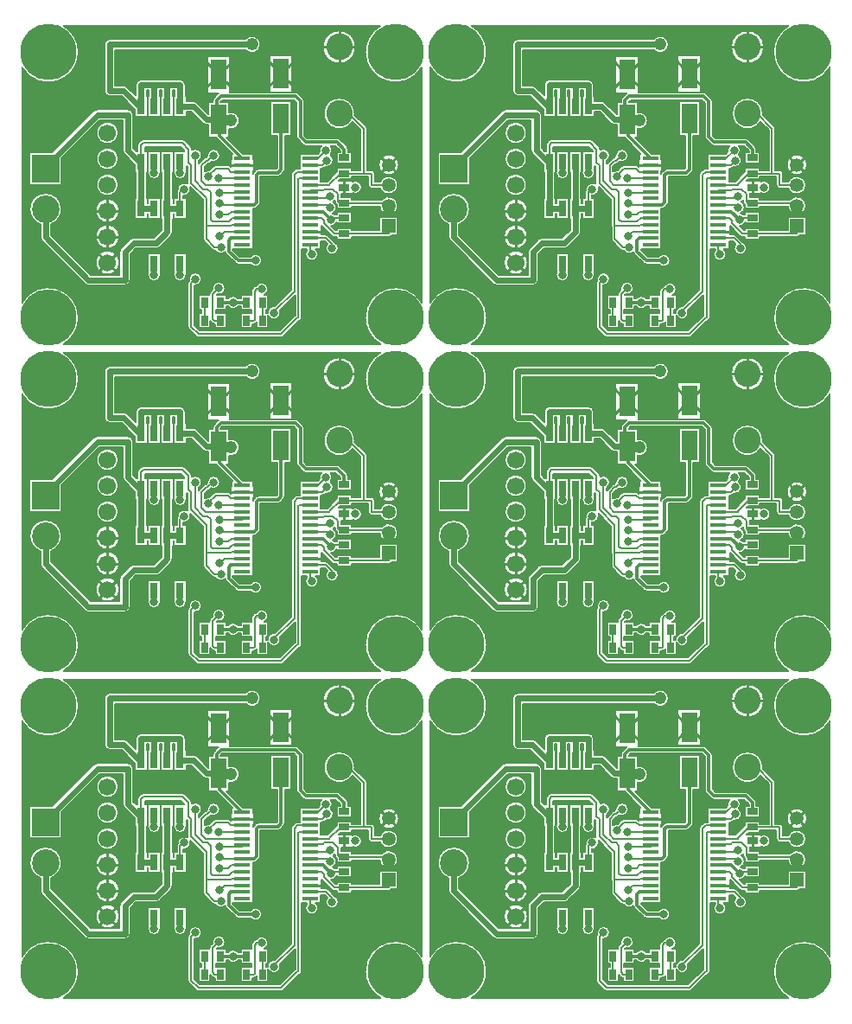
<source format=gtl>
G04 EasyPC Gerber Version 21.0.3 Build 4286 *
G04 #@! TF.Part,Single*
G04 #@! TF.FileFunction,Copper,L1,Top *
G04 #@! TF.FilePolarity,Positive *
%FSLAX45Y45*%
%MOIN*%
G04 #@! TA.AperFunction,SMDPad*
%ADD13R,0.02559X0.03937*%
%ADD76R,0.02992X0.06299*%
%ADD79R,0.06299X0.11811*%
%ADD78R,0.11811X0.19685*%
G04 #@! TA.AperFunction,ComponentPad*
%ADD138R,0.05315X0.05315*%
%ADD82R,0.10630X0.10630*%
G04 #@! TD.AperFunction*
%ADD10C,0.00500*%
%ADD73C,0.00787*%
%ADD11C,0.01000*%
%ADD71C,0.01181*%
G04 #@! TA.AperFunction,ViaPad*
%ADD20C,0.02362*%
%ADD85C,0.03200*%
%ADD84C,0.04800*%
G04 #@! TA.AperFunction,ComponentPad*
%ADD139C,0.05315*%
%ADD14C,0.06693*%
%ADD81C,0.10236*%
%ADD83C,0.10630*%
G04 #@! TA.AperFunction,WasherPad*
%ADD75C,0.21654*%
G04 #@! TA.AperFunction,SMDPad*
%ADD77R,0.06496X0.01772*%
%ADD18R,0.03937X0.02559*%
X0Y0D02*
D02*
D10*
X167503Y137374D02*
G75*
G02X145666Y143242I-10130J5868D01*
G01*
G75*
G02X151505Y153372I11707*
G01*
X29382*
G75*
G02X35221Y143242I-5868J-10130*
G01*
G75*
G02X13385Y137374I-11707*
G01*
Y46748*
G75*
G02X35221Y40880I10130J-5868*
G01*
G75*
G02X29382Y30750I-11707*
G01*
X151505*
G75*
G02X145666Y40880I5868J10130*
G01*
G75*
G02X167503Y46748I11707*
G01*
Y137374*
X150906Y99837D02*
G75*
G02X158721I3907D01*
G01*
G75*
G02X150906I-3907*
G01*
X151514Y93236D02*
G75*
G02X158351Y91963I3300J-1274D01*
G01*
G75*
G02X151514Y90689I-3537*
G01*
X148121*
G75*
G02X146847Y91963J1274*
G01*
Y95217*
X140536*
Y94331*
X136004*
X135393Y93705*
X140906*
Y93392*
G75*
G02X144498Y91175I1112J-2217*
G01*
G75*
G02X140906Y88959I-2480*
G01*
Y88646*
X136593*
G75*
G02X136599Y88518I-1267J-126*
G01*
Y87232*
X140536*
Y86346*
X152091*
G75*
G02X158351Y84089I2723J-2258*
G01*
G75*
G02X151288Y83799I-3537*
G01*
X140536*
Y82913*
X134839*
Y84250*
X134426Y84664*
G75*
G02X134052Y85565I900J901*
G01*
Y86108*
G75*
G02X133385Y85565I-1876J1622*
G01*
G75*
G02X133099Y81098I-1209J-2165*
G01*
G75*
G02X134086Y80638I-530J-2423*
G01*
X134839*
Y81524*
X140536*
Y77205*
X134839*
Y77676*
G75*
G02X132618Y76196I-2270J999*
G01*
X134278Y74535*
X134839*
Y75421*
X140536*
Y74535*
X151276*
Y79752*
X158351*
Y72677*
X155945*
G75*
G02X154814Y71988I-1131J585*
G01*
X140536*
Y71102*
X134839*
Y71988*
X133751*
G75*
G02X132850Y72362J1274*
G01*
X128997Y76215*
Y72862*
X130601*
G75*
G02X131502Y72489J-1274*
G01*
X133863Y70128*
G75*
G02X134059Y69877I-899J-902*
G01*
G75*
G02X135443Y67652I-1095J-2225*
G01*
G75*
G02X130483I-2480*
G01*
G75*
G02X131100Y69288I2480J0*
G01*
X130074Y70315*
X128627*
Y67264*
X126590*
G75*
G02X127569Y65289I-1500J-1974*
G01*
G75*
G02X122609I-2480*
G01*
G75*
G02X123225Y66925I2480*
G01*
Y67264*
X121245*
Y40880*
G75*
G02X120113Y39614I-1274*
G01*
X114180Y33681*
G75*
G02X113278Y33307I-901J900*
G01*
X81389*
G75*
G02X80487Y33681J1274*
G01*
X77733Y36435*
G75*
G02X77359Y37337I900J901*
G01*
Y54266*
G75*
G02X77733Y55167I1274*
G01*
X77802Y55237*
G75*
G02X77728Y55841I2405J604*
G01*
G75*
G02X82687I2480*
G01*
G75*
G02X79906Y53379I-2480*
G01*
Y37864*
X81916Y35854*
X112751*
X118676Y41780*
G75*
G02X118698Y41801I907J-903*
G01*
Y49573*
X112832Y43707*
G75*
G02X108253Y41806I-2310J-902*
G01*
Y36850*
X103934*
Y39183*
X103549Y38798*
G75*
G02X102645Y38425I-901J900*
G01*
X102150*
Y36850*
X97831*
Y42547*
X101769*
Y43937*
X97831*
Y45315*
X96771*
G75*
G02X92778I-1997J1470*
G01*
X92111*
Y43937*
X88174*
Y42547*
X92111*
Y36850*
X87792*
Y38425*
X87688*
G75*
G02X86787Y38799J1274*
G01*
X86009Y39577*
Y36850*
X81690*
Y42547*
X82576*
Y43937*
X81690*
Y49634*
X85627*
Y49935*
G75*
G02X86000Y50836I1274*
G01*
X86857Y51693*
G75*
G02X86783Y52297I2405J604*
G01*
G75*
G02X91743I2480*
G01*
G75*
G02X88659Y49892I-2480*
G01*
X88400Y49634*
X92111*
Y48256*
X92778*
G75*
G02X96771I1997J-1470*
G01*
X97831*
Y49634*
X101769*
Y51116*
G75*
G02X102142Y52017I1274*
G01*
X102928Y52804*
G75*
G02X103664Y53166I901J-900*
G01*
G75*
G02X108278Y51904I2134J-1263*
G01*
G75*
G02X106797Y49634I-2480*
G01*
X108253*
Y43937*
X107367*
Y42547*
X108056*
G75*
G02X110793Y45270I2467J257*
G01*
X117123Y51600*
Y95998*
G75*
G02X117496Y96899I1274*
G01*
X118676Y98079*
G75*
G02X119578Y98453I901J-900*
G01*
X120371*
Y104063*
X127416*
X128196Y104843*
G75*
G02X128776Y107126I2405J604*
G01*
X122727*
G75*
G02X121685Y107558I0J1470*
G01*
X119720Y109523*
G75*
G02X119288Y110565I1038J1041*
G01*
Y123735*
X118181Y124843*
X90659*
X89946Y124129*
Y124043*
X93292*
Y120070*
G75*
G02X97267Y116864I695J-3206*
G01*
G75*
G02X93292Y113659I-3280*
G01*
Y110472*
X92222*
X98631Y104063*
X102446*
Y101874*
X102816*
Y97602*
X102446*
Y96495*
G75*
G02X102791Y97040I1384J-497*
G01*
X103575Y97824*
G75*
G02X104617Y98256I1041J-1038*
G01*
X111488*
X111808Y98576*
Y110866*
X109249*
Y124437*
X117308*
Y110866*
X114749*
Y97967*
G75*
G02X114317Y96925I-1470J0*
G01*
X113139Y95747*
G75*
G02X112097Y95315I-1041J1038*
G01*
X105300*
Y85371*
G75*
G02Y85369I-641J-1*
G01*
G75*
G02Y85368I-654J0*
G01*
G75*
G02X104869Y84328I-1470*
G01*
X103885Y83344*
G75*
G02X102842Y82913I-1040J1040*
G01*
X102446*
Y67264*
X94670*
Y67080*
X97352Y64398*
X101439*
G75*
G02X105916Y62927I1997J-1470*
G01*
G75*
G02X101439Y61457I-2480*
G01*
X96743*
G75*
G02X95701Y61889I0J1470*
G01*
X92161Y65429*
G75*
G02X91748Y66237I1038J1041*
G01*
G75*
G02X87922Y66772I-1698J1808*
G01*
X87688*
G75*
G02X86787Y67145J1274*
G01*
X83638Y70294*
G75*
G02X83265Y71195I900J901*
G01*
Y75660*
G75*
G02X83107Y76313I1274J653*
G01*
Y86350*
X78249Y91208*
G75*
G02X75595Y88022I-2372J-722*
G01*
Y87030*
X76698*
Y78970*
X71946*
Y80939*
X71698*
Y78970*
X71383*
Y73892*
G75*
G02X70777Y72432I-2061*
G01*
X66509Y68165*
G75*
G02X65050Y67559I-1459J1455*
G01*
X57242*
X55103Y65420*
Y55447*
G75*
G02X53042Y53386I-2061*
G01*
X38967*
G75*
G02X37508Y53992J2061*
G01*
X20977Y70523*
G75*
G02X20371Y71982I1455J1459*
G01*
Y76928*
G75*
G02X16237Y82770I2061J5842*
G01*
G75*
G02X28627I6195*
G01*
G75*
G02X24493Y76928I-6195*
G01*
Y72836*
X39821Y57508*
X50981*
Y66274*
G75*
G02X51587Y67733I2061*
G01*
X54929Y71075*
G75*
G02X56389Y71681I1459J-1455*
G01*
X64196*
X67261Y74745*
Y78970*
X66946*
Y87030*
X67261*
Y97096*
X66946*
Y105156*
X71698*
Y97096*
X71383*
Y87030*
X71698*
Y85061*
X71946*
Y87030*
X73048*
Y89305*
G75*
G02X73414Y90198I1274J0*
G01*
G75*
G02X73397Y90486I2465J289*
G01*
G75*
G02X77230Y92564I2480*
G01*
G75*
G02X77202Y92848I1404J283*
G01*
Y98948*
X76698Y99452*
Y97496*
G75*
G02X76802Y96785I-2376J-710*
G01*
G75*
G02X71842I-2480*
G01*
G75*
G02X71946Y97496I2480*
G01*
Y105156*
X76020*
Y105248*
X74496Y106772*
X60772*
Y105156*
X61698*
Y97096*
X61383*
Y87030*
X61698*
Y85061*
X61946*
Y87030*
X66698*
Y78970*
X61946*
Y80939*
X61698*
Y78970*
X56946*
Y87030*
X57261*
Y97096*
X56946*
Y99820*
X52768Y103998*
G75*
G02X52162Y105457I1455J1459*
G01*
Y117067*
X43266*
X28627Y102428*
Y92165*
X16237*
Y104555*
X24925*
X40953Y120583*
G75*
G02X42412Y121189I1459J-1455*
G01*
X54223*
G75*
G02X56284Y119128J-2061*
G01*
Y106311*
X57439Y105156*
X57910*
Y107415*
G75*
G02X58331Y108429I1431J0*
G01*
X59115Y109213*
G75*
G02X60129Y109634I1014J-1010*
G01*
X75089*
G75*
G02X76103Y109213I0J-1431*
G01*
X78462Y106854*
G75*
G02X78883Y105841I-1010J-1014*
G01*
Y105575*
G75*
G02X82687Y103478I1325J-2096*
G01*
G75*
G02X81481Y101350I-2480*
G01*
Y100202*
G75*
G02X81670Y100443I1089J-661*
G01*
X83637Y102410*
G75*
G02X84396Y102776I901J-900*
G01*
X84829Y103208*
G75*
G02X84814Y103478I2464J272*
G01*
G75*
G02X89774I2480*
G01*
G75*
G02X86392Y101169I-2480*
G01*
X85833Y100610*
G75*
G02X85074Y100244I-901J900*
G01*
X83843Y99014*
Y97199*
G75*
G02X85596Y97676I1482J-1989*
G01*
X87180Y99260*
G75*
G02X88081Y99634I901J-900*
G01*
X92806*
G75*
G02X93707Y99260J-1274*
G01*
X93820Y99148*
Y101874*
X94190*
Y104063*
X94472*
X88618Y109917*
G75*
G02X88269Y110472I1039J1041*
G01*
X85233*
Y115197*
X84532*
G75*
G02X83072Y115803J2061*
G01*
X78567Y120309*
X76698*
Y118341*
X71946*
Y126400*
X72261*
Y128583*
X71430*
Y126400*
X71698*
Y118341*
X66946*
Y126400*
X67213*
Y128535*
X66430*
Y126400*
X66698*
Y118341*
X61946*
Y126400*
X62213*
Y128583*
X61383*
Y126400*
X61698*
Y118341*
X56946*
Y121070*
X51696Y126319*
X47137*
G75*
G02X45076Y128380J2061*
G01*
Y146195*
G75*
G02X47137Y148256I2061*
G01*
X99521*
G75*
G02X105353Y146195I2552J-2061*
G01*
G75*
G02X99521Y144134I-3280*
G01*
X49198*
Y130441*
X52550*
G75*
G02X54009Y129835J-2061*
G01*
X57261Y126584*
Y130644*
G75*
G02X59322Y132705I2061*
G01*
X63878*
G75*
G02X64322Y132752I444J-2061*
G01*
X69322*
G75*
G02X69765Y132705J-2108*
G01*
X74322*
G75*
G02X76383Y130644J-2061*
G01*
Y126400*
X76698*
Y124431*
X79420*
G75*
G02X80880Y123825J-2061*
G01*
X85233Y119471*
Y124043*
X87005*
Y124735*
G75*
G02Y124737I641J1*
G01*
G75*
G02Y124738I654J0*
G01*
G75*
G02X87435Y125778I1470*
G01*
X89010Y127353*
G75*
G02X89088Y127425I1040J-1041*
G01*
X84863*
Y141736*
X93662*
Y127783*
X118790*
G75*
G02X119832Y127351I0J-1470*
G01*
X121797Y125386*
G75*
G02X122229Y124344I-1038J-1041*
G01*
Y111174*
X123336Y110067*
X134929*
G75*
G02X135972Y109636I3J-1470*
G01*
X138728Y106880*
G75*
G02X139158Y105841I-1040J-1040*
G01*
G75*
G02Y105840I-627J0*
G01*
G75*
G02Y105837I-632J-1*
G01*
Y104752*
X140536*
Y100433*
X134839*
Y104752*
X136217*
Y105231*
X134323Y107126*
X132426*
G75*
G02X132286Y103627I-1825J-1679*
G01*
G75*
G02X130391Y99105I-1291J-2117*
G01*
X130124Y98838*
G75*
G02X129223Y98465I-901J900*
G01*
X128627*
Y93492*
X131184*
X134839Y97234*
Y98650*
X140536*
Y97764*
X143894*
Y113187*
X140741Y116340*
G75*
G02X129721Y119620I-5022J3280*
G01*
G75*
G02X141717I5998*
G01*
G75*
G02X141685Y118999I-5998J0*
G01*
X146068Y114616*
G75*
G02X146442Y113715I-900J-901*
G01*
Y97764*
X148121*
G75*
G02X149394Y96490J-1274*
G01*
Y93236*
X151514*
X76698Y58056D02*
G75*
G02X76782Y57415I-2396J-641D01*
G01*
G75*
G02X71822I-2480*
G01*
G75*
G02X71946Y58189I2480*
G01*
Y65785*
X76698*
Y58056*
X66698Y58126D02*
G75*
G02X66802Y57415I-2376J-710D01*
G01*
G75*
G02X61842I-2480*
G01*
G75*
G02X61946Y58126I2480*
G01*
Y65785*
X66698*
Y58126*
Y97496D02*
G75*
G02X66802Y96785I-2376J-710D01*
G01*
G75*
G02X61842I-2480*
G01*
G75*
G02X61946Y97496I2480*
G01*
Y105156*
X66698*
Y97496*
X41713Y62140D02*
G75*
G02X50906I4596D01*
G01*
G75*
G02X41713I-4596*
G01*
Y72140D02*
G75*
G02X50906I4596D01*
G01*
G75*
G02X41713I-4596*
G01*
Y82140D02*
G75*
G02X50906I4596D01*
G01*
G75*
G02X41713I-4596*
G01*
X42083Y92140D02*
G75*
G02X50536I4226D01*
G01*
G75*
G02X42083I-4226*
G01*
Y102140D02*
G75*
G02X50536I4226D01*
G01*
G75*
G02X42083I-4226*
G01*
Y112140D02*
G75*
G02X50536I4226D01*
G01*
G75*
G02X42083I-4226*
G01*
X108879Y142130D02*
X117678D01*
Y127819*
X108879*
Y142130*
X129351Y145211D02*
G75*
G02X142087I6368D01*
G01*
G75*
G02X129351I-6368*
G01*
X167253Y47159D02*
G36*
Y60360D01*
X121245*
Y40880*
G75*
G02X120113Y39614I-1274J1*
G01*
X114180Y33681*
G75*
G02X113278Y33307I-902J902*
G01*
X81389*
G75*
G02X80487Y33681I1J1275*
G01*
X77733Y36435*
G75*
G02X77359Y37337I902J902*
G01*
Y54266*
G75*
G02X77733Y55167I1275J-1*
G01*
X77802Y55237*
G75*
G02X77728Y55841I2416J606*
G01*
G75*
G02X82687I2480*
G01*
Y55840*
G75*
G02X79906Y53379I-2480*
G01*
Y37864*
X81916Y35854*
X112751*
X118676Y41780*
G75*
G02X118698Y41801I564J-553*
G01*
Y49573*
X112832Y43707*
G75*
G02X113002Y42805I-2310J-903*
G01*
G75*
G02X108253Y41806I-2480*
G01*
Y36850*
X103934*
Y39183*
X103549Y38798*
G75*
G02X102645Y38425I-902J902*
G01*
X102150*
Y36850*
X97831*
Y42547*
X101769*
Y43937*
X97831*
Y45315*
X96771*
G75*
G02X92778I-1997J1470*
G01*
X92111*
Y43937*
X88174*
Y42547*
X92111*
Y36850*
X87792*
Y38425*
X87688*
G75*
G02X86787Y38799I1J1275*
G01*
X86009Y39577*
Y36850*
X81690*
Y42547*
X82576*
Y43937*
X81690*
Y49634*
X85627*
Y49935*
G75*
G02X86000Y50836I1275J-1*
G01*
X86857Y51693*
G75*
G02X86783Y52297I2416J606*
G01*
G75*
G02X91743I2480*
G01*
G75*
G02X88659Y49892I-2480*
G01*
X88400Y49634*
X92111*
Y48256*
X92778*
G75*
G02X96771I1997J-1470*
G01*
X97831*
Y49634*
X101769*
Y51116*
G75*
G02X102142Y52017I1275J-1*
G01*
X102928Y52804*
G75*
G02X103664Y53166I901J-900*
G01*
G75*
G02X108278Y51904I2134J-1263*
G01*
G75*
G02Y51903I-3007J0*
G01*
G75*
G02X106797Y49634I-2479*
G01*
X108253*
Y43937*
X107367*
Y42547*
X108056*
G75*
G02X108043Y42805I2467J257*
G01*
G75*
G02X110793Y45270I2480*
G01*
X117123Y51600*
Y60360*
X76698*
Y58056*
G75*
G02X76782Y57415I-2408J-643*
G01*
G75*
G02X71822I-2480*
G01*
G75*
G02X71946Y58189I2483J0*
G01*
Y60360*
X66698*
Y58126*
G75*
G02X66802Y57418I-2359J-708*
G01*
G75*
G02Y57415I-2707J-1*
G01*
G75*
G02X61842I-2480*
G01*
G75*
G02Y57418I2707J1*
G01*
G75*
G02X61946Y58126I2463*
G01*
Y60360*
X55103*
Y55447*
Y55446*
G75*
G02X53042Y53386I-2061*
G01*
X38967*
G75*
G02X37508Y53992J2060*
G01*
X31139Y60360*
X13635*
Y47159*
G75*
G02X35221Y40880I9880J-6280*
G01*
G75*
G02X29794Y31000I-11707*
G01*
X151093*
G75*
G02X145666Y40880I6280J9880*
G01*
G75*
G02X167253Y47159I11707J0*
G01*
G37*
X50981Y60360D02*
G36*
X50548D01*
G75*
G02X42072I-4238J1780*
G01*
X36969*
X39821Y57508*
X50981*
Y60360*
G37*
X31139D02*
G36*
X20977Y70523D01*
G75*
G02X20371Y71982I1455J1459*
G01*
Y72140*
X13635*
Y60360*
X31139*
G37*
X64655Y72140D02*
G36*
X50906D01*
G75*
G02X41713I-4596*
G01*
X25189*
X36969Y60360*
X42072*
G75*
G02X41713Y62140I4238J1779*
G01*
G75*
G02X50906I4596*
G01*
G75*
G02X50548Y60360I-4596J0*
G01*
X50981*
Y66274*
G75*
G02X51587Y67733I2061*
G01*
X54929Y71075*
G75*
G02X56389Y71681I1459J-1454*
G01*
X64196*
X64655Y72140*
G37*
X117123D02*
G36*
X102446D01*
Y67264*
X94670*
Y67080*
X97352Y64398*
X101439*
G75*
G02X105916Y62927I1997J-1470*
G01*
G75*
G02X101439Y61457I-2480*
G01*
X96743*
G75*
G02X95701Y61889I0J1470*
G01*
X92161Y65429*
G75*
G02X91748Y66237I1039J1042*
G01*
G75*
G02X87922Y66772I-1698J1807*
G01*
X87688*
G75*
G02X86787Y67145I1J1275*
G01*
X83638Y70294*
G75*
G02X83265Y71195I902J902*
G01*
Y72140*
X70484*
X66509Y68165*
G75*
G02X65050Y67559I-1459J1454*
G01*
X57242*
X55103Y65420*
Y60360*
X61946*
Y65785*
X66698*
Y60360*
X71946*
Y65785*
X76698*
Y60360*
X117123*
Y72140*
G37*
X155416D02*
G36*
G75*
G02X154814Y71988I-603J1123D01*
G01*
X140536*
Y71102*
X134839*
Y71988*
X133751*
G75*
G02X133148Y72140I1J1275*
G01*
X131851*
X133863Y70128*
G75*
G02X134059Y69877I-899J-901*
G01*
G75*
G02X135443Y67652I-1095J-2225*
G01*
Y67652*
G75*
G02X130483I-2480*
G01*
G75*
G02X131100Y69288I2481J-1*
G01*
X130074Y70315*
X128627*
Y67264*
X126590*
G75*
G02X127569Y65289I-1500J-1974*
G01*
G75*
G02X122609I-2480*
G01*
G75*
G02X123225Y66925I2481J0*
G01*
Y67264*
X121245*
Y60360*
X167253*
Y72140*
X155416*
G37*
X16269Y82140D02*
G36*
X13635D01*
Y72140*
X20371*
Y76928*
G75*
G02X16269Y82140I2062J5843*
G01*
G37*
X66946D02*
G36*
X66698D01*
Y78970*
X61946*
Y80939*
X61698*
Y78970*
X56946*
Y82140*
X50906*
G75*
G02X41713I-4596*
G01*
X28595*
G75*
G02X24493Y76928I-6163J630*
G01*
Y72836*
X25189Y72140*
X41713*
G75*
G02X50906I4596*
G01*
X64655*
X67261Y74745*
Y78970*
X66946*
Y82140*
G37*
X83107D02*
G36*
X76698D01*
Y78970*
X71946*
Y80939*
X71698*
Y78970*
X71383*
Y73892*
G75*
G02X70777Y72432I-2061*
G01*
X70484Y72140*
X83265*
Y75660*
G75*
G02X83107Y76311I1268J651*
G01*
G75*
G02Y76313I1504J1*
G01*
Y82140*
G37*
X117123D02*
G36*
X102446D01*
Y72140*
X117123*
Y82140*
G37*
X133148Y72140D02*
G36*
G75*
G02X132850Y72362I603J1124D01*
G01*
X128997Y76215*
Y72862*
X130601*
G75*
G02X131502Y72489I-1J-1275*
G01*
X131851Y72140*
X133148*
G37*
X157766Y82140D02*
G36*
G75*
G02X151862I-2952J1949D01*
G01*
X134312*
G75*
G02X133099Y81098I-2136J1259*
G01*
G75*
G02X134086Y80638I-528J-2419*
G01*
X134839*
Y81524*
X140536*
Y77205*
X134839*
Y77676*
G75*
G02X132618Y76196I-2270J999*
G01*
X134278Y74535*
X134839*
Y75421*
X140536*
Y74535*
X151276*
Y79752*
X158351*
Y72677*
X155945*
G75*
G02X155416Y72140I-1132J585*
G01*
X167253*
Y82140*
X157766*
G37*
X56946D02*
G36*
Y87030D01*
X57261*
Y92140*
X50536*
G75*
G02X42083I-4226*
G01*
X13635*
Y82140*
X16269*
G75*
G02X16237Y82770I6164J631*
G01*
G75*
G02X28627I6195*
G01*
Y82769*
G75*
G02X28595Y82140I-6195J-2*
G01*
X41713*
G75*
G02X50906I4596*
G01*
X56946*
G37*
X66946D02*
G36*
Y87030D01*
X67261*
Y92140*
X61383*
Y87030*
X61698*
Y85061*
X61946*
Y87030*
X66698*
Y82140*
X66946*
G37*
X74029Y92140D02*
G36*
X71383D01*
Y87030*
X71698*
Y85061*
X71946*
Y87030*
X73048*
Y89305*
G75*
G02X73414Y90198I1273*
G01*
G75*
G02X73397Y90486I2496J291*
G01*
G75*
G02X74029Y92140I2480*
G01*
G37*
X83107Y82140D02*
G36*
Y86350D01*
X78249Y91208*
G75*
G02X78357Y90486I-2372J-722*
G01*
G75*
G02X75595Y88022I-2480*
G01*
Y87030*
X76698*
Y82140*
X83107*
G37*
X117123Y92140D02*
G36*
X105300D01*
Y85371*
Y85369*
Y85368*
Y85368*
G75*
G02X104869Y84328I-1470*
G01*
X103885Y83344*
G75*
G02X102842Y82913I-1040J1040*
G01*
X102446*
Y82140*
X117123*
Y92140*
G37*
X151862Y82140D02*
G36*
G75*
G02X151288Y83799I2952J1949D01*
G01*
X140536*
Y82913*
X134839*
Y84250*
X134426Y84664*
G75*
G02X134052Y85565I902J902*
G01*
Y86108*
G75*
G02X133385Y85565I-1875J1621*
G01*
G75*
G02X134656Y83400I-1209J-2165*
G01*
G75*
G02X134312Y82140I-2480J0*
G01*
X151862*
G37*
X157766D02*
G36*
X167253D01*
Y92140*
X158347*
G75*
G02X158351Y91963I-3534J-175*
G01*
G75*
G02X151514Y90689I-3537*
G01*
X148121*
G75*
G02X146847Y91963J1274*
G01*
Y92140*
X144303*
G75*
G02X144498Y91176I-2284J-965*
G01*
Y91175*
Y91175*
G75*
G02X140906Y88959I-2480*
G01*
Y88646*
X136593*
G75*
G02X136599Y88518I-1290J-128*
G01*
Y88518*
Y87232*
X140536*
Y86346*
X152091*
G75*
G02X158351Y84089I2723J-2258*
G01*
G75*
G02X157766Y82140I-3537J0*
G01*
G37*
X56929Y99837D02*
G36*
X49854D01*
G75*
G02X42766I-3544J2303*
G01*
X28627*
Y92165*
X16237*
Y99837*
X13635*
Y92140*
X42083*
G75*
G02X50536I4226*
G01*
X57261*
Y97096*
X56946*
Y99820*
X56929Y99837*
G37*
X74029Y92140D02*
G36*
G75*
G02X77230Y92564I1848J-1654D01*
G01*
G75*
G02X77202Y92848I1407J284*
G01*
Y92848*
Y98948*
X76698Y99452*
Y97496*
G75*
G02X76802Y96788I-2359J-708*
G01*
G75*
G02Y96785I-2707J-1*
G01*
G75*
G02X71842I-2480*
G01*
G75*
G02Y96788I2707J1*
G01*
G75*
G02X71946Y97496I2463*
G01*
Y99837*
X71698*
Y97096*
X71383*
Y92140*
X74029*
G37*
X66946Y99837D02*
G36*
X66698D01*
Y97496*
G75*
G02X66802Y96788I-2359J-708*
G01*
G75*
G02Y96785I-2707J-1*
G01*
G75*
G02X61842I-2480*
G01*
G75*
G02Y96788I2707J1*
G01*
G75*
G02X61946Y97496I2463*
G01*
Y99837*
X61698*
Y97096*
X61383*
Y92140*
X67261*
Y97096*
X66946*
Y99837*
G37*
X93820D02*
G36*
X84666D01*
X83843Y99014*
Y97199*
G75*
G02X85596Y97676I1482J-1987*
G01*
X87180Y99260*
G75*
G02X88081Y99634I902J-902*
G01*
X92806*
G75*
G02X93707Y99260I-1J-1275*
G01*
X93820Y99148*
Y99837*
G37*
X117123Y92140D02*
G36*
Y95998D01*
G75*
G02X117496Y96899I1275J-1*
G01*
X118676Y98079*
G75*
G02X119578Y98453I902J-902*
G01*
X120371*
Y99837*
X114749*
Y97967*
Y97966*
G75*
G02X114317Y96925I-1470*
G01*
X113139Y95747*
G75*
G02X112097Y95315I-1041J1038*
G01*
X105300*
Y92140*
X117123*
G37*
X111808Y99837D02*
G36*
X102816D01*
Y97602*
X102446*
Y96495*
G75*
G02X102791Y97040I1383J-496*
G01*
X103575Y97824*
G75*
G02X104617Y98256I1041J-1038*
G01*
X111488*
X111808Y98576*
Y99837*
G37*
X143894D02*
G36*
X132825D01*
G75*
G02X130391Y99105I-1830J1673*
G01*
X130124Y98838*
G75*
G02X129223Y98465I-902J902*
G01*
X128627*
Y93492*
X131184*
X134839Y97234*
Y98650*
X140536*
Y97764*
X143894*
Y99837*
G37*
X146847Y92140D02*
G36*
Y95217D01*
X140536*
Y94331*
X136004*
X135393Y93705*
X140906*
Y93392*
G75*
G02X144303Y92140I1112J-2216*
G01*
X146847*
G37*
X158347D02*
G36*
X167253D01*
Y99837*
X158721*
G75*
G02X150906I-3907*
G01*
X146442*
Y97764*
X148121*
G75*
G02X149394Y96490J-1274*
G01*
Y93236*
X151514*
G75*
G02X158347Y92140I3300J-1274*
G01*
G37*
X32509Y112140D02*
G36*
X13635D01*
Y99837*
X16237*
Y104555*
X24925*
X32509Y112140*
G37*
X56929Y99837D02*
G36*
X52768Y103998D01*
G75*
G02X52162Y105457I1455J1459*
G01*
Y112140*
X50536*
G75*
G02X42083I-4226*
G01*
X38339*
X28627Y102428*
Y99837*
X42766*
G75*
G02X42083Y102140I3544J2303*
G01*
G75*
G02X50536I4226*
G01*
G75*
G02X49854Y99837I-4226*
G01*
X56929*
G37*
X93820D02*
G36*
Y101874D01*
X94190*
Y104063*
X94472*
X88618Y109917*
G75*
G02X88269Y110472I1033J1038*
G01*
X85233*
Y112140*
X56284*
Y106311*
X57439Y105156*
X57910*
Y107415*
G75*
G02X58331Y108429I1430*
G01*
X59115Y109213*
G75*
G02X60129Y109634I1013J-1009*
G01*
X75089*
G75*
G02X76103Y109213J-1430*
G01*
X78462Y106854*
G75*
G02X78883Y105841I-1009J-1013*
G01*
Y105575*
G75*
G02X82687Y103478I1325J-2096*
G01*
G75*
G02X81481Y101350I-2480*
G01*
Y100202*
G75*
G02X81670Y100443I1094J-665*
G01*
X83637Y102410*
G75*
G02X84396Y102776I900J-897*
G01*
X84829Y103208*
G75*
G02X84814Y103478I2556J277*
G01*
G75*
G02X89774I2480*
G01*
G75*
G02X86392Y101169I-2480*
G01*
X85833Y100610*
G75*
G02X85074Y100244I-900J897*
G01*
X84666Y99837*
X93820*
G37*
X71946D02*
G36*
Y105156D01*
X76020*
Y105248*
X74496Y106772*
X60772*
Y105156*
X61698*
Y99837*
X61946*
Y105156*
X66698*
Y99837*
X66946*
Y105156*
X71698*
Y99837*
X71946*
G37*
X120371D02*
G36*
Y104063D01*
X127416*
X128196Y104843*
G75*
G02X128121Y105447I2404J604*
G01*
G75*
G02X128776Y107126I2478*
G01*
X122727*
G75*
G02X121685Y107558I0J1470*
G01*
X119720Y109523*
G75*
G02X119288Y110565I1038J1041*
G01*
Y110565*
Y112140*
X117308*
Y110866*
X114749*
Y99837*
X120371*
G37*
X109249Y112140D02*
G36*
X93292D01*
Y110472*
X92222*
X98631Y104063*
X102446*
Y101874*
X102816*
Y99837*
X111808*
Y110866*
X109249*
Y112140*
G37*
X143894D02*
G36*
X122229D01*
Y111174*
X123336Y110067*
X134929*
G75*
G02X135972Y109636I3J-1470*
G01*
X138728Y106880*
G75*
G02X139158Y105841I-1039J-1039*
G01*
Y105841*
Y105840*
Y105837*
Y104752*
X140536*
Y100433*
X134839*
Y104752*
X136217*
Y105231*
X134323Y107126*
X132426*
G75*
G02X133081Y105447I-1824J-1679*
G01*
G75*
G02X132286Y103627I-2480*
G01*
G75*
G02X133474Y101510I-1291J-2117*
G01*
G75*
G02X132825Y99837I-2480*
G01*
X143894*
Y112140*
G37*
X146442D02*
G36*
Y99837D01*
X150906*
G75*
G02X158721I3907*
G01*
X167253*
Y112140*
X146442*
G37*
X85233D02*
G36*
Y115197D01*
X84532*
G75*
G02X83072Y115803J2060*
G01*
X78567Y120309*
X76698*
Y118341*
X71946*
Y126400*
X72261*
Y128583*
X71430*
Y126400*
X71698*
Y118341*
X66946*
Y126400*
X67213*
Y128535*
X66430*
Y126400*
X66698*
Y118341*
X61946*
Y126400*
X62213*
Y128583*
X61383*
Y126400*
X61698*
Y118341*
X56946*
Y121070*
X51696Y126319*
X47137*
G75*
G02X45076Y128380J2061*
G01*
Y128380*
Y134974*
X31802*
G75*
G02X15227I-8288J8268*
G01*
X13635*
Y112140*
X32509*
X40953Y120583*
G75*
G02X42412Y121189I1459J-1454*
G01*
X54223*
G75*
G02X56284Y119128J-2061*
G01*
Y119128*
Y112140*
X85233*
G37*
X52162D02*
G36*
Y117067D01*
X43266*
X38339Y112140*
X42083*
G75*
G02X50536I4226*
G01*
X52162*
G37*
X84863Y134974D02*
G36*
X49198D01*
Y130441*
X52550*
G75*
G02X54009Y129835J-2060*
G01*
X57261Y126584*
Y130644*
Y130644*
G75*
G02X59322Y132705I2061*
G01*
X63878*
G75*
G02X64322Y132752I443J-2052*
G01*
X69322*
G75*
G02X69765Y132705I1J-2099*
G01*
X74322*
G75*
G02X76383Y130644J-2061*
G01*
Y130644*
Y126400*
X76698*
Y124431*
X79420*
G75*
G02X80880Y123825J-2060*
G01*
X85233Y119471*
Y124043*
X87005*
Y124735*
Y124737*
Y124738*
Y124739*
G75*
G02X87435Y125778I1470*
G01*
X89010Y127353*
G75*
G02X89088Y127425I905J-895*
G01*
X84863*
Y134974*
G37*
X119288Y112140D02*
G36*
Y123735D01*
X118181Y124843*
X90659*
X89946Y124129*
Y124043*
X93292*
Y120070*
G75*
G02X97267Y116864I695J-3206*
G01*
G75*
G02X93292Y113659I-3280*
G01*
Y112140*
X109249*
Y124437*
X117308*
Y112140*
X119288*
G37*
X146442D02*
G36*
X167253D01*
Y134974*
X165661*
G75*
G02X149085I-8288J8268*
G01*
X117678*
Y127819*
X108879*
Y134974*
X93662*
Y127783*
X118790*
G75*
G02X119832Y127351I0J-1470*
G01*
X121797Y125386*
G75*
G02X122229Y124345I-1038J-1041*
G01*
Y124344*
Y112140*
X143894*
Y113187*
X140741Y116340*
G75*
G02X129721Y119620I-5022J3280*
G01*
G75*
G02X141717I5998*
G01*
G75*
G02X141685Y118999I-6141J7*
G01*
X146068Y114616*
G75*
G02X146442Y113715I-902J-902*
G01*
Y112140*
G37*
X15227Y134974D02*
G36*
G75*
G02X13635Y136963I8288J8269D01*
G01*
Y134974*
X15227*
G37*
X45076Y145211D02*
G36*
X35055D01*
G75*
G02X35221Y143242I-11541J-1968*
G01*
G75*
G02X31802Y134974I-11707J0*
G01*
X45076*
Y145211*
G37*
X145833D02*
G36*
X142087D01*
G75*
G02X129351I-6368*
G01*
X105202*
G75*
G02X99521Y144134I-3129J984*
G01*
X49198*
Y134974*
X84863*
Y141736*
X93662*
Y134974*
X108879*
Y142130*
X117678*
Y134974*
X149085*
G75*
G02X145666Y143242I8288J8268*
G01*
G75*
G02X145833Y145211I11707J1*
G01*
G37*
X167253Y136963D02*
G36*
G75*
G02X165661Y134974I-9880J6281D01*
G01*
X167253*
Y136963*
G37*
X151093Y153122D02*
G36*
X29794D01*
G75*
G02X35055Y145211I-6279J-9880*
G01*
X45076*
Y146195*
Y146195*
G75*
G02X47137Y148256I2061*
G01*
X99521*
G75*
G02X105353Y146195I2552J-2061*
G01*
G75*
G02X105202Y145211I-3280*
G01*
X129351*
G75*
G02X142087I6368*
G01*
X145833*
G75*
G02X151093Y153122I11540J-1969*
G01*
G37*
X167503Y263359D02*
G75*
G02X145666Y269226I-10130J5868D01*
G01*
G75*
G02X151505Y279356I11707*
G01*
X29382*
G75*
G02X35221Y269226I-5868J-10130*
G01*
G75*
G02X13385Y263359I-11707*
G01*
Y172732*
G75*
G02X35221Y166864I10130J-5868*
G01*
G75*
G02X29382Y156734I-11707*
G01*
X151505*
G75*
G02X145666Y166864I5868J10130*
G01*
G75*
G02X167503Y172732I11707*
G01*
Y263359*
X150906Y225821D02*
G75*
G02X158721I3907D01*
G01*
G75*
G02X150906I-3907*
G01*
X151514Y219220D02*
G75*
G02X158351Y217947I3300J-1274D01*
G01*
G75*
G02X151514Y216673I-3537*
G01*
X148121*
G75*
G02X146847Y217947J1274*
G01*
Y221201*
X140536*
Y220315*
X136004*
X135393Y219689*
X140906*
Y219376*
G75*
G02X144498Y217159I1112J-2217*
G01*
G75*
G02X140906Y214943I-2480*
G01*
Y214630*
X136593*
G75*
G02X136599Y214502I-1267J-126*
G01*
Y213217*
X140536*
Y212331*
X152091*
G75*
G02X158351Y210073I2723J-2258*
G01*
G75*
G02X151288Y209783I-3537*
G01*
X140536*
Y208898*
X134839*
Y210234*
X134426Y210648*
G75*
G02X134052Y211549I900J901*
G01*
Y212093*
G75*
G02X133385Y211549I-1876J1622*
G01*
G75*
G02X133099Y207082I-1209J-2165*
G01*
G75*
G02X134086Y206622I-530J-2423*
G01*
X134839*
Y207508*
X140536*
Y203189*
X134839*
Y203660*
G75*
G02X132618Y202180I-2270J999*
G01*
X134278Y200520*
X134839*
Y201406*
X140536*
Y200520*
X151276*
Y205736*
X158351*
Y198661*
X155945*
G75*
G02X154814Y197972I-1131J585*
G01*
X140536*
Y197087*
X134839*
Y197972*
X133751*
G75*
G02X132850Y198346J1274*
G01*
X128997Y202199*
Y198846*
X130601*
G75*
G02X131502Y198473J-1274*
G01*
X133863Y196112*
G75*
G02X134059Y195861I-899J-902*
G01*
G75*
G02X135443Y193636I-1095J-2225*
G01*
G75*
G02X130483I-2480*
G01*
G75*
G02X131100Y195272I2480J0*
G01*
X130074Y196299*
X128627*
Y193248*
X126590*
G75*
G02X127569Y191274I-1500J-1974*
G01*
G75*
G02X122609I-2480*
G01*
G75*
G02X123225Y192909I2480*
G01*
Y193248*
X121245*
Y166864*
G75*
G02X120113Y165598I-1274*
G01*
X114180Y159665*
G75*
G02X113278Y159291I-901J900*
G01*
X81389*
G75*
G02X80487Y159665J1274*
G01*
X77733Y162420*
G75*
G02X77359Y163321I900J901*
G01*
Y180250*
G75*
G02X77733Y181151I1274*
G01*
X77802Y181221*
G75*
G02X77728Y181825I2405J604*
G01*
G75*
G02X82687I2480*
G01*
G75*
G02X79906Y179363I-2480*
G01*
Y163848*
X81916Y161839*
X112751*
X118676Y167764*
G75*
G02X118698Y167785I907J-903*
G01*
Y175557*
X112832Y169692*
G75*
G02X108253Y167790I-2310J-902*
G01*
Y162835*
X103934*
Y165167*
X103549Y164783*
G75*
G02X102645Y164409I-901J900*
G01*
X102150*
Y162835*
X97831*
Y168531*
X101769*
Y169921*
X97831*
Y171299*
X96771*
G75*
G02X92778I-1997J1470*
G01*
X92111*
Y169921*
X88174*
Y168531*
X92111*
Y162835*
X87792*
Y164409*
X87688*
G75*
G02X86787Y164783J1274*
G01*
X86009Y165561*
Y162835*
X81690*
Y168531*
X82576*
Y169921*
X81690*
Y175618*
X85627*
Y175919*
G75*
G02X86000Y176820I1274*
G01*
X86857Y177678*
G75*
G02X86783Y178281I2405J604*
G01*
G75*
G02X91743I2480*
G01*
G75*
G02X88659Y175876I-2480*
G01*
X88400Y175618*
X92111*
Y174240*
X92778*
G75*
G02X96771I1997J-1470*
G01*
X97831*
Y175618*
X101769*
Y177100*
G75*
G02X102142Y178002I1274*
G01*
X102928Y178788*
G75*
G02X103664Y179150I901J-900*
G01*
G75*
G02X108278Y177888I2134J-1263*
G01*
G75*
G02X106797Y175618I-2480*
G01*
X108253*
Y169921*
X107367*
Y168531*
X108056*
G75*
G02X110793Y171254I2467J257*
G01*
X117123Y177585*
Y221982*
G75*
G02X117496Y222883I1274*
G01*
X118676Y224063*
G75*
G02X119578Y224437I901J-900*
G01*
X120371*
Y230047*
X127416*
X128196Y230827*
G75*
G02X128776Y233110I2405J604*
G01*
X122727*
G75*
G02X121685Y233543I0J1470*
G01*
X119720Y235507*
G75*
G02X119288Y236549I1038J1041*
G01*
Y249720*
X118181Y250827*
X90659*
X89946Y250113*
Y250028*
X93292*
Y246054*
G75*
G02X97267Y242848I695J-3206*
G01*
G75*
G02X93292Y239643I-3280*
G01*
Y236457*
X92222*
X98631Y230047*
X102446*
Y227858*
X102816*
Y223587*
X102446*
Y222480*
G75*
G02X102791Y223024I1384J-497*
G01*
X103575Y223808*
G75*
G02X104617Y224240I1041J-1038*
G01*
X111488*
X111808Y224560*
Y236850*
X109249*
Y250421*
X117308*
Y236850*
X114749*
Y223951*
G75*
G02X114317Y222909I-1470J0*
G01*
X113139Y221731*
G75*
G02X112097Y221299I-1041J1038*
G01*
X105300*
Y211356*
G75*
G02Y211353I-641J-1*
G01*
G75*
G02Y211352I-654J0*
G01*
G75*
G02X104869Y210313I-1470*
G01*
X103885Y209328*
G75*
G02X102842Y208898I-1040J1040*
G01*
X102446*
Y193248*
X94670*
Y193064*
X97352Y190382*
X101439*
G75*
G02X105916Y188911I1997J-1470*
G01*
G75*
G02X101439Y187441I-2480*
G01*
X96743*
G75*
G02X95701Y187873I0J1470*
G01*
X92161Y191413*
G75*
G02X91748Y192222I1038J1041*
G01*
G75*
G02X87922Y192756I-1698J1808*
G01*
X87688*
G75*
G02X86787Y193130J1274*
G01*
X83638Y196278*
G75*
G02X83265Y197179I900J901*
G01*
Y201644*
G75*
G02X83107Y202297I1274J653*
G01*
Y212334*
X78249Y217192*
G75*
G02X75595Y214007I-2372J-722*
G01*
Y213014*
X76698*
Y204955*
X71946*
Y206923*
X71698*
Y204955*
X71383*
Y199876*
G75*
G02X70777Y198417I-2061*
G01*
X66509Y194149*
G75*
G02X65050Y193543I-1459J1455*
G01*
X57242*
X55103Y191404*
Y181431*
G75*
G02X53042Y179370I-2061*
G01*
X38967*
G75*
G02X37508Y179976J2061*
G01*
X20977Y196507*
G75*
G02X20371Y197967I1455J1459*
G01*
Y202912*
G75*
G02X16237Y208754I2061J5842*
G01*
G75*
G02X28627I6195*
G01*
G75*
G02X24493Y202912I-6195*
G01*
Y198820*
X39821Y183492*
X50981*
Y192258*
G75*
G02X51587Y193717I2061*
G01*
X54929Y197059*
G75*
G02X56389Y197665I1459J-1455*
G01*
X64196*
X67261Y200730*
Y204955*
X66946*
Y213014*
X67261*
Y223081*
X66946*
Y231140*
X71698*
Y223081*
X71383*
Y213014*
X71698*
Y211045*
X71946*
Y213014*
X73048*
Y215289*
G75*
G02X73414Y216182I1274J0*
G01*
G75*
G02X73397Y216470I2465J289*
G01*
G75*
G02X77230Y218548I2480*
G01*
G75*
G02X77202Y218833I1404J283*
G01*
Y224933*
X76698Y225437*
Y223480*
G75*
G02X76802Y222770I-2376J-710*
G01*
G75*
G02X71842I-2480*
G01*
G75*
G02X71946Y223480I2480*
G01*
Y231140*
X76020*
Y231232*
X74496Y232756*
X60772*
Y231140*
X61698*
Y223081*
X61383*
Y213014*
X61698*
Y211045*
X61946*
Y213014*
X66698*
Y204955*
X61946*
Y206923*
X61698*
Y204955*
X56946*
Y213014*
X57261*
Y223081*
X56946*
Y225804*
X52768Y229982*
G75*
G02X52162Y231441I1455J1459*
G01*
Y243051*
X43266*
X28627Y228412*
Y218150*
X16237*
Y230539*
X24925*
X40953Y246567*
G75*
G02X42412Y247173I1459J-1455*
G01*
X54223*
G75*
G02X56284Y245112J-2061*
G01*
Y232295*
X57439Y231140*
X57910*
Y233400*
G75*
G02X58331Y234413I1431J0*
G01*
X59115Y235197*
G75*
G02X60129Y235618I1014J-1010*
G01*
X75089*
G75*
G02X76103Y235197I0J-1431*
G01*
X78462Y232838*
G75*
G02X78883Y231825I-1010J-1014*
G01*
Y231559*
G75*
G02X82687Y229463I1325J-2096*
G01*
G75*
G02X81481Y227335I-2480*
G01*
Y226187*
G75*
G02X81670Y226427I1089J-661*
G01*
X83637Y228394*
G75*
G02X84396Y228760I901J-900*
G01*
X84829Y229193*
G75*
G02X84814Y229463I2464J272*
G01*
G75*
G02X89774I2480*
G01*
G75*
G02X86392Y227153I-2480*
G01*
X85833Y226594*
G75*
G02X85074Y226228I-901J900*
G01*
X83843Y224998*
Y223183*
G75*
G02X85596Y223660I1482J-1989*
G01*
X87180Y225244*
G75*
G02X88081Y225618I901J-900*
G01*
X92806*
G75*
G02X93707Y225244J-1274*
G01*
X93820Y225132*
Y227858*
X94190*
Y230047*
X94472*
X88618Y235901*
G75*
G02X88269Y236457I1039J1041*
G01*
X85233*
Y241181*
X84532*
G75*
G02X83072Y241787J2061*
G01*
X78567Y246293*
X76698*
Y244325*
X71946*
Y252384*
X72261*
Y254567*
X71430*
Y252384*
X71698*
Y244325*
X66946*
Y252384*
X67213*
Y254520*
X66430*
Y252384*
X66698*
Y244325*
X61946*
Y252384*
X62213*
Y254567*
X61383*
Y252384*
X61698*
Y244325*
X56946*
Y247054*
X51696Y252303*
X47137*
G75*
G02X45076Y254364J2061*
G01*
Y272179*
G75*
G02X47137Y274240I2061*
G01*
X99521*
G75*
G02X105353Y272179I2552J-2061*
G01*
G75*
G02X99521Y270118I-3280*
G01*
X49198*
Y256425*
X52550*
G75*
G02X54009Y255819J-2061*
G01*
X57261Y252568*
Y256628*
G75*
G02X59322Y258689I2061*
G01*
X63878*
G75*
G02X64322Y258736I444J-2061*
G01*
X69322*
G75*
G02X69765Y258689J-2108*
G01*
X74322*
G75*
G02X76383Y256628J-2061*
G01*
Y252384*
X76698*
Y250415*
X79420*
G75*
G02X80880Y249809J-2061*
G01*
X85233Y245456*
Y250028*
X87005*
Y250719*
G75*
G02Y250722I641J1*
G01*
G75*
G02X87435Y251762I1470J1*
G01*
X89010Y253337*
G75*
G02X89088Y253409I1040J-1041*
G01*
X84863*
Y267720*
X93662*
Y253768*
X118790*
G75*
G02X119832Y253335I0J-1470*
G01*
X121797Y251370*
G75*
G02X122229Y250329I-1038J-1041*
G01*
Y237158*
X123336Y236051*
X134929*
G75*
G02X135972Y235620I3J-1470*
G01*
X138728Y232865*
G75*
G02X139158Y231825I-1040J-1040*
G01*
G75*
G02Y231824I-627J0*
G01*
G75*
G02Y231822I-632J-1*
G01*
Y230736*
X140536*
Y226417*
X134839*
Y230736*
X136217*
Y231216*
X134323Y233110*
X132426*
G75*
G02X132286Y229611I-1825J-1679*
G01*
G75*
G02X130391Y225089I-1291J-2117*
G01*
X130124Y224822*
G75*
G02X129223Y224449I-901J900*
G01*
X128627*
Y219476*
X131184*
X134839Y223219*
Y224634*
X140536*
Y223748*
X143894*
Y239171*
X140741Y242324*
G75*
G02X129721Y245604I-5022J3280*
G01*
G75*
G02X141717I5998*
G01*
G75*
G02X141685Y244983I-5998J0*
G01*
X146068Y240600*
G75*
G02X146442Y239699I-900J-901*
G01*
Y223748*
X148121*
G75*
G02X149394Y222474J-1274*
G01*
Y219220*
X151514*
X76698Y184041D02*
G75*
G02X76782Y183400I-2396J-641D01*
G01*
G75*
G02X71822I-2480*
G01*
G75*
G02X71946Y184173I2480*
G01*
Y191770*
X76698*
Y184041*
X66698Y184110D02*
G75*
G02X66802Y183400I-2376J-710D01*
G01*
G75*
G02X61842I-2480*
G01*
G75*
G02X61946Y184110I2480*
G01*
Y191770*
X66698*
Y184110*
Y223480D02*
G75*
G02X66802Y222770I-2376J-710D01*
G01*
G75*
G02X61842I-2480*
G01*
G75*
G02X61946Y223480I2480*
G01*
Y231140*
X66698*
Y223480*
X41713Y188124D02*
G75*
G02X50906I4596D01*
G01*
G75*
G02X41713I-4596*
G01*
Y198124D02*
G75*
G02X50906I4596D01*
G01*
G75*
G02X41713I-4596*
G01*
Y208124D02*
G75*
G02X50906I4596D01*
G01*
G75*
G02X41713I-4596*
G01*
X42083Y218124D02*
G75*
G02X50536I4226D01*
G01*
G75*
G02X42083I-4226*
G01*
Y228124D02*
G75*
G02X50536I4226D01*
G01*
G75*
G02X42083I-4226*
G01*
Y238124D02*
G75*
G02X50536I4226D01*
G01*
G75*
G02X42083I-4226*
G01*
X108879Y268114D02*
X117678D01*
Y253803*
X108879*
Y268114*
X129351Y271195D02*
G75*
G02X142087I6368D01*
G01*
G75*
G02X129351I-6368*
G01*
X167253Y173144D02*
G36*
Y186344D01*
X121245*
Y166864*
G75*
G02X120113Y165598I-1274J1*
G01*
X114180Y159665*
G75*
G02X113278Y159291I-902J902*
G01*
X81389*
G75*
G02X80487Y159665I1J1275*
G01*
X77733Y162420*
G75*
G02X77359Y163321I902J902*
G01*
Y180250*
G75*
G02X77733Y181151I1275J-1*
G01*
X77802Y181221*
G75*
G02X77728Y181825I2416J606*
G01*
G75*
G02X82687I2480*
G01*
Y181824*
G75*
G02X79906Y179363I-2480*
G01*
Y163848*
X81916Y161839*
X112751*
X118676Y167764*
G75*
G02X118698Y167785I564J-553*
G01*
Y175557*
X112832Y169692*
G75*
G02X113002Y168789I-2310J-903*
G01*
G75*
G02X108253Y167790I-2480*
G01*
Y162835*
X103934*
Y165167*
X103549Y164783*
G75*
G02X102645Y164409I-902J902*
G01*
X102150*
Y162835*
X97831*
Y168531*
X101769*
Y169921*
X97831*
Y171299*
X96771*
G75*
G02X92778I-1997J1470*
G01*
X92111*
Y169921*
X88174*
Y168531*
X92111*
Y162835*
X87792*
Y164409*
X87688*
G75*
G02X86787Y164783I1J1275*
G01*
X86009Y165561*
Y162835*
X81690*
Y168531*
X82576*
Y169921*
X81690*
Y175618*
X85627*
Y175919*
G75*
G02X86000Y176820I1275J-1*
G01*
X86857Y177678*
G75*
G02X86783Y178281I2416J606*
G01*
G75*
G02X91743I2480*
G01*
G75*
G02X88659Y175876I-2480*
G01*
X88400Y175618*
X92111*
Y174240*
X92778*
G75*
G02X96771I1997J-1470*
G01*
X97831*
Y175618*
X101769*
Y177100*
G75*
G02X102142Y178002I1275J-1*
G01*
X102928Y178788*
G75*
G02X103664Y179150I901J-900*
G01*
G75*
G02X108278Y177888I2134J-1263*
G01*
G75*
G02Y177887I-3007J0*
G01*
G75*
G02X106797Y175618I-2479*
G01*
X108253*
Y169921*
X107367*
Y168531*
X108056*
G75*
G02X108043Y168789I2467J257*
G01*
G75*
G02X110793Y171254I2480*
G01*
X117123Y177585*
Y186344*
X76698*
Y184041*
G75*
G02X76782Y183400I-2408J-643*
G01*
G75*
G02X71822I-2480*
G01*
G75*
G02X71946Y184173I2483J0*
G01*
Y186344*
X66698*
Y184110*
G75*
G02X66802Y183402I-2359J-708*
G01*
G75*
G02Y183400I-2707J-1*
G01*
G75*
G02X61842I-2480*
G01*
G75*
G02Y183402I2707J1*
G01*
G75*
G02X61946Y184110I2463*
G01*
Y186344*
X55103*
Y181431*
Y181431*
G75*
G02X53042Y179370I-2061*
G01*
X38967*
G75*
G02X37508Y179976J2060*
G01*
X31139Y186344*
X13635*
Y173144*
G75*
G02X35221Y166864I9880J-6280*
G01*
G75*
G02X29794Y156984I-11707*
G01*
X151093*
G75*
G02X145666Y166864I6280J9880*
G01*
G75*
G02X167253Y173144I11707J0*
G01*
G37*
X50981Y186344D02*
G36*
X50548D01*
G75*
G02X42072I-4238J1780*
G01*
X36969*
X39821Y183492*
X50981*
Y186344*
G37*
X31139D02*
G36*
X20977Y196507D01*
G75*
G02X20371Y197967I1455J1459*
G01*
Y198124*
X13635*
Y186344*
X31139*
G37*
X64655Y198124D02*
G36*
X50906D01*
G75*
G02X41713I-4596*
G01*
X25189*
X36969Y186344*
X42072*
G75*
G02X41713Y188124I4238J1779*
G01*
G75*
G02X50906I4596*
G01*
G75*
G02X50548Y186344I-4596J0*
G01*
X50981*
Y192258*
G75*
G02X51587Y193717I2061*
G01*
X54929Y197059*
G75*
G02X56389Y197665I1459J-1454*
G01*
X64196*
X64655Y198124*
G37*
X117123D02*
G36*
X102446D01*
Y193248*
X94670*
Y193064*
X97352Y190382*
X101439*
G75*
G02X105916Y188911I1997J-1470*
G01*
G75*
G02X101439Y187441I-2480*
G01*
X96743*
G75*
G02X95701Y187873I0J1470*
G01*
X92161Y191413*
G75*
G02X91748Y192222I1039J1042*
G01*
G75*
G02X87922Y192756I-1698J1807*
G01*
X87688*
G75*
G02X86787Y193130I1J1275*
G01*
X83638Y196278*
G75*
G02X83265Y197179I902J902*
G01*
Y198124*
X70484*
X66509Y194149*
G75*
G02X65050Y193543I-1459J1454*
G01*
X57242*
X55103Y191404*
Y186344*
X61946*
Y191770*
X66698*
Y186344*
X71946*
Y191770*
X76698*
Y186344*
X117123*
Y198124*
G37*
X155416D02*
G36*
G75*
G02X154814Y197972I-603J1123D01*
G01*
X140536*
Y197087*
X134839*
Y197972*
X133751*
G75*
G02X133148Y198124I1J1275*
G01*
X131851*
X133863Y196112*
G75*
G02X134059Y195861I-899J-901*
G01*
G75*
G02X135443Y193636I-1095J-2225*
G01*
Y193636*
G75*
G02X130483I-2480*
G01*
G75*
G02X131100Y195272I2481J-1*
G01*
X130074Y196299*
X128627*
Y193248*
X126590*
G75*
G02X127569Y191274I-1500J-1974*
G01*
G75*
G02X122609I-2480*
G01*
G75*
G02X123225Y192909I2481J0*
G01*
Y193248*
X121245*
Y186344*
X167253*
Y198124*
X155416*
G37*
X16269Y208124D02*
G36*
X13635D01*
Y198124*
X20371*
Y202912*
G75*
G02X16269Y208124I2062J5843*
G01*
G37*
X66946D02*
G36*
X66698D01*
Y204955*
X61946*
Y206923*
X61698*
Y204955*
X56946*
Y208124*
X50906*
G75*
G02X41713I-4596*
G01*
X28595*
G75*
G02X24493Y202912I-6163J630*
G01*
Y198820*
X25189Y198124*
X41713*
G75*
G02X50906I4596*
G01*
X64655*
X67261Y200730*
Y204955*
X66946*
Y208124*
G37*
X83107D02*
G36*
X76698D01*
Y204955*
X71946*
Y206923*
X71698*
Y204955*
X71383*
Y199876*
G75*
G02X70777Y198417I-2061*
G01*
X70484Y198124*
X83265*
Y201644*
G75*
G02X83107Y202296I1268J651*
G01*
G75*
G02Y202297I1504J1*
G01*
Y208124*
G37*
X117123D02*
G36*
X102446D01*
Y198124*
X117123*
Y208124*
G37*
X133148Y198124D02*
G36*
G75*
G02X132850Y198346I603J1124D01*
G01*
X128997Y202199*
Y198846*
X130601*
G75*
G02X131502Y198473I-1J-1275*
G01*
X131851Y198124*
X133148*
G37*
X157766Y208124D02*
G36*
G75*
G02X151862I-2952J1949D01*
G01*
X134312*
G75*
G02X133099Y207082I-2136J1259*
G01*
G75*
G02X134086Y206622I-528J-2419*
G01*
X134839*
Y207508*
X140536*
Y203189*
X134839*
Y203660*
G75*
G02X132618Y202180I-2270J999*
G01*
X134278Y200520*
X134839*
Y201406*
X140536*
Y200520*
X151276*
Y205736*
X158351*
Y198661*
X155945*
G75*
G02X155416Y198124I-1132J585*
G01*
X167253*
Y208124*
X157766*
G37*
X56946D02*
G36*
Y213014D01*
X57261*
Y218124*
X50536*
G75*
G02X42083I-4226*
G01*
X13635*
Y208124*
X16269*
G75*
G02X16237Y208754I6164J631*
G01*
G75*
G02X28627I6195*
G01*
Y208754*
G75*
G02X28595Y208124I-6195J-2*
G01*
X41713*
G75*
G02X50906I4596*
G01*
X56946*
G37*
X66946D02*
G36*
Y213014D01*
X67261*
Y218124*
X61383*
Y213014*
X61698*
Y211045*
X61946*
Y213014*
X66698*
Y208124*
X66946*
G37*
X74029Y218124D02*
G36*
X71383D01*
Y213014*
X71698*
Y211045*
X71946*
Y213014*
X73048*
Y215289*
G75*
G02X73414Y216182I1273*
G01*
G75*
G02X73397Y216470I2496J291*
G01*
G75*
G02X74029Y218124I2480*
G01*
G37*
X83107Y208124D02*
G36*
Y212334D01*
X78249Y217192*
G75*
G02X78357Y216470I-2372J-722*
G01*
G75*
G02X75595Y214007I-2480*
G01*
Y213014*
X76698*
Y208124*
X83107*
G37*
X117123Y218124D02*
G36*
X105300D01*
Y211356*
Y211353*
Y211352*
Y211352*
G75*
G02X104869Y210313I-1470*
G01*
X103885Y209328*
G75*
G02X102842Y208898I-1040J1040*
G01*
X102446*
Y208124*
X117123*
Y218124*
G37*
X151862Y208124D02*
G36*
G75*
G02X151288Y209783I2952J1949D01*
G01*
X140536*
Y208898*
X134839*
Y210234*
X134426Y210648*
G75*
G02X134052Y211549I902J902*
G01*
Y212093*
G75*
G02X133385Y211549I-1875J1621*
G01*
G75*
G02X134656Y209384I-1209J-2165*
G01*
G75*
G02X134312Y208124I-2480J0*
G01*
X151862*
G37*
X157766D02*
G36*
X167253D01*
Y218124*
X158347*
G75*
G02X158351Y217947I-3534J-175*
G01*
G75*
G02X151514Y216673I-3537*
G01*
X148121*
G75*
G02X146847Y217947J1274*
G01*
Y218124*
X144303*
G75*
G02X144498Y217160I-2284J-965*
G01*
Y217159*
Y217159*
G75*
G02X140906Y214943I-2480*
G01*
Y214630*
X136593*
G75*
G02X136599Y214502I-1290J-128*
G01*
Y214502*
Y213217*
X140536*
Y212331*
X152091*
G75*
G02X158351Y210073I2723J-2258*
G01*
G75*
G02X157766Y208124I-3537J0*
G01*
G37*
X56929Y225821D02*
G36*
X49854D01*
G75*
G02X42766I-3544J2303*
G01*
X28627*
Y218150*
X16237*
Y225821*
X13635*
Y218124*
X42083*
G75*
G02X50536I4226*
G01*
X57261*
Y223081*
X56946*
Y225804*
X56929Y225821*
G37*
X74029Y218124D02*
G36*
G75*
G02X77230Y218548I1848J-1654D01*
G01*
G75*
G02X77202Y218832I1407J284*
G01*
Y218833*
Y224933*
X76698Y225437*
Y223480*
G75*
G02X76802Y222772I-2359J-708*
G01*
G75*
G02Y222770I-2707J-1*
G01*
G75*
G02X71842I-2480*
G01*
G75*
G02Y222772I2707J1*
G01*
G75*
G02X71946Y223480I2463*
G01*
Y225821*
X71698*
Y223081*
X71383*
Y218124*
X74029*
G37*
X66946Y225821D02*
G36*
X66698D01*
Y223480*
G75*
G02X66802Y222772I-2359J-708*
G01*
G75*
G02Y222770I-2707J-1*
G01*
G75*
G02X61842I-2480*
G01*
G75*
G02Y222772I2707J1*
G01*
G75*
G02X61946Y223480I2463*
G01*
Y225821*
X61698*
Y223081*
X61383*
Y218124*
X67261*
Y223081*
X66946*
Y225821*
G37*
X93820D02*
G36*
X84666D01*
X83843Y224998*
Y223183*
G75*
G02X85596Y223660I1482J-1987*
G01*
X87180Y225244*
G75*
G02X88081Y225618I902J-902*
G01*
X92806*
G75*
G02X93707Y225244I-1J-1275*
G01*
X93820Y225132*
Y225821*
G37*
X117123Y218124D02*
G36*
Y221982D01*
G75*
G02X117496Y222883I1275J-1*
G01*
X118676Y224063*
G75*
G02X119578Y224437I902J-902*
G01*
X120371*
Y225821*
X114749*
Y223951*
Y223950*
G75*
G02X114317Y222909I-1470*
G01*
X113139Y221731*
G75*
G02X112097Y221299I-1041J1038*
G01*
X105300*
Y218124*
X117123*
G37*
X111808Y225821D02*
G36*
X102816D01*
Y223587*
X102446*
Y222480*
G75*
G02X102791Y223024I1383J-496*
G01*
X103575Y223808*
G75*
G02X104617Y224240I1041J-1038*
G01*
X111488*
X111808Y224560*
Y225821*
G37*
X143894D02*
G36*
X132825D01*
G75*
G02X130391Y225089I-1830J1673*
G01*
X130124Y224822*
G75*
G02X129223Y224449I-902J902*
G01*
X128627*
Y219476*
X131184*
X134839Y223219*
Y224634*
X140536*
Y223748*
X143894*
Y225821*
G37*
X146847Y218124D02*
G36*
Y221201D01*
X140536*
Y220315*
X136004*
X135393Y219689*
X140906*
Y219376*
G75*
G02X144303Y218124I1112J-2216*
G01*
X146847*
G37*
X158347D02*
G36*
X167253D01*
Y225821*
X158721*
G75*
G02X150906I-3907*
G01*
X146442*
Y223748*
X148121*
G75*
G02X149394Y222474J-1274*
G01*
Y219220*
X151514*
G75*
G02X158347Y218124I3300J-1274*
G01*
G37*
X32509Y238124D02*
G36*
X13635D01*
Y225821*
X16237*
Y230539*
X24925*
X32509Y238124*
G37*
X56929Y225821D02*
G36*
X52768Y229982D01*
G75*
G02X52162Y231441I1455J1459*
G01*
Y238124*
X50536*
G75*
G02X42083I-4226*
G01*
X38339*
X28627Y228412*
Y225821*
X42766*
G75*
G02X42083Y228124I3544J2303*
G01*
G75*
G02X50536I4226*
G01*
G75*
G02X49854Y225821I-4226*
G01*
X56929*
G37*
X93820D02*
G36*
Y227858D01*
X94190*
Y230047*
X94472*
X88618Y235901*
G75*
G02X88269Y236457I1033J1038*
G01*
X85233*
Y238124*
X56284*
Y232295*
X57439Y231140*
X57910*
Y233400*
G75*
G02X58331Y234413I1430*
G01*
X59115Y235197*
G75*
G02X60129Y235618I1013J-1009*
G01*
X75089*
G75*
G02X76103Y235197J-1430*
G01*
X78462Y232838*
G75*
G02X78883Y231825I-1009J-1013*
G01*
Y231559*
G75*
G02X82687Y229463I1325J-2096*
G01*
G75*
G02X81481Y227335I-2480*
G01*
Y226187*
G75*
G02X81670Y226427I1094J-665*
G01*
X83637Y228394*
G75*
G02X84396Y228760I900J-897*
G01*
X84829Y229193*
G75*
G02X84814Y229463I2556J277*
G01*
G75*
G02X89774I2480*
G01*
G75*
G02X86392Y227153I-2480*
G01*
X85833Y226594*
G75*
G02X85074Y226228I-900J897*
G01*
X84666Y225821*
X93820*
G37*
X71946D02*
G36*
Y231140D01*
X76020*
Y231232*
X74496Y232756*
X60772*
Y231140*
X61698*
Y225821*
X61946*
Y231140*
X66698*
Y225821*
X66946*
Y231140*
X71698*
Y225821*
X71946*
G37*
X120371D02*
G36*
Y230047D01*
X127416*
X128196Y230827*
G75*
G02X128121Y231431I2404J604*
G01*
G75*
G02X128776Y233110I2478*
G01*
X122727*
G75*
G02X121685Y233543I0J1470*
G01*
X119720Y235507*
G75*
G02X119288Y236549I1038J1041*
G01*
Y236549*
Y238124*
X117308*
Y236850*
X114749*
Y225821*
X120371*
G37*
X109249Y238124D02*
G36*
X93292D01*
Y236457*
X92222*
X98631Y230047*
X102446*
Y227858*
X102816*
Y225821*
X111808*
Y236850*
X109249*
Y238124*
G37*
X143894D02*
G36*
X122229D01*
Y237158*
X123336Y236051*
X134929*
G75*
G02X135972Y235620I3J-1470*
G01*
X138728Y232865*
G75*
G02X139158Y231825I-1039J-1039*
G01*
Y231825*
Y231824*
Y231822*
Y230736*
X140536*
Y226417*
X134839*
Y230736*
X136217*
Y231216*
X134323Y233110*
X132426*
G75*
G02X133081Y231431I-1824J-1679*
G01*
G75*
G02X132286Y229611I-2480*
G01*
G75*
G02X133474Y227494I-1291J-2117*
G01*
G75*
G02X132825Y225821I-2480*
G01*
X143894*
Y238124*
G37*
X146442D02*
G36*
Y225821D01*
X150906*
G75*
G02X158721I3907*
G01*
X167253*
Y238124*
X146442*
G37*
X85233D02*
G36*
Y241181D01*
X84532*
G75*
G02X83072Y241787J2060*
G01*
X78567Y246293*
X76698*
Y244325*
X71946*
Y252384*
X72261*
Y254567*
X71430*
Y252384*
X71698*
Y244325*
X66946*
Y252384*
X67213*
Y254520*
X66430*
Y252384*
X66698*
Y244325*
X61946*
Y252384*
X62213*
Y254567*
X61383*
Y252384*
X61698*
Y244325*
X56946*
Y247054*
X51696Y252303*
X47137*
G75*
G02X45076Y254364J2061*
G01*
Y254364*
Y260959*
X31802*
G75*
G02X15227I-8288J8268*
G01*
X13635*
Y238124*
X32509*
X40953Y246567*
G75*
G02X42412Y247173I1459J-1454*
G01*
X54223*
G75*
G02X56284Y245113J-2061*
G01*
Y245112*
Y238124*
X85233*
G37*
X52162D02*
G36*
Y243051D01*
X43266*
X38339Y238124*
X42083*
G75*
G02X50536I4226*
G01*
X52162*
G37*
X84863Y260959D02*
G36*
X49198D01*
Y256425*
X52550*
G75*
G02X54009Y255819J-2060*
G01*
X57261Y252568*
Y256628*
Y256628*
G75*
G02X59322Y258689I2061*
G01*
X63878*
G75*
G02X64322Y258736I443J-2052*
G01*
X69322*
G75*
G02X69765Y258689I1J-2099*
G01*
X74322*
G75*
G02X76383Y256628J-2061*
G01*
Y256628*
Y252384*
X76698*
Y250415*
X79420*
G75*
G02X80880Y249809J-2060*
G01*
X85233Y245456*
Y250028*
X87005*
Y250719*
Y250722*
Y250722*
Y250723*
G75*
G02X87435Y251762I1470*
G01*
X89010Y253337*
G75*
G02X89088Y253409I905J-895*
G01*
X84863*
Y260959*
G37*
X119288Y238124D02*
G36*
Y249720D01*
X118181Y250827*
X90659*
X89946Y250113*
Y250028*
X93292*
Y246054*
G75*
G02X97267Y242848I695J-3206*
G01*
G75*
G02X93292Y239643I-3280*
G01*
Y238124*
X109249*
Y250421*
X117308*
Y238124*
X119288*
G37*
X146442D02*
G36*
X167253D01*
Y260959*
X165661*
G75*
G02X149085I-8288J8268*
G01*
X117678*
Y253803*
X108879*
Y260959*
X93662*
Y253768*
X118790*
G75*
G02X119832Y253335I0J-1470*
G01*
X121797Y251370*
G75*
G02X122229Y250329I-1038J-1041*
G01*
Y250329*
Y238124*
X143894*
Y239171*
X140741Y242324*
G75*
G02X129721Y245604I-5022J3280*
G01*
G75*
G02X141717I5998*
G01*
G75*
G02X141685Y244983I-6141J7*
G01*
X146068Y240600*
G75*
G02X146442Y239699I-902J-902*
G01*
Y238124*
G37*
X15227Y260959D02*
G36*
G75*
G02X13635Y262947I8288J8269D01*
G01*
Y260959*
X15227*
G37*
X45076Y271195D02*
G36*
X35055D01*
G75*
G02X35221Y269226I-11541J-1968*
G01*
G75*
G02X31802Y260959I-11707J0*
G01*
X45076*
Y271195*
G37*
X145833D02*
G36*
X142087D01*
G75*
G02X129351I-6368*
G01*
X105202*
G75*
G02X99521Y270118I-3129J984*
G01*
X49198*
Y260959*
X84863*
Y267720*
X93662*
Y260959*
X108879*
Y268114*
X117678*
Y260959*
X149085*
G75*
G02X145666Y269226I8288J8268*
G01*
G75*
G02X145833Y271195I11707J1*
G01*
G37*
X167253Y262947D02*
G36*
G75*
G02X165661Y260959I-9880J6281D01*
G01*
X167253*
Y262947*
G37*
X151093Y279106D02*
G36*
X29794D01*
G75*
G02X35055Y271195I-6279J-9880*
G01*
X45076*
Y272179*
Y272180*
G75*
G02X47137Y274240I2061*
G01*
X99521*
G75*
G02X105353Y272179I2552J-2061*
G01*
G75*
G02X105202Y271195I-3280*
G01*
X129351*
G75*
G02X142087I6368*
G01*
X145833*
G75*
G02X151093Y279106I11540J-1969*
G01*
G37*
X167503Y389343D02*
G75*
G02X145666Y395211I-10130J5868D01*
G01*
G75*
G02X151505Y405341I11707*
G01*
X29382*
G75*
G02X35221Y395211I-5868J-10130*
G01*
G75*
G02X13385Y389343I-11707*
G01*
Y298716*
G75*
G02X35221Y292848I10130J-5868*
G01*
G75*
G02X29382Y282719I-11707*
G01*
X151505*
G75*
G02X145666Y292848I5868J10130*
G01*
G75*
G02X167503Y298716I11707*
G01*
Y389343*
X150906Y351805D02*
G75*
G02X158721I3907D01*
G01*
G75*
G02X150906I-3907*
G01*
X151514Y345205D02*
G75*
G02X158351Y343931I3300J-1274D01*
G01*
G75*
G02X151514Y342657I-3537*
G01*
X148121*
G75*
G02X146847Y343931J1274*
G01*
Y347185*
X140536*
Y346299*
X136004*
X135393Y345673*
X140906*
Y345360*
G75*
G02X144498Y343144I1112J-2217*
G01*
G75*
G02X140906Y340927I-2480*
G01*
Y340614*
X136593*
G75*
G02X136599Y340486I-1267J-126*
G01*
Y339201*
X140536*
Y338315*
X152091*
G75*
G02X158351Y336057I2723J-2258*
G01*
G75*
G02X151288Y335768I-3537*
G01*
X140536*
Y334882*
X134839*
Y336219*
X134426Y336632*
G75*
G02X134052Y337533I900J901*
G01*
Y338077*
G75*
G02X133385Y337533I-1876J1622*
G01*
G75*
G02X133099Y333067I-1209J-2165*
G01*
G75*
G02X134086Y332606I-530J-2423*
G01*
X134839*
Y333492*
X140536*
Y329173*
X134839*
Y329644*
G75*
G02X132618Y328164I-2270J999*
G01*
X134278Y326504*
X134839*
Y327390*
X140536*
Y326504*
X151276*
Y331720*
X158351*
Y324646*
X155945*
G75*
G02X154814Y323957I-1131J585*
G01*
X140536*
Y323071*
X134839*
Y323957*
X133751*
G75*
G02X132850Y324330J1274*
G01*
X128997Y328183*
Y324831*
X130601*
G75*
G02X131502Y324457J-1274*
G01*
X133863Y322096*
G75*
G02X134059Y321845I-899J-902*
G01*
G75*
G02X135443Y319620I-1095J-2225*
G01*
G75*
G02X130483I-2480*
G01*
G75*
G02X131100Y321257I2480J0*
G01*
X130074Y322283*
X128627*
Y319232*
X126590*
G75*
G02X127569Y317258I-1500J-1974*
G01*
G75*
G02X122609I-2480*
G01*
G75*
G02X123225Y318893I2480*
G01*
Y319232*
X121245*
Y292848*
G75*
G02X120113Y291583I-1274*
G01*
X114180Y285649*
G75*
G02X113278Y285276I-901J900*
G01*
X81389*
G75*
G02X80487Y285649J1274*
G01*
X77733Y288404*
G75*
G02X77359Y289305I900J901*
G01*
Y306234*
G75*
G02X77733Y307135I1274*
G01*
X77802Y307205*
G75*
G02X77728Y307809I2405J604*
G01*
G75*
G02X82687I2480*
G01*
G75*
G02X79906Y305348I-2480*
G01*
Y289833*
X81916Y287823*
X112751*
X118676Y293748*
G75*
G02X118698Y293769I907J-903*
G01*
Y301541*
X112832Y295676*
G75*
G02X108253Y293774I-2310J-902*
G01*
Y288819*
X103934*
Y291152*
X103549Y290767*
G75*
G02X102645Y290394I-901J900*
G01*
X102150*
Y288819*
X97831*
Y294516*
X101769*
Y295906*
X97831*
Y297283*
X96771*
G75*
G02X92778I-1997J1470*
G01*
X92111*
Y295906*
X88174*
Y294516*
X92111*
Y288819*
X87792*
Y290394*
X87688*
G75*
G02X86787Y290767J1274*
G01*
X86009Y291545*
Y288819*
X81690*
Y294516*
X82576*
Y295906*
X81690*
Y301602*
X85627*
Y301904*
G75*
G02X86000Y302805I1274*
G01*
X86857Y303662*
G75*
G02X86783Y304266I2405J604*
G01*
G75*
G02X91743I2480*
G01*
G75*
G02X88659Y301861I-2480*
G01*
X88400Y301602*
X92111*
Y300224*
X92778*
G75*
G02X96771I1997J-1470*
G01*
X97831*
Y301602*
X101769*
Y303085*
G75*
G02X102142Y303986I1274*
G01*
X102928Y304772*
G75*
G02X103664Y305135I901J-900*
G01*
G75*
G02X108278Y303872I2134J-1263*
G01*
G75*
G02X106797Y301602I-2480*
G01*
X108253*
Y295906*
X107367*
Y294516*
X108056*
G75*
G02X110793Y297239I2467J257*
G01*
X117123Y303569*
Y347967*
G75*
G02X117496Y348868I1274*
G01*
X118676Y350048*
G75*
G02X119578Y350421I901J-900*
G01*
X120371*
Y356031*
X127416*
X128196Y356811*
G75*
G02X128776Y359094I2405J604*
G01*
X122727*
G75*
G02X121685Y359527I0J1470*
G01*
X119720Y361492*
G75*
G02X119288Y362533I1038J1041*
G01*
Y375704*
X118181Y376811*
X90659*
X89946Y376098*
Y376012*
X93292*
Y372038*
G75*
G02X97267Y368833I695J-3206*
G01*
G75*
G02X93292Y365627I-3280*
G01*
Y362441*
X92222*
X98631Y356031*
X102446*
Y353843*
X102816*
Y349571*
X102446*
Y348464*
G75*
G02X102791Y349008I1384J-497*
G01*
X103575Y349792*
G75*
G02X104617Y350224I1041J-1038*
G01*
X111488*
X111808Y350544*
Y362835*
X109249*
Y376406*
X117308*
Y362835*
X114749*
Y349935*
G75*
G02X114317Y348893I-1470J0*
G01*
X113139Y347716*
G75*
G02X112097Y347283I-1041J1038*
G01*
X105300*
Y337340*
G75*
G02Y337337I-641J-1*
G01*
G75*
G02X104869Y336297I-1470J-1*
G01*
X103885Y335313*
G75*
G02X102842Y334882I-1040J1040*
G01*
X102446*
Y319232*
X94670*
Y319048*
X97352Y316366*
X101439*
G75*
G02X105916Y314896I1997J-1470*
G01*
G75*
G02X101439Y313425I-2480*
G01*
X96743*
G75*
G02X95701Y313857I0J1470*
G01*
X92161Y317397*
G75*
G02X91748Y318206I1038J1041*
G01*
G75*
G02X87922Y318740I-1698J1808*
G01*
X87688*
G75*
G02X86787Y319114J1274*
G01*
X83638Y322262*
G75*
G02X83265Y323163I900J901*
G01*
Y327629*
G75*
G02X83107Y328281I1274J653*
G01*
Y338319*
X78249Y343176*
G75*
G02X75595Y339991I-2372J-722*
G01*
Y338998*
X76698*
Y330939*
X71946*
Y332907*
X71698*
Y330939*
X71383*
Y325860*
G75*
G02X70777Y324401I-2061*
G01*
X66509Y320133*
G75*
G02X65050Y319528I-1459J1455*
G01*
X57242*
X55103Y317389*
Y307415*
G75*
G02X53042Y305354I-2061*
G01*
X38967*
G75*
G02X37508Y305960J2061*
G01*
X20977Y322491*
G75*
G02X20371Y323951I1455J1459*
G01*
Y328896*
G75*
G02X16237Y334738I2061J5842*
G01*
G75*
G02X28627I6195*
G01*
G75*
G02X24493Y328896I-6195*
G01*
Y324804*
X39821Y309476*
X50981*
Y318242*
G75*
G02X51587Y319702I2061*
G01*
X54929Y323044*
G75*
G02X56389Y323650I1459J-1455*
G01*
X64196*
X67261Y326714*
Y330939*
X66946*
Y338998*
X67261*
Y349065*
X66946*
Y357124*
X71698*
Y349065*
X71383*
Y338998*
X71698*
Y337029*
X71946*
Y338998*
X73048*
Y341274*
G75*
G02X73414Y342167I1274J0*
G01*
G75*
G02X73397Y342455I2465J289*
G01*
G75*
G02X77230Y344533I2480*
G01*
G75*
G02X77202Y344817I1404J283*
G01*
Y350917*
X76698Y351421*
Y349464*
G75*
G02X76802Y348754I-2376J-710*
G01*
G75*
G02X71842I-2480*
G01*
G75*
G02X71946Y349464I2480*
G01*
Y357124*
X76020*
Y357216*
X74496Y358740*
X60772*
Y357124*
X61698*
Y349065*
X61383*
Y338998*
X61698*
Y337029*
X61946*
Y338998*
X66698*
Y330939*
X61946*
Y332907*
X61698*
Y330939*
X56946*
Y338998*
X57261*
Y349065*
X56946*
Y351789*
X52768Y355966*
G75*
G02X52162Y357426I1455J1459*
G01*
Y369035*
X43266*
X28627Y354396*
Y344134*
X16237*
Y356524*
X24925*
X40953Y372552*
G75*
G02X42412Y373157I1459J-1455*
G01*
X54223*
G75*
G02X56284Y371096J-2061*
G01*
Y358279*
X57439Y357124*
X57910*
Y359384*
G75*
G02X58331Y360397I1431J0*
G01*
X59115Y361181*
G75*
G02X60129Y361602I1014J-1010*
G01*
X75089*
G75*
G02X76103Y361181I0J-1431*
G01*
X78462Y358822*
G75*
G02X78883Y357809I-1010J-1014*
G01*
Y357543*
G75*
G02X82687Y355447I1325J-2096*
G01*
G75*
G02X81481Y353319I-2480*
G01*
Y352171*
G75*
G02X81670Y352411I1089J-661*
G01*
X83637Y354378*
G75*
G02X84396Y354744I901J-900*
G01*
X84829Y355177*
G75*
G02X84814Y355447I2464J272*
G01*
G75*
G02X89774I2480*
G01*
G75*
G02X86392Y353137I-2480*
G01*
X85833Y352578*
G75*
G02X85074Y352213I-901J900*
G01*
X83843Y350982*
Y349167*
G75*
G02X85596Y349644I1482J-1989*
G01*
X87180Y351229*
G75*
G02X88081Y351602I901J-900*
G01*
X92806*
G75*
G02X93707Y351229J-1274*
G01*
X93820Y351116*
Y353843*
X94190*
Y356031*
X94472*
X88618Y361885*
G75*
G02X88269Y362441I1039J1041*
G01*
X85233*
Y367165*
X84532*
G75*
G02X83072Y367771J2061*
G01*
X78567Y372277*
X76698*
Y370309*
X71946*
Y378368*
X72261*
Y380551*
X71430*
Y378368*
X71698*
Y370309*
X66946*
Y378368*
X67213*
Y380504*
X66430*
Y378368*
X66698*
Y370309*
X61946*
Y378368*
X62213*
Y380551*
X61383*
Y378368*
X61698*
Y370309*
X56946*
Y373038*
X51696Y378287*
X47137*
G75*
G02X45076Y380348J2061*
G01*
Y398163*
G75*
G02X47137Y400224I2061*
G01*
X99521*
G75*
G02X105353Y398163I2552J-2061*
G01*
G75*
G02X99521Y396102I-3280*
G01*
X49198*
Y382409*
X52550*
G75*
G02X54009Y381804J-2061*
G01*
X57261Y378552*
Y382612*
G75*
G02X59322Y384673I2061*
G01*
X63878*
G75*
G02X64322Y384720I444J-2061*
G01*
X69322*
G75*
G02X69765Y384673J-2108*
G01*
X74322*
G75*
G02X76383Y382612J-2061*
G01*
Y378368*
X76698*
Y376399*
X79420*
G75*
G02X80880Y375793J-2061*
G01*
X85233Y371440*
Y376012*
X87005*
Y376704*
G75*
G02Y376706I641J1*
G01*
G75*
G02Y376707I654J0*
G01*
G75*
G02X87435Y377746I1470*
G01*
X89010Y379321*
G75*
G02X89088Y379394I1040J-1041*
G01*
X84863*
Y393705*
X93662*
Y379752*
X118790*
G75*
G02X119832Y379320I0J-1470*
G01*
X121797Y377355*
G75*
G02X122229Y376313I-1038J-1041*
G01*
Y363143*
X123336Y362035*
X134929*
G75*
G02X135972Y361605I3J-1470*
G01*
X138728Y358849*
G75*
G02X139158Y357809I-1040J-1040*
G01*
G75*
G02Y357808I-627J0*
G01*
G75*
G02Y357806I-632J-1*
G01*
Y356720*
X140536*
Y352402*
X134839*
Y356720*
X136217*
Y357200*
X134323Y359094*
X132426*
G75*
G02X132286Y355596I-1825J-1679*
G01*
G75*
G02X130391Y351073I-1291J-2117*
G01*
X130124Y350807*
G75*
G02X129223Y350433I-901J900*
G01*
X128627*
Y345461*
X131184*
X134839Y349203*
Y350618*
X140536*
Y349732*
X143894*
Y365156*
X140741Y368309*
G75*
G02X129721Y371589I-5022J3280*
G01*
G75*
G02X141717I5998*
G01*
G75*
G02X141685Y370967I-5998J0*
G01*
X146068Y366584*
G75*
G02X146442Y365683I-900J-901*
G01*
Y349732*
X148121*
G75*
G02X149394Y348459J-1274*
G01*
Y345205*
X151514*
X76698Y310025D02*
G75*
G02X76782Y309384I-2396J-641D01*
G01*
G75*
G02X71822I-2480*
G01*
G75*
G02X71946Y310157I2480*
G01*
Y317754*
X76698*
Y310025*
X66698Y310094D02*
G75*
G02X66802Y309384I-2376J-710D01*
G01*
G75*
G02X61842I-2480*
G01*
G75*
G02X61946Y310094I2480*
G01*
Y317754*
X66698*
Y310094*
Y349464D02*
G75*
G02X66802Y348754I-2376J-710D01*
G01*
G75*
G02X61842I-2480*
G01*
G75*
G02X61946Y349464I2480*
G01*
Y357124*
X66698*
Y349464*
X41713Y314108D02*
G75*
G02X50906I4596D01*
G01*
G75*
G02X41713I-4596*
G01*
Y324108D02*
G75*
G02X50906I4596D01*
G01*
G75*
G02X41713I-4596*
G01*
Y334108D02*
G75*
G02X50906I4596D01*
G01*
G75*
G02X41713I-4596*
G01*
X42083Y344108D02*
G75*
G02X50536I4226D01*
G01*
G75*
G02X42083I-4226*
G01*
Y354108D02*
G75*
G02X50536I4226D01*
G01*
G75*
G02X42083I-4226*
G01*
Y364108D02*
G75*
G02X50536I4226D01*
G01*
G75*
G02X42083I-4226*
G01*
X108879Y394098D02*
X117678D01*
Y379787*
X108879*
Y394098*
X129351Y397179D02*
G75*
G02X142087I6368D01*
G01*
G75*
G02X129351I-6368*
G01*
X167253Y299128D02*
G36*
Y312329D01*
X121245*
Y292848*
G75*
G02X120113Y291583I-1274J1*
G01*
X114180Y285649*
G75*
G02X113278Y285276I-902J902*
G01*
X81389*
G75*
G02X80487Y285649I1J1275*
G01*
X77733Y288404*
G75*
G02X77359Y289305I902J902*
G01*
Y306234*
G75*
G02X77733Y307135I1275J-1*
G01*
X77802Y307205*
G75*
G02X77728Y307809I2416J606*
G01*
G75*
G02X82687I2480*
G01*
Y307809*
G75*
G02X79906Y305348I-2480*
G01*
Y289833*
X81916Y287823*
X112751*
X118676Y293748*
G75*
G02X118698Y293769I564J-553*
G01*
Y301541*
X112832Y295676*
G75*
G02X113002Y294774I-2310J-903*
G01*
G75*
G02X108253Y293774I-2480*
G01*
Y288819*
X103934*
Y291152*
X103549Y290767*
G75*
G02X102645Y290394I-902J902*
G01*
X102150*
Y288819*
X97831*
Y294516*
X101769*
Y295906*
X97831*
Y297283*
X96771*
G75*
G02X92778I-1997J1470*
G01*
X92111*
Y295906*
X88174*
Y294516*
X92111*
Y288819*
X87792*
Y290394*
X87688*
G75*
G02X86787Y290767I1J1275*
G01*
X86009Y291545*
Y288819*
X81690*
Y294516*
X82576*
Y295906*
X81690*
Y301602*
X85627*
Y301904*
G75*
G02X86000Y302805I1275J-1*
G01*
X86857Y303662*
G75*
G02X86783Y304266I2416J606*
G01*
G75*
G02X91743I2480*
G01*
G75*
G02X88659Y301861I-2480*
G01*
X88400Y301602*
X92111*
Y300224*
X92778*
G75*
G02X96771I1997J-1470*
G01*
X97831*
Y301602*
X101769*
Y303085*
G75*
G02X102142Y303986I1275J-1*
G01*
X102928Y304772*
G75*
G02X103664Y305135I901J-900*
G01*
G75*
G02X108278Y303872I2134J-1263*
G01*
G75*
G02Y303871I-3007J0*
G01*
G75*
G02X106797Y301602I-2479*
G01*
X108253*
Y295906*
X107367*
Y294516*
X108056*
G75*
G02X108043Y294774I2467J257*
G01*
G75*
G02X110793Y297239I2480*
G01*
X117123Y303569*
Y312329*
X76698*
Y310025*
G75*
G02X76782Y309384I-2408J-643*
G01*
G75*
G02X71822I-2480*
G01*
G75*
G02X71946Y310157I2483J0*
G01*
Y312329*
X66698*
Y310094*
G75*
G02X66802Y309386I-2359J-708*
G01*
G75*
G02Y309384I-2707J-1*
G01*
G75*
G02X61842I-2480*
G01*
G75*
G02Y309386I2707J1*
G01*
G75*
G02X61946Y310094I2463*
G01*
Y312329*
X55103*
Y307415*
Y307415*
G75*
G02X53042Y305354I-2061*
G01*
X38967*
G75*
G02X37508Y305960J2060*
G01*
X31139Y312329*
X13635*
Y299128*
G75*
G02X35221Y292848I9880J-6280*
G01*
G75*
G02X29794Y282969I-11707*
G01*
X151093*
G75*
G02X145666Y292848I6280J9880*
G01*
G75*
G02X167253Y299128I11707J0*
G01*
G37*
X50981Y312329D02*
G36*
X50548D01*
G75*
G02X42072I-4238J1780*
G01*
X36969*
X39821Y309476*
X50981*
Y312329*
G37*
X31139D02*
G36*
X20977Y322491D01*
G75*
G02X20371Y323951I1455J1459*
G01*
Y324108*
X13635*
Y312329*
X31139*
G37*
X64655Y324108D02*
G36*
X50906D01*
G75*
G02X41713I-4596*
G01*
X25189*
X36969Y312329*
X42072*
G75*
G02X41713Y314108I4238J1779*
G01*
G75*
G02X50906I4596*
G01*
G75*
G02X50548Y312329I-4596J0*
G01*
X50981*
Y318242*
G75*
G02X51587Y319702I2061*
G01*
X54929Y323044*
G75*
G02X56389Y323650I1459J-1454*
G01*
X64196*
X64655Y324108*
G37*
X117123D02*
G36*
X102446D01*
Y319232*
X94670*
Y319048*
X97352Y316366*
X101439*
G75*
G02X105916Y314896I1997J-1470*
G01*
G75*
G02X101439Y313425I-2480*
G01*
X96743*
G75*
G02X95701Y313857I0J1470*
G01*
X92161Y317397*
G75*
G02X91748Y318206I1039J1042*
G01*
G75*
G02X87922Y318740I-1698J1807*
G01*
X87688*
G75*
G02X86787Y319114I1J1275*
G01*
X83638Y322262*
G75*
G02X83265Y323163I902J902*
G01*
Y324108*
X70484*
X66509Y320133*
G75*
G02X65050Y319528I-1459J1454*
G01*
X57242*
X55103Y317389*
Y312329*
X61946*
Y317754*
X66698*
Y312329*
X71946*
Y317754*
X76698*
Y312329*
X117123*
Y324108*
G37*
X155416D02*
G36*
G75*
G02X154814Y323957I-603J1123D01*
G01*
X140536*
Y323071*
X134839*
Y323957*
X133751*
G75*
G02X133148Y324108I1J1275*
G01*
X131851*
X133863Y322096*
G75*
G02X134059Y321845I-899J-901*
G01*
G75*
G02X135443Y319620I-1095J-2225*
G01*
Y319620*
G75*
G02X130483I-2480*
G01*
G75*
G02X131100Y321257I2481J-1*
G01*
X130074Y322283*
X128627*
Y319232*
X126590*
G75*
G02X127569Y317258I-1500J-1974*
G01*
G75*
G02X122609I-2480*
G01*
G75*
G02X123225Y318893I2481J0*
G01*
Y319232*
X121245*
Y312329*
X167253*
Y324108*
X155416*
G37*
X16269Y334108D02*
G36*
X13635D01*
Y324108*
X20371*
Y328896*
G75*
G02X16269Y334108I2062J5843*
G01*
G37*
X66946D02*
G36*
X66698D01*
Y330939*
X61946*
Y332907*
X61698*
Y330939*
X56946*
Y334108*
X50906*
G75*
G02X41713I-4596*
G01*
X28595*
G75*
G02X24493Y328896I-6163J630*
G01*
Y324804*
X25189Y324108*
X41713*
G75*
G02X50906I4596*
G01*
X64655*
X67261Y326714*
Y330939*
X66946*
Y334108*
G37*
X83107D02*
G36*
X76698D01*
Y330939*
X71946*
Y332907*
X71698*
Y330939*
X71383*
Y325860*
G75*
G02X70777Y324401I-2061*
G01*
X70484Y324108*
X83265*
Y327629*
G75*
G02X83107Y328280I1268J651*
G01*
G75*
G02Y328281I1504J1*
G01*
Y334108*
G37*
X117123D02*
G36*
X102446D01*
Y324108*
X117123*
Y334108*
G37*
X133148Y324108D02*
G36*
G75*
G02X132850Y324330I603J1124D01*
G01*
X128997Y328183*
Y324831*
X130601*
G75*
G02X131502Y324457I-1J-1275*
G01*
X131851Y324108*
X133148*
G37*
X157766Y334108D02*
G36*
G75*
G02X151862I-2952J1949D01*
G01*
X134312*
G75*
G02X133099Y333067I-2136J1259*
G01*
G75*
G02X134086Y332606I-528J-2419*
G01*
X134839*
Y333492*
X140536*
Y329173*
X134839*
Y329644*
G75*
G02X132618Y328164I-2270J999*
G01*
X134278Y326504*
X134839*
Y327390*
X140536*
Y326504*
X151276*
Y331720*
X158351*
Y324646*
X155945*
G75*
G02X155416Y324108I-1132J585*
G01*
X167253*
Y334108*
X157766*
G37*
X56946D02*
G36*
Y338998D01*
X57261*
Y344108*
X50536*
G75*
G02X42083I-4226*
G01*
X13635*
Y334108*
X16269*
G75*
G02X16237Y334738I6164J631*
G01*
G75*
G02X28627I6195*
G01*
Y334738*
G75*
G02X28595Y334108I-6195J-2*
G01*
X41713*
G75*
G02X50906I4596*
G01*
X56946*
G37*
X66946D02*
G36*
Y338998D01*
X67261*
Y344108*
X61383*
Y338998*
X61698*
Y337029*
X61946*
Y338998*
X66698*
Y334108*
X66946*
G37*
X74029Y344108D02*
G36*
X71383D01*
Y338998*
X71698*
Y337029*
X71946*
Y338998*
X73048*
Y341274*
G75*
G02X73414Y342167I1273*
G01*
G75*
G02X73397Y342455I2496J291*
G01*
G75*
G02X74029Y344108I2480*
G01*
G37*
X83107Y334108D02*
G36*
Y338319D01*
X78249Y343176*
G75*
G02X78357Y342455I-2372J-722*
G01*
G75*
G02X75595Y339991I-2480*
G01*
Y338998*
X76698*
Y334108*
X83107*
G37*
X117123Y344108D02*
G36*
X105300D01*
Y337340*
Y337337*
Y337337*
Y337336*
G75*
G02X104869Y336297I-1470*
G01*
X103885Y335313*
G75*
G02X102842Y334882I-1040J1040*
G01*
X102446*
Y334108*
X117123*
Y344108*
G37*
X151862Y334108D02*
G36*
G75*
G02X151288Y335768I2952J1949D01*
G01*
X140536*
Y334882*
X134839*
Y336219*
X134426Y336632*
G75*
G02X134052Y337533I902J902*
G01*
Y338077*
G75*
G02X133385Y337533I-1875J1621*
G01*
G75*
G02X134656Y335368I-1209J-2165*
G01*
G75*
G02X134312Y334108I-2480J0*
G01*
X151862*
G37*
X157766D02*
G36*
X167253D01*
Y344108*
X158347*
G75*
G02X158351Y343931I-3534J-175*
G01*
G75*
G02X151514Y342657I-3537*
G01*
X148121*
G75*
G02X146847Y343931J1274*
G01*
Y344108*
X144303*
G75*
G02X144498Y343144I-2284J-965*
G01*
Y343144*
Y343143*
G75*
G02X140906Y340927I-2480*
G01*
Y340614*
X136593*
G75*
G02X136599Y340487I-1290J-128*
G01*
Y340486*
Y339201*
X140536*
Y338315*
X152091*
G75*
G02X158351Y336057I2723J-2258*
G01*
G75*
G02X157766Y334108I-3537J0*
G01*
G37*
X56929Y351805D02*
G36*
X49854D01*
G75*
G02X42766I-3544J2303*
G01*
X28627*
Y344134*
X16237*
Y351805*
X13635*
Y344108*
X42083*
G75*
G02X50536I4226*
G01*
X57261*
Y349065*
X56946*
Y351789*
X56929Y351805*
G37*
X74029Y344108D02*
G36*
G75*
G02X77230Y344533I1848J-1654D01*
G01*
G75*
G02X77202Y344817I1407J284*
G01*
Y344817*
Y350917*
X76698Y351421*
Y349464*
G75*
G02X76802Y348756I-2359J-708*
G01*
G75*
G02Y348754I-2707J-1*
G01*
G75*
G02X71842I-2480*
G01*
G75*
G02Y348756I2707J1*
G01*
G75*
G02X71946Y349464I2463*
G01*
Y351805*
X71698*
Y349065*
X71383*
Y344108*
X74029*
G37*
X66946Y351805D02*
G36*
X66698D01*
Y349464*
G75*
G02X66802Y348756I-2359J-708*
G01*
G75*
G02Y348754I-2707J-1*
G01*
G75*
G02X61842I-2480*
G01*
G75*
G02Y348756I2707J1*
G01*
G75*
G02X61946Y349464I2463*
G01*
Y351805*
X61698*
Y349065*
X61383*
Y344108*
X67261*
Y349065*
X66946*
Y351805*
G37*
X93820D02*
G36*
X84666D01*
X83843Y350982*
Y349167*
G75*
G02X85596Y349644I1482J-1987*
G01*
X87180Y351229*
G75*
G02X88081Y351602I902J-902*
G01*
X92806*
G75*
G02X93707Y351229I-1J-1275*
G01*
X93820Y351116*
Y351805*
G37*
X117123Y344108D02*
G36*
Y347967D01*
G75*
G02X117496Y348868I1275J-1*
G01*
X118676Y350048*
G75*
G02X119578Y350421I902J-902*
G01*
X120371*
Y351805*
X114749*
Y349935*
Y349935*
G75*
G02X114317Y348893I-1470*
G01*
X113139Y347716*
G75*
G02X112097Y347283I-1041J1038*
G01*
X105300*
Y344108*
X117123*
G37*
X111808Y351805D02*
G36*
X102816D01*
Y349571*
X102446*
Y348464*
G75*
G02X102791Y349008I1383J-496*
G01*
X103575Y349792*
G75*
G02X104617Y350224I1041J-1038*
G01*
X111488*
X111808Y350544*
Y351805*
G37*
X143894D02*
G36*
X132825D01*
G75*
G02X130391Y351073I-1830J1673*
G01*
X130124Y350807*
G75*
G02X129223Y350433I-902J902*
G01*
X128627*
Y345461*
X131184*
X134839Y349203*
Y350618*
X140536*
Y349732*
X143894*
Y351805*
G37*
X146847Y344108D02*
G36*
Y347185D01*
X140536*
Y346299*
X136004*
X135393Y345673*
X140906*
Y345360*
G75*
G02X144303Y344108I1112J-2216*
G01*
X146847*
G37*
X158347D02*
G36*
X167253D01*
Y351805*
X158721*
G75*
G02X150906I-3907*
G01*
X146442*
Y349732*
X148121*
G75*
G02X149394Y348459J-1274*
G01*
Y345205*
X151514*
G75*
G02X158347Y344108I3300J-1274*
G01*
G37*
X32509Y364108D02*
G36*
X13635D01*
Y351805*
X16237*
Y356524*
X24925*
X32509Y364108*
G37*
X56929Y351805D02*
G36*
X52768Y355966D01*
G75*
G02X52162Y357426I1455J1459*
G01*
Y364108*
X50536*
G75*
G02X42083I-4226*
G01*
X38339*
X28627Y354396*
Y351805*
X42766*
G75*
G02X42083Y354108I3544J2303*
G01*
G75*
G02X50536I4226*
G01*
G75*
G02X49854Y351805I-4226*
G01*
X56929*
G37*
X93820D02*
G36*
Y353843D01*
X94190*
Y356031*
X94472*
X88618Y361885*
G75*
G02X88269Y362441I1033J1038*
G01*
X85233*
Y364108*
X56284*
Y358279*
X57439Y357124*
X57910*
Y359384*
G75*
G02X58331Y360397I1430*
G01*
X59115Y361181*
G75*
G02X60129Y361602I1013J-1009*
G01*
X75089*
G75*
G02X76103Y361181J-1430*
G01*
X78462Y358822*
G75*
G02X78883Y357809I-1009J-1013*
G01*
Y357543*
G75*
G02X82687Y355447I1325J-2096*
G01*
G75*
G02X81481Y353319I-2480*
G01*
Y352171*
G75*
G02X81670Y352411I1094J-665*
G01*
X83637Y354378*
G75*
G02X84396Y354744I900J-897*
G01*
X84829Y355177*
G75*
G02X84814Y355447I2556J277*
G01*
G75*
G02X89774I2480*
G01*
G75*
G02X86392Y353137I-2480*
G01*
X85833Y352578*
G75*
G02X85074Y352213I-900J897*
G01*
X84666Y351805*
X93820*
G37*
X71946D02*
G36*
Y357124D01*
X76020*
Y357216*
X74496Y358740*
X60772*
Y357124*
X61698*
Y351805*
X61946*
Y357124*
X66698*
Y351805*
X66946*
Y357124*
X71698*
Y351805*
X71946*
G37*
X120371D02*
G36*
Y356031D01*
X127416*
X128196Y356811*
G75*
G02X128121Y357416I2404J604*
G01*
G75*
G02X128776Y359094I2478*
G01*
X122727*
G75*
G02X121685Y359527I0J1470*
G01*
X119720Y361492*
G75*
G02X119288Y362533I1038J1041*
G01*
Y362533*
Y364108*
X117308*
Y362835*
X114749*
Y351805*
X120371*
G37*
X109249Y364108D02*
G36*
X93292D01*
Y362441*
X92222*
X98631Y356031*
X102446*
Y353843*
X102816*
Y351805*
X111808*
Y362835*
X109249*
Y364108*
G37*
X143894D02*
G36*
X122229D01*
Y363143*
X123336Y362035*
X134929*
G75*
G02X135972Y361605I3J-1470*
G01*
X138728Y358849*
G75*
G02X139158Y357809I-1039J-1039*
G01*
Y357809*
Y357808*
Y357806*
Y356720*
X140536*
Y352402*
X134839*
Y356720*
X136217*
Y357200*
X134323Y359094*
X132426*
G75*
G02X133081Y357415I-1824J-1679*
G01*
G75*
G02X132286Y355596I-2480*
G01*
G75*
G02X133474Y353478I-1291J-2117*
G01*
G75*
G02X132825Y351805I-2480*
G01*
X143894*
Y364108*
G37*
X146442D02*
G36*
Y351805D01*
X150906*
G75*
G02X158721I3907*
G01*
X167253*
Y364108*
X146442*
G37*
X85233D02*
G36*
Y367165D01*
X84532*
G75*
G02X83072Y367771J2060*
G01*
X78567Y372277*
X76698*
Y370309*
X71946*
Y378368*
X72261*
Y380551*
X71430*
Y378368*
X71698*
Y370309*
X66946*
Y378368*
X67213*
Y380504*
X66430*
Y378368*
X66698*
Y370309*
X61946*
Y378368*
X62213*
Y380551*
X61383*
Y378368*
X61698*
Y370309*
X56946*
Y373038*
X51696Y378287*
X47137*
G75*
G02X45076Y380348J2061*
G01*
Y380348*
Y386943*
X31802*
G75*
G02X15227I-8288J8268*
G01*
X13635*
Y364108*
X32509*
X40953Y372552*
G75*
G02X42412Y373157I1459J-1454*
G01*
X54223*
G75*
G02X56284Y371097J-2061*
G01*
Y371096*
Y364108*
X85233*
G37*
X52162D02*
G36*
Y369035D01*
X43266*
X38339Y364108*
X42083*
G75*
G02X50536I4226*
G01*
X52162*
G37*
X84863Y386943D02*
G36*
X49198D01*
Y382409*
X52550*
G75*
G02X54009Y381804J-2060*
G01*
X57261Y378552*
Y382612*
Y382613*
G75*
G02X59322Y384673I2061*
G01*
X63878*
G75*
G02X64322Y384720I443J-2052*
G01*
X69322*
G75*
G02X69765Y384673I1J-2099*
G01*
X74322*
G75*
G02X76383Y382613J-2061*
G01*
Y382612*
Y378368*
X76698*
Y376399*
X79420*
G75*
G02X80880Y375793J-2060*
G01*
X85233Y371440*
Y376012*
X87005*
Y376704*
Y376706*
Y376707*
Y376707*
G75*
G02X87435Y377746I1470*
G01*
X89010Y379321*
G75*
G02X89088Y379394I905J-895*
G01*
X84863*
Y386943*
G37*
X119288Y364108D02*
G36*
Y375704D01*
X118181Y376811*
X90659*
X89946Y376098*
Y376012*
X93292*
Y372038*
G75*
G02X97267Y368833I695J-3206*
G01*
G75*
G02X93292Y365627I-3280*
G01*
Y364108*
X109249*
Y376406*
X117308*
Y364108*
X119288*
G37*
X146442D02*
G36*
X167253D01*
Y386943*
X165661*
G75*
G02X149085I-8288J8268*
G01*
X117678*
Y379787*
X108879*
Y386943*
X93662*
Y379752*
X118790*
G75*
G02X119832Y379320I0J-1470*
G01*
X121797Y377355*
G75*
G02X122229Y376313I-1038J-1041*
G01*
Y376313*
Y364108*
X143894*
Y365156*
X140741Y368309*
G75*
G02X129721Y371589I-5022J3280*
G01*
G75*
G02X141717I5998*
G01*
G75*
G02X141685Y370967I-6141J7*
G01*
X146068Y366584*
G75*
G02X146442Y365683I-902J-902*
G01*
Y364108*
G37*
X15227Y386943D02*
G36*
G75*
G02X13635Y388931I8288J8269D01*
G01*
Y386943*
X15227*
G37*
X45076Y397179D02*
G36*
X35055D01*
G75*
G02X35221Y395211I-11541J-1968*
G01*
G75*
G02X31802Y386943I-11707J0*
G01*
X45076*
Y397179*
G37*
X145833D02*
G36*
X142087D01*
G75*
G02X129351I-6368*
G01*
X105202*
G75*
G02X99521Y396102I-3129J984*
G01*
X49198*
Y386943*
X84863*
Y393705*
X93662*
Y386943*
X108879*
Y394098*
X117678*
Y386943*
X149085*
G75*
G02X145666Y395211I8288J8268*
G01*
G75*
G02X145833Y397179I11707J1*
G01*
G37*
X167253Y388931D02*
G36*
G75*
G02X165661Y386943I-9880J6281D01*
G01*
X167253*
Y388931*
G37*
X151093Y405091D02*
G36*
X29794D01*
G75*
G02X35055Y397179I-6279J-9880*
G01*
X45076*
Y398163*
Y398164*
G75*
G02X47137Y400224I2061*
G01*
X99521*
G75*
G02X105353Y398163I2552J-2061*
G01*
G75*
G02X105202Y397179I-3280*
G01*
X129351*
G75*
G02X142087I6368*
G01*
X145833*
G75*
G02X151093Y405091I11540J-1969*
G01*
G37*
X324983Y137374D02*
G75*
G02X303146Y143242I-10130J5868D01*
G01*
G75*
G02X308985Y153372I11707*
G01*
X186863*
G75*
G02X192702Y143242I-5868J-10130*
G01*
G75*
G02X170865Y137374I-11707*
G01*
Y46748*
G75*
G02X192702Y40880I10130J-5868*
G01*
G75*
G02X186863Y30750I-11707*
G01*
X308985*
G75*
G02X303146Y40880I5868J10130*
G01*
G75*
G02X324983Y46748I11707*
G01*
Y137374*
X308387Y99837D02*
G75*
G02X316202I3907D01*
G01*
G75*
G02X308387I-3907*
G01*
X308994Y93236D02*
G75*
G02X315831Y91963I3300J-1274D01*
G01*
G75*
G02X308994Y90689I-3537*
G01*
X305601*
G75*
G02X304328Y91963J1274*
G01*
Y95217*
X298017*
Y94331*
X293485*
X292873Y93705*
X298387*
Y93392*
G75*
G02X301979Y91175I1112J-2217*
G01*
G75*
G02X298387Y88959I-2480*
G01*
Y88646*
X294073*
G75*
G02X294080Y88518I-1267J-126*
G01*
Y87232*
X298017*
Y86346*
X309571*
G75*
G02X315831Y84089I2723J-2258*
G01*
G75*
G02X308769Y83799I-3537*
G01*
X298017*
Y82913*
X292320*
Y84250*
X291906Y84664*
G75*
G02X291532Y85565I900J901*
G01*
Y86108*
G75*
G02X290865Y85565I-1876J1622*
G01*
G75*
G02X290580Y81098I-1209J-2165*
G01*
G75*
G02X291566Y80638I-530J-2423*
G01*
X292320*
Y81524*
X298017*
Y77205*
X292320*
Y77676*
G75*
G02X290098Y76196I-2270J999*
G01*
X291759Y74535*
X292320*
Y75421*
X298017*
Y74535*
X308757*
Y79752*
X315831*
Y72677*
X313426*
G75*
G02X312294Y71988I-1131J585*
G01*
X298017*
Y71102*
X292320*
Y71988*
X291231*
G75*
G02X290330Y72362J1274*
G01*
X286477Y76215*
Y72862*
X288081*
G75*
G02X288983Y72489J-1274*
G01*
X291344Y70128*
G75*
G02X291539Y69877I-899J-902*
G01*
G75*
G02X292924Y67652I-1095J-2225*
G01*
G75*
G02X287964I-2480*
G01*
G75*
G02X288581Y69288I2480J0*
G01*
X287554Y70315*
X286107*
Y67264*
X284070*
G75*
G02X285050Y65289I-1500J-1974*
G01*
G75*
G02X280090I-2480*
G01*
G75*
G02X280706Y66925I2480*
G01*
Y67264*
X278725*
Y40880*
G75*
G02X277593Y39614I-1274*
G01*
X271660Y33681*
G75*
G02X270759Y33307I-901J900*
G01*
X238869*
G75*
G02X237968Y33681J1274*
G01*
X235213Y36435*
G75*
G02X234839Y37337I900J901*
G01*
Y54266*
G75*
G02X235213Y55167I1274*
G01*
X235283Y55237*
G75*
G02X235208Y55841I2405J604*
G01*
G75*
G02X240168I2480*
G01*
G75*
G02X237387Y53379I-2480*
G01*
Y37864*
X239396Y35854*
X270231*
X276157Y41780*
G75*
G02X276178Y41801I907J-903*
G01*
Y49573*
X270313Y43707*
G75*
G02X265733Y41806I-2310J-902*
G01*
Y36850*
X261414*
Y39183*
X261030Y38798*
G75*
G02X260125Y38425I-901J900*
G01*
X259631*
Y36850*
X255312*
Y42547*
X259249*
Y43937*
X255312*
Y45315*
X254252*
G75*
G02X250258I-1997J1470*
G01*
X249591*
Y43937*
X245654*
Y42547*
X249591*
Y36850*
X245272*
Y38425*
X245168*
G75*
G02X244267Y38799J1274*
G01*
X243489Y39577*
Y36850*
X239170*
Y42547*
X240056*
Y43937*
X239170*
Y49634*
X243107*
Y49935*
G75*
G02X243481Y50836I1274*
G01*
X244338Y51693*
G75*
G02X244263Y52297I2405J604*
G01*
G75*
G02X249223I2480*
G01*
G75*
G02X246139Y49892I-2480*
G01*
X245881Y49634*
X249591*
Y48256*
X250258*
G75*
G02X254252I1997J-1470*
G01*
X255312*
Y49634*
X259249*
Y51116*
G75*
G02X259622Y52017I1274*
G01*
X260409Y52804*
G75*
G02X261144Y53166I901J-900*
G01*
G75*
G02X265758Y51904I2134J-1263*
G01*
G75*
G02X264278Y49634I-2480*
G01*
X265733*
Y43937*
X264847*
Y42547*
X265536*
G75*
G02X268273Y45270I2467J257*
G01*
X274603Y51600*
Y95998*
G75*
G02X274977Y96899I1274*
G01*
X276157Y98079*
G75*
G02X277058Y98453I901J-900*
G01*
X277851*
Y104063*
X284896*
X285676Y104843*
G75*
G02X286257Y107126I2405J604*
G01*
X280207*
G75*
G02X279166Y107558I0J1470*
G01*
X277201Y109523*
G75*
G02X276769Y110565I1038J1041*
G01*
Y123735*
X275661Y124843*
X248139*
X247426Y124129*
Y124043*
X250772*
Y120070*
G75*
G02X254747Y116864I695J-3206*
G01*
G75*
G02X250772Y113659I-3280*
G01*
Y110472*
X249702*
X256112Y104063*
X259926*
Y101874*
X260296*
Y97602*
X259926*
Y96495*
G75*
G02X260272Y97040I1384J-497*
G01*
X261056Y97824*
G75*
G02X262097Y98256I1041J-1038*
G01*
X268969*
X269288Y98576*
Y110866*
X266729*
Y124437*
X274788*
Y110866*
X272229*
Y97967*
G75*
G02X271797Y96925I-1470J0*
G01*
X270619Y95747*
G75*
G02X269578Y95315I-1041J1038*
G01*
X262780*
Y85371*
G75*
G02Y85369I-641J-1*
G01*
G75*
G02Y85368I-654J0*
G01*
G75*
G02X262350Y84328I-1470*
G01*
X261365Y83344*
G75*
G02X260322Y82913I-1040J1040*
G01*
X259926*
Y67264*
X252150*
Y67080*
X254832Y64398*
X258919*
G75*
G02X263396Y62927I1997J-1470*
G01*
G75*
G02X258919Y61457I-2480*
G01*
X254223*
G75*
G02X253181Y61889I0J1470*
G01*
X249642Y65429*
G75*
G02X249228Y66237I1038J1041*
G01*
G75*
G02X245402Y66772I-1698J1808*
G01*
X245168*
G75*
G02X244267Y67145J1274*
G01*
X241119Y70294*
G75*
G02X240745Y71195I900J901*
G01*
Y75660*
G75*
G02X240587Y76313I1274J653*
G01*
Y86350*
X235730Y91208*
G75*
G02X233076Y88022I-2372J-722*
G01*
Y87030*
X234178*
Y78970*
X229426*
Y80939*
X229178*
Y78970*
X228863*
Y73892*
G75*
G02X228257Y72432I-2061*
G01*
X223990Y68165*
G75*
G02X222530Y67559I-1459J1455*
G01*
X214722*
X212583Y65420*
Y55447*
G75*
G02X210522Y53386I-2061*
G01*
X196448*
G75*
G02X194988Y53992J2061*
G01*
X178457Y70523*
G75*
G02X177851Y71982I1455J1459*
G01*
Y76928*
G75*
G02X173717Y82770I2061J5842*
G01*
G75*
G02X186107I6195*
G01*
G75*
G02X181973Y76928I-6195*
G01*
Y72836*
X197301Y57508*
X208461*
Y66274*
G75*
G02X209067Y67733I2061*
G01*
X212409Y71075*
G75*
G02X213869Y71681I1459J-1455*
G01*
X221677*
X224741Y74745*
Y78970*
X224426*
Y87030*
X224741*
Y97096*
X224426*
Y105156*
X229178*
Y97096*
X228863*
Y87030*
X229178*
Y85061*
X229426*
Y87030*
X230528*
Y89305*
G75*
G02X230894Y90198I1274J0*
G01*
G75*
G02X230877Y90486I2465J289*
G01*
G75*
G02X234710Y92564I2480*
G01*
G75*
G02X234682Y92848I1404J283*
G01*
Y98948*
X234178Y99452*
Y97496*
G75*
G02X234282Y96785I-2376J-710*
G01*
G75*
G02X229322I-2480*
G01*
G75*
G02X229426Y97496I2480*
G01*
Y105156*
X233501*
Y105248*
X231977Y106772*
X218253*
Y105156*
X219178*
Y97096*
X218863*
Y87030*
X219178*
Y85061*
X219426*
Y87030*
X224178*
Y78970*
X219426*
Y80939*
X219178*
Y78970*
X214426*
Y87030*
X214741*
Y97096*
X214426*
Y99820*
X210248Y103998*
G75*
G02X209643Y105457I1455J1459*
G01*
Y117067*
X200746*
X186107Y102428*
Y92165*
X173717*
Y104555*
X182405*
X198433Y120583*
G75*
G02X199893Y121189I1459J-1455*
G01*
X211704*
G75*
G02X213765Y119128J-2061*
G01*
Y106311*
X214920Y105156*
X215391*
Y107415*
G75*
G02X215811Y108429I1431J0*
G01*
X216596Y109213*
G75*
G02X217609Y109634I1014J-1010*
G01*
X232570*
G75*
G02X233583Y109213I0J-1431*
G01*
X235942Y106854*
G75*
G02X236363Y105841I-1010J-1014*
G01*
Y105575*
G75*
G02X240168Y103478I1325J-2096*
G01*
G75*
G02X238961Y101350I-2480*
G01*
Y100202*
G75*
G02X239150Y100443I1089J-661*
G01*
X241117Y102410*
G75*
G02X241877Y102776I901J-900*
G01*
X242309Y103208*
G75*
G02X242294Y103478I2464J272*
G01*
G75*
G02X247254I2480*
G01*
G75*
G02X243872Y101169I-2480*
G01*
X243313Y100610*
G75*
G02X242554Y100244I-901J900*
G01*
X241324Y99014*
Y97199*
G75*
G02X243076Y97676I1482J-1989*
G01*
X244661Y99260*
G75*
G02X245562Y99634I901J-900*
G01*
X250286*
G75*
G02X251187Y99260J-1274*
G01*
X251300Y99148*
Y101874*
X251670*
Y104063*
X251953*
X246098Y109917*
G75*
G02X245749Y110472I1039J1041*
G01*
X242713*
Y115197*
X242012*
G75*
G02X240553Y115803J2061*
G01*
X236047Y120309*
X234178*
Y118341*
X229426*
Y126400*
X229741*
Y128583*
X228910*
Y126400*
X229178*
Y118341*
X224426*
Y126400*
X224694*
Y128535*
X223910*
Y126400*
X224178*
Y118341*
X219426*
Y126400*
X219694*
Y128583*
X218863*
Y126400*
X219178*
Y118341*
X214426*
Y121070*
X209177Y126319*
X204617*
G75*
G02X202556Y128380J2061*
G01*
Y146195*
G75*
G02X204617Y148256I2061*
G01*
X257002*
G75*
G02X262833Y146195I2552J-2061*
G01*
G75*
G02X257002Y144134I-3280*
G01*
X206678*
Y130441*
X210030*
G75*
G02X211490Y129835J-2061*
G01*
X214741Y126584*
Y130644*
G75*
G02X216802Y132705I2061*
G01*
X221358*
G75*
G02X221802Y132752I444J-2061*
G01*
X226802*
G75*
G02X227246Y132705J-2108*
G01*
X231802*
G75*
G02X233863Y130644J-2061*
G01*
Y126400*
X234178*
Y124431*
X236900*
G75*
G02X238360Y123825J-2061*
G01*
X242713Y119471*
Y124043*
X244485*
Y124735*
G75*
G02Y124737I641J1*
G01*
G75*
G02Y124738I654J0*
G01*
G75*
G02X244916Y125778I1470*
G01*
X246491Y127353*
G75*
G02X246569Y127425I1040J-1041*
G01*
X242343*
Y141736*
X251143*
Y127783*
X276270*
G75*
G02X277312Y127351I0J-1470*
G01*
X279277Y125386*
G75*
G02X279709Y124344I-1038J-1041*
G01*
Y111174*
X280817Y110067*
X292409*
G75*
G02X293452Y109636I3J-1470*
G01*
X296208Y106880*
G75*
G02X296639Y105841I-1040J-1040*
G01*
G75*
G02Y105840I-627J0*
G01*
G75*
G02Y105837I-632J-1*
G01*
Y104752*
X298017*
Y100433*
X292320*
Y104752*
X293698*
Y105231*
X291803Y107126*
X289906*
G75*
G02X289766Y103627I-1825J-1679*
G01*
G75*
G02X287871Y99105I-1291J-2117*
G01*
X287605Y98838*
G75*
G02X286704Y98465I-901J900*
G01*
X286107*
Y93492*
X288665*
X292320Y97234*
Y98650*
X298017*
Y97764*
X301375*
Y113187*
X298222Y116340*
G75*
G02X287202Y119620I-5022J3280*
G01*
G75*
G02X299198I5998*
G01*
G75*
G02X299165Y118999I-5998J0*
G01*
X303548Y114616*
G75*
G02X303922Y113715I-900J-901*
G01*
Y97764*
X305601*
G75*
G02X306875Y96490J-1274*
G01*
Y93236*
X308994*
X234178Y58056D02*
G75*
G02X234262Y57415I-2396J-641D01*
G01*
G75*
G02X229302I-2480*
G01*
G75*
G02X229426Y58189I2480*
G01*
Y65785*
X234178*
Y58056*
X224178Y58126D02*
G75*
G02X224282Y57415I-2376J-710D01*
G01*
G75*
G02X219322I-2480*
G01*
G75*
G02X219426Y58126I2480*
G01*
Y65785*
X224178*
Y58126*
Y97496D02*
G75*
G02X224282Y96785I-2376J-710D01*
G01*
G75*
G02X219322I-2480*
G01*
G75*
G02X219426Y97496I2480*
G01*
Y105156*
X224178*
Y97496*
X199194Y62140D02*
G75*
G02X208387I4596D01*
G01*
G75*
G02X199194I-4596*
G01*
Y72140D02*
G75*
G02X208387I4596D01*
G01*
G75*
G02X199194I-4596*
G01*
Y82140D02*
G75*
G02X208387I4596D01*
G01*
G75*
G02X199194I-4596*
G01*
X199564Y92140D02*
G75*
G02X208017I4226D01*
G01*
G75*
G02X199564I-4226*
G01*
Y102140D02*
G75*
G02X208017I4226D01*
G01*
G75*
G02X199564I-4226*
G01*
Y112140D02*
G75*
G02X208017I4226D01*
G01*
G75*
G02X199564I-4226*
G01*
X266359Y142130D02*
X275158D01*
Y127819*
X266359*
Y142130*
X286831Y145211D02*
G75*
G02X299568I6368D01*
G01*
G75*
G02X286831I-6368*
G01*
X324733Y47159D02*
G36*
Y60360D01*
X278725*
Y40880*
G75*
G02X277593Y39614I-1274J1*
G01*
X271660Y33681*
G75*
G02X270759Y33307I-902J902*
G01*
X238869*
G75*
G02X237968Y33681I1J1275*
G01*
X235213Y36435*
G75*
G02X234839Y37337I902J902*
G01*
Y54266*
G75*
G02X235213Y55167I1275J-1*
G01*
X235283Y55237*
G75*
G02X235208Y55841I2416J606*
G01*
G75*
G02X240168I2480*
G01*
Y55840*
G75*
G02X237387Y53379I-2480*
G01*
Y37864*
X239396Y35854*
X270231*
X276157Y41780*
G75*
G02X276178Y41801I564J-553*
G01*
Y49573*
X270313Y43707*
G75*
G02X270483Y42805I-2310J-903*
G01*
G75*
G02X265733Y41806I-2480*
G01*
Y36850*
X261414*
Y39183*
X261030Y38798*
G75*
G02X260125Y38425I-902J902*
G01*
X259631*
Y36850*
X255312*
Y42547*
X259249*
Y43937*
X255312*
Y45315*
X254252*
G75*
G02X250258I-1997J1470*
G01*
X249591*
Y43937*
X245654*
Y42547*
X249591*
Y36850*
X245272*
Y38425*
X245168*
G75*
G02X244267Y38799I1J1275*
G01*
X243489Y39577*
Y36850*
X239170*
Y42547*
X240056*
Y43937*
X239170*
Y49634*
X243107*
Y49935*
G75*
G02X243481Y50836I1275J-1*
G01*
X244338Y51693*
G75*
G02X244263Y52297I2416J606*
G01*
G75*
G02X249223I2480*
G01*
G75*
G02X246139Y49892I-2480*
G01*
X245881Y49634*
X249591*
Y48256*
X250258*
G75*
G02X254252I1997J-1470*
G01*
X255312*
Y49634*
X259249*
Y51116*
G75*
G02X259622Y52017I1275J-1*
G01*
X260409Y52804*
G75*
G02X261144Y53166I901J-900*
G01*
G75*
G02X265758Y51904I2134J-1263*
G01*
G75*
G02Y51903I-3007J0*
G01*
G75*
G02X264278Y49634I-2479*
G01*
X265733*
Y43937*
X264847*
Y42547*
X265536*
G75*
G02X265523Y42805I2467J257*
G01*
G75*
G02X268273Y45270I2480*
G01*
X274603Y51600*
Y60360*
X234178*
Y58056*
G75*
G02X234262Y57415I-2408J-643*
G01*
G75*
G02X229302I-2480*
G01*
G75*
G02X229426Y58189I2483J0*
G01*
Y60360*
X224178*
Y58126*
G75*
G02X224282Y57418I-2359J-708*
G01*
G75*
G02Y57415I-2707J-1*
G01*
G75*
G02X219322I-2480*
G01*
G75*
G02Y57418I2707J1*
G01*
G75*
G02X219426Y58126I2463*
G01*
Y60360*
X212583*
Y55447*
Y55446*
G75*
G02X210522Y53386I-2061*
G01*
X196448*
G75*
G02X194988Y53992J2060*
G01*
X188620Y60360*
X171115*
Y47159*
G75*
G02X192702Y40880I9880J-6280*
G01*
G75*
G02X187274Y31000I-11707*
G01*
X308574*
G75*
G02X303146Y40880I6280J9880*
G01*
G75*
G02X324733Y47159I11707J0*
G01*
G37*
X208461Y60360D02*
G36*
X208028D01*
G75*
G02X199552I-4238J1780*
G01*
X194449*
X197301Y57508*
X208461*
Y60360*
G37*
X188620D02*
G36*
X178457Y70523D01*
G75*
G02X177851Y71982I1455J1459*
G01*
Y72140*
X171115*
Y60360*
X188620*
G37*
X222135Y72140D02*
G36*
X208387D01*
G75*
G02X199194I-4596*
G01*
X182669*
X194449Y60360*
X199552*
G75*
G02X199194Y62140I4238J1779*
G01*
G75*
G02X208387I4596*
G01*
G75*
G02X208028Y60360I-4596J0*
G01*
X208461*
Y66274*
G75*
G02X209067Y67733I2061*
G01*
X212409Y71075*
G75*
G02X213869Y71681I1459J-1454*
G01*
X221677*
X222135Y72140*
G37*
X274603D02*
G36*
X259926D01*
Y67264*
X252150*
Y67080*
X254832Y64398*
X258919*
G75*
G02X263396Y62927I1997J-1470*
G01*
G75*
G02X258919Y61457I-2480*
G01*
X254223*
G75*
G02X253181Y61889I0J1470*
G01*
X249642Y65429*
G75*
G02X249228Y66237I1039J1042*
G01*
G75*
G02X245402Y66772I-1698J1807*
G01*
X245168*
G75*
G02X244267Y67145I1J1275*
G01*
X241119Y70294*
G75*
G02X240745Y71195I902J902*
G01*
Y72140*
X227965*
X223990Y68165*
G75*
G02X222530Y67559I-1459J1454*
G01*
X214722*
X212583Y65420*
Y60360*
X219426*
Y65785*
X224178*
Y60360*
X229426*
Y65785*
X234178*
Y60360*
X274603*
Y72140*
G37*
X312896D02*
G36*
G75*
G02X312294Y71988I-603J1123D01*
G01*
X298017*
Y71102*
X292320*
Y71988*
X291231*
G75*
G02X290629Y72140I1J1275*
G01*
X289331*
X291344Y70128*
G75*
G02X291539Y69877I-899J-901*
G01*
G75*
G02X292924Y67652I-1095J-2225*
G01*
Y67652*
G75*
G02X287964I-2480*
G01*
G75*
G02X288581Y69288I2481J-1*
G01*
X287554Y70315*
X286107*
Y67264*
X284070*
G75*
G02X285050Y65289I-1500J-1974*
G01*
G75*
G02X280090I-2480*
G01*
G75*
G02X280706Y66925I2481J0*
G01*
Y67264*
X278725*
Y60360*
X324733*
Y72140*
X312896*
G37*
X173750Y82140D02*
G36*
X171115D01*
Y72140*
X177851*
Y76928*
G75*
G02X173750Y82140I2062J5843*
G01*
G37*
X224426D02*
G36*
X224178D01*
Y78970*
X219426*
Y80939*
X219178*
Y78970*
X214426*
Y82140*
X208387*
G75*
G02X199194I-4596*
G01*
X186075*
G75*
G02X181973Y76928I-6163J630*
G01*
Y72836*
X182669Y72140*
X199194*
G75*
G02X208387I4596*
G01*
X222135*
X224741Y74745*
Y78970*
X224426*
Y82140*
G37*
X240587D02*
G36*
X234178D01*
Y78970*
X229426*
Y80939*
X229178*
Y78970*
X228863*
Y73892*
G75*
G02X228257Y72432I-2061*
G01*
X227965Y72140*
X240745*
Y75660*
G75*
G02X240587Y76311I1268J651*
G01*
G75*
G02Y76313I1504J1*
G01*
Y82140*
G37*
X274603D02*
G36*
X259926D01*
Y72140*
X274603*
Y82140*
G37*
X290629Y72140D02*
G36*
G75*
G02X290330Y72362I603J1124D01*
G01*
X286477Y76215*
Y72862*
X288081*
G75*
G02X288983Y72489I-1J-1275*
G01*
X289331Y72140*
X290629*
G37*
X315246Y82140D02*
G36*
G75*
G02X309342I-2952J1949D01*
G01*
X291792*
G75*
G02X290580Y81098I-2136J1259*
G01*
G75*
G02X291566Y80638I-528J-2419*
G01*
X292320*
Y81524*
X298017*
Y77205*
X292320*
Y77676*
G75*
G02X290098Y76196I-2270J999*
G01*
X291759Y74535*
X292320*
Y75421*
X298017*
Y74535*
X308757*
Y79752*
X315831*
Y72677*
X313426*
G75*
G02X312896Y72140I-1132J585*
G01*
X324733*
Y82140*
X315246*
G37*
X214426D02*
G36*
Y87030D01*
X214741*
Y92140*
X208017*
G75*
G02X199564I-4226*
G01*
X171115*
Y82140*
X173750*
G75*
G02X173717Y82770I6164J631*
G01*
G75*
G02X186107I6195*
G01*
Y82769*
G75*
G02X186075Y82140I-6195J-2*
G01*
X199194*
G75*
G02X208387I4596*
G01*
X214426*
G37*
X224426D02*
G36*
Y87030D01*
X224741*
Y92140*
X218863*
Y87030*
X219178*
Y85061*
X219426*
Y87030*
X224178*
Y82140*
X224426*
G37*
X231509Y92140D02*
G36*
X228863D01*
Y87030*
X229178*
Y85061*
X229426*
Y87030*
X230528*
Y89305*
G75*
G02X230894Y90198I1273*
G01*
G75*
G02X230877Y90486I2496J291*
G01*
G75*
G02X231509Y92140I2480*
G01*
G37*
X240587Y82140D02*
G36*
Y86350D01*
X235730Y91208*
G75*
G02X235837Y90486I-2372J-722*
G01*
G75*
G02X233076Y88022I-2480*
G01*
Y87030*
X234178*
Y82140*
X240587*
G37*
X274603Y92140D02*
G36*
X262780D01*
Y85371*
Y85369*
Y85368*
Y85368*
G75*
G02X262350Y84328I-1470*
G01*
X261365Y83344*
G75*
G02X260322Y82913I-1040J1040*
G01*
X259926*
Y82140*
X274603*
Y92140*
G37*
X309342Y82140D02*
G36*
G75*
G02X308769Y83799I2952J1949D01*
G01*
X298017*
Y82913*
X292320*
Y84250*
X291906Y84664*
G75*
G02X291532Y85565I902J902*
G01*
Y86108*
G75*
G02X290865Y85565I-1875J1621*
G01*
G75*
G02X292136Y83400I-1209J-2165*
G01*
G75*
G02X291792Y82140I-2480J0*
G01*
X309342*
G37*
X315246D02*
G36*
X324733D01*
Y92140*
X315827*
G75*
G02X315831Y91963I-3534J-175*
G01*
G75*
G02X308994Y90689I-3537*
G01*
X305601*
G75*
G02X304328Y91963J1274*
G01*
Y92140*
X301783*
G75*
G02X301979Y91176I-2284J-965*
G01*
Y91175*
Y91175*
G75*
G02X298387Y88959I-2480*
G01*
Y88646*
X294073*
G75*
G02X294080Y88518I-1290J-128*
G01*
Y88518*
Y87232*
X298017*
Y86346*
X309571*
G75*
G02X315831Y84089I2723J-2258*
G01*
G75*
G02X315246Y82140I-3537J0*
G01*
G37*
X214409Y99837D02*
G36*
X207334D01*
G75*
G02X200246I-3544J2303*
G01*
X186107*
Y92165*
X173717*
Y99837*
X171115*
Y92140*
X199564*
G75*
G02X208017I4226*
G01*
X214741*
Y97096*
X214426*
Y99820*
X214409Y99837*
G37*
X231509Y92140D02*
G36*
G75*
G02X234710Y92564I1848J-1654D01*
G01*
G75*
G02X234682Y92848I1407J284*
G01*
Y92848*
Y98948*
X234178Y99452*
Y97496*
G75*
G02X234282Y96788I-2359J-708*
G01*
G75*
G02Y96785I-2707J-1*
G01*
G75*
G02X229322I-2480*
G01*
G75*
G02Y96788I2707J1*
G01*
G75*
G02X229426Y97496I2463*
G01*
Y99837*
X229178*
Y97096*
X228863*
Y92140*
X231509*
G37*
X224426Y99837D02*
G36*
X224178D01*
Y97496*
G75*
G02X224282Y96788I-2359J-708*
G01*
G75*
G02Y96785I-2707J-1*
G01*
G75*
G02X219322I-2480*
G01*
G75*
G02Y96788I2707J1*
G01*
G75*
G02X219426Y97496I2463*
G01*
Y99837*
X219178*
Y97096*
X218863*
Y92140*
X224741*
Y97096*
X224426*
Y99837*
G37*
X251300D02*
G36*
X242146D01*
X241324Y99014*
Y97199*
G75*
G02X243076Y97676I1482J-1987*
G01*
X244661Y99260*
G75*
G02X245562Y99634I902J-902*
G01*
X250286*
G75*
G02X251187Y99260I-1J-1275*
G01*
X251300Y99148*
Y99837*
G37*
X274603Y92140D02*
G36*
Y95998D01*
G75*
G02X274977Y96899I1275J-1*
G01*
X276157Y98079*
G75*
G02X277058Y98453I902J-902*
G01*
X277851*
Y99837*
X272229*
Y97967*
Y97966*
G75*
G02X271797Y96925I-1470*
G01*
X270619Y95747*
G75*
G02X269578Y95315I-1041J1038*
G01*
X262780*
Y92140*
X274603*
G37*
X269288Y99837D02*
G36*
X260296D01*
Y97602*
X259926*
Y96495*
G75*
G02X260272Y97040I1383J-496*
G01*
X261056Y97824*
G75*
G02X262097Y98256I1041J-1038*
G01*
X268969*
X269288Y98576*
Y99837*
G37*
X301375D02*
G36*
X290305D01*
G75*
G02X287871Y99105I-1830J1673*
G01*
X287605Y98838*
G75*
G02X286704Y98465I-902J902*
G01*
X286107*
Y93492*
X288665*
X292320Y97234*
Y98650*
X298017*
Y97764*
X301375*
Y99837*
G37*
X304328Y92140D02*
G36*
Y95217D01*
X298017*
Y94331*
X293485*
X292873Y93705*
X298387*
Y93392*
G75*
G02X301783Y92140I1112J-2216*
G01*
X304328*
G37*
X315827D02*
G36*
X324733D01*
Y99837*
X316202*
G75*
G02X308387I-3907*
G01*
X303922*
Y97764*
X305601*
G75*
G02X306875Y96490J-1274*
G01*
Y93236*
X308994*
G75*
G02X315827Y92140I3300J-1274*
G01*
G37*
X189990Y112140D02*
G36*
X171115D01*
Y99837*
X173717*
Y104555*
X182405*
X189990Y112140*
G37*
X214409Y99837D02*
G36*
X210248Y103998D01*
G75*
G02X209643Y105457I1455J1459*
G01*
Y112140*
X208017*
G75*
G02X199564I-4226*
G01*
X195819*
X186107Y102428*
Y99837*
X200246*
G75*
G02X199564Y102140I3544J2303*
G01*
G75*
G02X208017I4226*
G01*
G75*
G02X207334Y99837I-4226*
G01*
X214409*
G37*
X251300D02*
G36*
Y101874D01*
X251670*
Y104063*
X251953*
X246098Y109917*
G75*
G02X245749Y110472I1033J1038*
G01*
X242713*
Y112140*
X213765*
Y106311*
X214920Y105156*
X215391*
Y107415*
G75*
G02X215811Y108429I1430*
G01*
X216596Y109213*
G75*
G02X217609Y109634I1013J-1009*
G01*
X232570*
G75*
G02X233583Y109213J-1430*
G01*
X235942Y106854*
G75*
G02X236363Y105841I-1009J-1013*
G01*
Y105575*
G75*
G02X240168Y103478I1325J-2096*
G01*
G75*
G02X238961Y101350I-2480*
G01*
Y100202*
G75*
G02X239150Y100443I1094J-665*
G01*
X241117Y102410*
G75*
G02X241877Y102776I900J-897*
G01*
X242309Y103208*
G75*
G02X242294Y103478I2556J277*
G01*
G75*
G02X247254I2480*
G01*
G75*
G02X243872Y101169I-2480*
G01*
X243313Y100610*
G75*
G02X242554Y100244I-900J897*
G01*
X242146Y99837*
X251300*
G37*
X229426D02*
G36*
Y105156D01*
X233501*
Y105248*
X231977Y106772*
X218253*
Y105156*
X219178*
Y99837*
X219426*
Y105156*
X224178*
Y99837*
X224426*
Y105156*
X229178*
Y99837*
X229426*
G37*
X277851D02*
G36*
Y104063D01*
X284896*
X285676Y104843*
G75*
G02X285602Y105447I2404J604*
G01*
G75*
G02X286257Y107126I2478*
G01*
X280207*
G75*
G02X279166Y107558I0J1470*
G01*
X277201Y109523*
G75*
G02X276769Y110565I1038J1041*
G01*
Y110565*
Y112140*
X274788*
Y110866*
X272229*
Y99837*
X277851*
G37*
X266729Y112140D02*
G36*
X250772D01*
Y110472*
X249702*
X256112Y104063*
X259926*
Y101874*
X260296*
Y99837*
X269288*
Y110866*
X266729*
Y112140*
G37*
X301375D02*
G36*
X279709D01*
Y111174*
X280817Y110067*
X292409*
G75*
G02X293452Y109636I3J-1470*
G01*
X296208Y106880*
G75*
G02X296639Y105841I-1039J-1039*
G01*
Y105841*
Y105840*
Y105837*
Y104752*
X298017*
Y100433*
X292320*
Y104752*
X293698*
Y105231*
X291803Y107126*
X289906*
G75*
G02X290561Y105447I-1824J-1679*
G01*
G75*
G02X289766Y103627I-2480*
G01*
G75*
G02X290955Y101510I-1291J-2117*
G01*
G75*
G02X290305Y99837I-2480*
G01*
X301375*
Y112140*
G37*
X303922D02*
G36*
Y99837D01*
X308387*
G75*
G02X316202I3907*
G01*
X324733*
Y112140*
X303922*
G37*
X242713D02*
G36*
Y115197D01*
X242012*
G75*
G02X240553Y115803J2060*
G01*
X236047Y120309*
X234178*
Y118341*
X229426*
Y126400*
X229741*
Y128583*
X228910*
Y126400*
X229178*
Y118341*
X224426*
Y126400*
X224694*
Y128535*
X223910*
Y126400*
X224178*
Y118341*
X219426*
Y126400*
X219694*
Y128583*
X218863*
Y126400*
X219178*
Y118341*
X214426*
Y121070*
X209177Y126319*
X204617*
G75*
G02X202556Y128380J2061*
G01*
Y128380*
Y134974*
X189283*
G75*
G02X172707I-8288J8268*
G01*
X171115*
Y112140*
X189990*
X198433Y120583*
G75*
G02X199893Y121189I1459J-1454*
G01*
X211704*
G75*
G02X213765Y119128J-2061*
G01*
Y119128*
Y112140*
X242713*
G37*
X209643D02*
G36*
Y117067D01*
X200746*
X195819Y112140*
X199564*
G75*
G02X208017I4226*
G01*
X209643*
G37*
X242343Y134974D02*
G36*
X206678D01*
Y130441*
X210030*
G75*
G02X211490Y129835J-2060*
G01*
X214741Y126584*
Y130644*
Y130644*
G75*
G02X216802Y132705I2061*
G01*
X221358*
G75*
G02X221802Y132752I443J-2052*
G01*
X226802*
G75*
G02X227246Y132705I1J-2099*
G01*
X231802*
G75*
G02X233863Y130644J-2061*
G01*
Y130644*
Y126400*
X234178*
Y124431*
X236900*
G75*
G02X238360Y123825J-2060*
G01*
X242713Y119471*
Y124043*
X244485*
Y124735*
Y124737*
Y124738*
Y124739*
G75*
G02X244916Y125778I1470*
G01*
X246491Y127353*
G75*
G02X246569Y127425I905J-895*
G01*
X242343*
Y134974*
G37*
X276769Y112140D02*
G36*
Y123735D01*
X275661Y124843*
X248139*
X247426Y124129*
Y124043*
X250772*
Y120070*
G75*
G02X254747Y116864I695J-3206*
G01*
G75*
G02X250772Y113659I-3280*
G01*
Y112140*
X266729*
Y124437*
X274788*
Y112140*
X276769*
G37*
X303922D02*
G36*
X324733D01*
Y134974*
X323141*
G75*
G02X306565I-8288J8268*
G01*
X275158*
Y127819*
X266359*
Y134974*
X251143*
Y127783*
X276270*
G75*
G02X277312Y127351I0J-1470*
G01*
X279277Y125386*
G75*
G02X279709Y124345I-1038J-1041*
G01*
Y124344*
Y112140*
X301375*
Y113187*
X298222Y116340*
G75*
G02X287202Y119620I-5022J3280*
G01*
G75*
G02X299198I5998*
G01*
G75*
G02X299165Y118999I-6141J7*
G01*
X303548Y114616*
G75*
G02X303922Y113715I-902J-902*
G01*
Y112140*
G37*
X172707Y134974D02*
G36*
G75*
G02X171115Y136963I8288J8269D01*
G01*
Y134974*
X172707*
G37*
X202556Y145211D02*
G36*
X192535D01*
G75*
G02X192702Y143242I-11541J-1968*
G01*
G75*
G02X189283Y134974I-11707J0*
G01*
X202556*
Y145211*
G37*
X303313D02*
G36*
X299568D01*
G75*
G02X286831I-6368*
G01*
X262682*
G75*
G02X257002Y144134I-3129J984*
G01*
X206678*
Y134974*
X242343*
Y141736*
X251143*
Y134974*
X266359*
Y142130*
X275158*
Y134974*
X306565*
G75*
G02X303146Y143242I8288J8268*
G01*
G75*
G02X303313Y145211I11707J1*
G01*
G37*
X324733Y136963D02*
G36*
G75*
G02X323141Y134974I-9880J6281D01*
G01*
X324733*
Y136963*
G37*
X308574Y153122D02*
G36*
X187274D01*
G75*
G02X192535Y145211I-6279J-9880*
G01*
X202556*
Y146195*
Y146195*
G75*
G02X204617Y148256I2061*
G01*
X257002*
G75*
G02X262833Y146195I2552J-2061*
G01*
G75*
G02X262682Y145211I-3280*
G01*
X286831*
G75*
G02X299568I6368*
G01*
X303313*
G75*
G02X308574Y153122I11540J-1969*
G01*
G37*
X324983Y263359D02*
G75*
G02X303146Y269226I-10130J5868D01*
G01*
G75*
G02X308985Y279356I11707*
G01*
X186863*
G75*
G02X192702Y269226I-5868J-10130*
G01*
G75*
G02X170865Y263359I-11707*
G01*
Y172732*
G75*
G02X192702Y166864I10130J-5868*
G01*
G75*
G02X186863Y156734I-11707*
G01*
X308985*
G75*
G02X303146Y166864I5868J10130*
G01*
G75*
G02X324983Y172732I11707*
G01*
Y263359*
X308387Y225821D02*
G75*
G02X316202I3907D01*
G01*
G75*
G02X308387I-3907*
G01*
X308994Y219220D02*
G75*
G02X315831Y217947I3300J-1274D01*
G01*
G75*
G02X308994Y216673I-3537*
G01*
X305601*
G75*
G02X304328Y217947J1274*
G01*
Y221201*
X298017*
Y220315*
X293485*
X292873Y219689*
X298387*
Y219376*
G75*
G02X301979Y217159I1112J-2217*
G01*
G75*
G02X298387Y214943I-2480*
G01*
Y214630*
X294073*
G75*
G02X294080Y214502I-1267J-126*
G01*
Y213217*
X298017*
Y212331*
X309571*
G75*
G02X315831Y210073I2723J-2258*
G01*
G75*
G02X308769Y209783I-3537*
G01*
X298017*
Y208898*
X292320*
Y210234*
X291906Y210648*
G75*
G02X291532Y211549I900J901*
G01*
Y212093*
G75*
G02X290865Y211549I-1876J1622*
G01*
G75*
G02X290580Y207082I-1209J-2165*
G01*
G75*
G02X291566Y206622I-530J-2423*
G01*
X292320*
Y207508*
X298017*
Y203189*
X292320*
Y203660*
G75*
G02X290098Y202180I-2270J999*
G01*
X291759Y200520*
X292320*
Y201406*
X298017*
Y200520*
X308757*
Y205736*
X315831*
Y198661*
X313426*
G75*
G02X312294Y197972I-1131J585*
G01*
X298017*
Y197087*
X292320*
Y197972*
X291231*
G75*
G02X290330Y198346J1274*
G01*
X286477Y202199*
Y198846*
X288081*
G75*
G02X288983Y198473J-1274*
G01*
X291344Y196112*
G75*
G02X291539Y195861I-899J-902*
G01*
G75*
G02X292924Y193636I-1095J-2225*
G01*
G75*
G02X287964I-2480*
G01*
G75*
G02X288581Y195272I2480J0*
G01*
X287554Y196299*
X286107*
Y193248*
X284070*
G75*
G02X285050Y191274I-1500J-1974*
G01*
G75*
G02X280090I-2480*
G01*
G75*
G02X280706Y192909I2480*
G01*
Y193248*
X278725*
Y166864*
G75*
G02X277593Y165598I-1274*
G01*
X271660Y159665*
G75*
G02X270759Y159291I-901J900*
G01*
X238869*
G75*
G02X237968Y159665J1274*
G01*
X235213Y162420*
G75*
G02X234839Y163321I900J901*
G01*
Y180250*
G75*
G02X235213Y181151I1274*
G01*
X235283Y181221*
G75*
G02X235208Y181825I2405J604*
G01*
G75*
G02X240168I2480*
G01*
G75*
G02X237387Y179363I-2480*
G01*
Y163848*
X239396Y161839*
X270231*
X276157Y167764*
G75*
G02X276178Y167785I907J-903*
G01*
Y175557*
X270313Y169692*
G75*
G02X265733Y167790I-2310J-902*
G01*
Y162835*
X261414*
Y165167*
X261030Y164783*
G75*
G02X260125Y164409I-901J900*
G01*
X259631*
Y162835*
X255312*
Y168531*
X259249*
Y169921*
X255312*
Y171299*
X254252*
G75*
G02X250258I-1997J1470*
G01*
X249591*
Y169921*
X245654*
Y168531*
X249591*
Y162835*
X245272*
Y164409*
X245168*
G75*
G02X244267Y164783J1274*
G01*
X243489Y165561*
Y162835*
X239170*
Y168531*
X240056*
Y169921*
X239170*
Y175618*
X243107*
Y175919*
G75*
G02X243481Y176820I1274*
G01*
X244338Y177678*
G75*
G02X244263Y178281I2405J604*
G01*
G75*
G02X249223I2480*
G01*
G75*
G02X246139Y175876I-2480*
G01*
X245881Y175618*
X249591*
Y174240*
X250258*
G75*
G02X254252I1997J-1470*
G01*
X255312*
Y175618*
X259249*
Y177100*
G75*
G02X259622Y178002I1274*
G01*
X260409Y178788*
G75*
G02X261144Y179150I901J-900*
G01*
G75*
G02X265758Y177888I2134J-1263*
G01*
G75*
G02X264278Y175618I-2480*
G01*
X265733*
Y169921*
X264847*
Y168531*
X265536*
G75*
G02X268273Y171254I2467J257*
G01*
X274603Y177585*
Y221982*
G75*
G02X274977Y222883I1274*
G01*
X276157Y224063*
G75*
G02X277058Y224437I901J-900*
G01*
X277851*
Y230047*
X284896*
X285676Y230827*
G75*
G02X286257Y233110I2405J604*
G01*
X280207*
G75*
G02X279166Y233543I0J1470*
G01*
X277201Y235507*
G75*
G02X276769Y236549I1038J1041*
G01*
Y249720*
X275661Y250827*
X248139*
X247426Y250113*
Y250028*
X250772*
Y246054*
G75*
G02X254747Y242848I695J-3206*
G01*
G75*
G02X250772Y239643I-3280*
G01*
Y236457*
X249702*
X256112Y230047*
X259926*
Y227858*
X260296*
Y223587*
X259926*
Y222480*
G75*
G02X260272Y223024I1384J-497*
G01*
X261056Y223808*
G75*
G02X262097Y224240I1041J-1038*
G01*
X268969*
X269288Y224560*
Y236850*
X266729*
Y250421*
X274788*
Y236850*
X272229*
Y223951*
G75*
G02X271797Y222909I-1470J0*
G01*
X270619Y221731*
G75*
G02X269578Y221299I-1041J1038*
G01*
X262780*
Y211356*
G75*
G02Y211353I-641J-1*
G01*
G75*
G02Y211352I-654J0*
G01*
G75*
G02X262350Y210313I-1470*
G01*
X261365Y209328*
G75*
G02X260322Y208898I-1040J1040*
G01*
X259926*
Y193248*
X252150*
Y193064*
X254832Y190382*
X258919*
G75*
G02X263396Y188911I1997J-1470*
G01*
G75*
G02X258919Y187441I-2480*
G01*
X254223*
G75*
G02X253181Y187873I0J1470*
G01*
X249642Y191413*
G75*
G02X249228Y192222I1038J1041*
G01*
G75*
G02X245402Y192756I-1698J1808*
G01*
X245168*
G75*
G02X244267Y193130J1274*
G01*
X241119Y196278*
G75*
G02X240745Y197179I900J901*
G01*
Y201644*
G75*
G02X240587Y202297I1274J653*
G01*
Y212334*
X235730Y217192*
G75*
G02X233076Y214007I-2372J-722*
G01*
Y213014*
X234178*
Y204955*
X229426*
Y206923*
X229178*
Y204955*
X228863*
Y199876*
G75*
G02X228257Y198417I-2061*
G01*
X223990Y194149*
G75*
G02X222530Y193543I-1459J1455*
G01*
X214722*
X212583Y191404*
Y181431*
G75*
G02X210522Y179370I-2061*
G01*
X196448*
G75*
G02X194988Y179976J2061*
G01*
X178457Y196507*
G75*
G02X177851Y197967I1455J1459*
G01*
Y202912*
G75*
G02X173717Y208754I2061J5842*
G01*
G75*
G02X186107I6195*
G01*
G75*
G02X181973Y202912I-6195*
G01*
Y198820*
X197301Y183492*
X208461*
Y192258*
G75*
G02X209067Y193717I2061*
G01*
X212409Y197059*
G75*
G02X213869Y197665I1459J-1455*
G01*
X221677*
X224741Y200730*
Y204955*
X224426*
Y213014*
X224741*
Y223081*
X224426*
Y231140*
X229178*
Y223081*
X228863*
Y213014*
X229178*
Y211045*
X229426*
Y213014*
X230528*
Y215289*
G75*
G02X230894Y216182I1274J0*
G01*
G75*
G02X230877Y216470I2465J289*
G01*
G75*
G02X234710Y218548I2480*
G01*
G75*
G02X234682Y218833I1404J283*
G01*
Y224933*
X234178Y225437*
Y223480*
G75*
G02X234282Y222770I-2376J-710*
G01*
G75*
G02X229322I-2480*
G01*
G75*
G02X229426Y223480I2480*
G01*
Y231140*
X233501*
Y231232*
X231977Y232756*
X218253*
Y231140*
X219178*
Y223081*
X218863*
Y213014*
X219178*
Y211045*
X219426*
Y213014*
X224178*
Y204955*
X219426*
Y206923*
X219178*
Y204955*
X214426*
Y213014*
X214741*
Y223081*
X214426*
Y225804*
X210248Y229982*
G75*
G02X209643Y231441I1455J1459*
G01*
Y243051*
X200746*
X186107Y228412*
Y218150*
X173717*
Y230539*
X182405*
X198433Y246567*
G75*
G02X199893Y247173I1459J-1455*
G01*
X211704*
G75*
G02X213765Y245112J-2061*
G01*
Y232295*
X214920Y231140*
X215391*
Y233400*
G75*
G02X215811Y234413I1431J0*
G01*
X216596Y235197*
G75*
G02X217609Y235618I1014J-1010*
G01*
X232570*
G75*
G02X233583Y235197I0J-1431*
G01*
X235942Y232838*
G75*
G02X236363Y231825I-1010J-1014*
G01*
Y231559*
G75*
G02X240168Y229463I1325J-2096*
G01*
G75*
G02X238961Y227335I-2480*
G01*
Y226187*
G75*
G02X239150Y226427I1089J-661*
G01*
X241117Y228394*
G75*
G02X241877Y228760I901J-900*
G01*
X242309Y229193*
G75*
G02X242294Y229463I2464J272*
G01*
G75*
G02X247254I2480*
G01*
G75*
G02X243872Y227153I-2480*
G01*
X243313Y226594*
G75*
G02X242554Y226228I-901J900*
G01*
X241324Y224998*
Y223183*
G75*
G02X243076Y223660I1482J-1989*
G01*
X244661Y225244*
G75*
G02X245562Y225618I901J-900*
G01*
X250286*
G75*
G02X251187Y225244J-1274*
G01*
X251300Y225132*
Y227858*
X251670*
Y230047*
X251953*
X246098Y235901*
G75*
G02X245749Y236457I1039J1041*
G01*
X242713*
Y241181*
X242012*
G75*
G02X240553Y241787J2061*
G01*
X236047Y246293*
X234178*
Y244325*
X229426*
Y252384*
X229741*
Y254567*
X228910*
Y252384*
X229178*
Y244325*
X224426*
Y252384*
X224694*
Y254520*
X223910*
Y252384*
X224178*
Y244325*
X219426*
Y252384*
X219694*
Y254567*
X218863*
Y252384*
X219178*
Y244325*
X214426*
Y247054*
X209177Y252303*
X204617*
G75*
G02X202556Y254364J2061*
G01*
Y272179*
G75*
G02X204617Y274240I2061*
G01*
X257002*
G75*
G02X262833Y272179I2552J-2061*
G01*
G75*
G02X257002Y270118I-3280*
G01*
X206678*
Y256425*
X210030*
G75*
G02X211490Y255819J-2061*
G01*
X214741Y252568*
Y256628*
G75*
G02X216802Y258689I2061*
G01*
X221358*
G75*
G02X221802Y258736I444J-2061*
G01*
X226802*
G75*
G02X227246Y258689J-2108*
G01*
X231802*
G75*
G02X233863Y256628J-2061*
G01*
Y252384*
X234178*
Y250415*
X236900*
G75*
G02X238360Y249809J-2061*
G01*
X242713Y245456*
Y250028*
X244485*
Y250719*
G75*
G02Y250722I641J1*
G01*
G75*
G02X244916Y251762I1470J1*
G01*
X246491Y253337*
G75*
G02X246569Y253409I1040J-1041*
G01*
X242343*
Y267720*
X251143*
Y253768*
X276270*
G75*
G02X277312Y253335I0J-1470*
G01*
X279277Y251370*
G75*
G02X279709Y250329I-1038J-1041*
G01*
Y237158*
X280817Y236051*
X292409*
G75*
G02X293452Y235620I3J-1470*
G01*
X296208Y232865*
G75*
G02X296639Y231825I-1040J-1040*
G01*
G75*
G02Y231824I-627J0*
G01*
G75*
G02Y231822I-632J-1*
G01*
Y230736*
X298017*
Y226417*
X292320*
Y230736*
X293698*
Y231216*
X291803Y233110*
X289906*
G75*
G02X289766Y229611I-1825J-1679*
G01*
G75*
G02X287871Y225089I-1291J-2117*
G01*
X287605Y224822*
G75*
G02X286704Y224449I-901J900*
G01*
X286107*
Y219476*
X288665*
X292320Y223219*
Y224634*
X298017*
Y223748*
X301375*
Y239171*
X298222Y242324*
G75*
G02X287202Y245604I-5022J3280*
G01*
G75*
G02X299198I5998*
G01*
G75*
G02X299165Y244983I-5998J0*
G01*
X303548Y240600*
G75*
G02X303922Y239699I-900J-901*
G01*
Y223748*
X305601*
G75*
G02X306875Y222474J-1274*
G01*
Y219220*
X308994*
X234178Y184041D02*
G75*
G02X234262Y183400I-2396J-641D01*
G01*
G75*
G02X229302I-2480*
G01*
G75*
G02X229426Y184173I2480*
G01*
Y191770*
X234178*
Y184041*
X224178Y184110D02*
G75*
G02X224282Y183400I-2376J-710D01*
G01*
G75*
G02X219322I-2480*
G01*
G75*
G02X219426Y184110I2480*
G01*
Y191770*
X224178*
Y184110*
Y223480D02*
G75*
G02X224282Y222770I-2376J-710D01*
G01*
G75*
G02X219322I-2480*
G01*
G75*
G02X219426Y223480I2480*
G01*
Y231140*
X224178*
Y223480*
X199194Y188124D02*
G75*
G02X208387I4596D01*
G01*
G75*
G02X199194I-4596*
G01*
Y198124D02*
G75*
G02X208387I4596D01*
G01*
G75*
G02X199194I-4596*
G01*
Y208124D02*
G75*
G02X208387I4596D01*
G01*
G75*
G02X199194I-4596*
G01*
X199564Y218124D02*
G75*
G02X208017I4226D01*
G01*
G75*
G02X199564I-4226*
G01*
Y228124D02*
G75*
G02X208017I4226D01*
G01*
G75*
G02X199564I-4226*
G01*
Y238124D02*
G75*
G02X208017I4226D01*
G01*
G75*
G02X199564I-4226*
G01*
X266359Y268114D02*
X275158D01*
Y253803*
X266359*
Y268114*
X286831Y271195D02*
G75*
G02X299568I6368D01*
G01*
G75*
G02X286831I-6368*
G01*
X324733Y173144D02*
G36*
Y186344D01*
X278725*
Y166864*
G75*
G02X277593Y165598I-1274J1*
G01*
X271660Y159665*
G75*
G02X270759Y159291I-902J902*
G01*
X238869*
G75*
G02X237968Y159665I1J1275*
G01*
X235213Y162420*
G75*
G02X234839Y163321I902J902*
G01*
Y180250*
G75*
G02X235213Y181151I1275J-1*
G01*
X235283Y181221*
G75*
G02X235208Y181825I2416J606*
G01*
G75*
G02X240168I2480*
G01*
Y181824*
G75*
G02X237387Y179363I-2480*
G01*
Y163848*
X239396Y161839*
X270231*
X276157Y167764*
G75*
G02X276178Y167785I564J-553*
G01*
Y175557*
X270313Y169692*
G75*
G02X270483Y168789I-2310J-903*
G01*
G75*
G02X265733Y167790I-2480*
G01*
Y162835*
X261414*
Y165167*
X261030Y164783*
G75*
G02X260125Y164409I-902J902*
G01*
X259631*
Y162835*
X255312*
Y168531*
X259249*
Y169921*
X255312*
Y171299*
X254252*
G75*
G02X250258I-1997J1470*
G01*
X249591*
Y169921*
X245654*
Y168531*
X249591*
Y162835*
X245272*
Y164409*
X245168*
G75*
G02X244267Y164783I1J1275*
G01*
X243489Y165561*
Y162835*
X239170*
Y168531*
X240056*
Y169921*
X239170*
Y175618*
X243107*
Y175919*
G75*
G02X243481Y176820I1275J-1*
G01*
X244338Y177678*
G75*
G02X244263Y178281I2416J606*
G01*
G75*
G02X249223I2480*
G01*
G75*
G02X246139Y175876I-2480*
G01*
X245881Y175618*
X249591*
Y174240*
X250258*
G75*
G02X254252I1997J-1470*
G01*
X255312*
Y175618*
X259249*
Y177100*
G75*
G02X259622Y178002I1275J-1*
G01*
X260409Y178788*
G75*
G02X261144Y179150I901J-900*
G01*
G75*
G02X265758Y177888I2134J-1263*
G01*
G75*
G02Y177887I-3007J0*
G01*
G75*
G02X264278Y175618I-2479*
G01*
X265733*
Y169921*
X264847*
Y168531*
X265536*
G75*
G02X265523Y168789I2467J257*
G01*
G75*
G02X268273Y171254I2480*
G01*
X274603Y177585*
Y186344*
X234178*
Y184041*
G75*
G02X234262Y183400I-2408J-643*
G01*
G75*
G02X229302I-2480*
G01*
G75*
G02X229426Y184173I2483J0*
G01*
Y186344*
X224178*
Y184110*
G75*
G02X224282Y183402I-2359J-708*
G01*
G75*
G02Y183400I-2707J-1*
G01*
G75*
G02X219322I-2480*
G01*
G75*
G02Y183402I2707J1*
G01*
G75*
G02X219426Y184110I2463*
G01*
Y186344*
X212583*
Y181431*
Y181431*
G75*
G02X210522Y179370I-2061*
G01*
X196448*
G75*
G02X194988Y179976J2060*
G01*
X188620Y186344*
X171115*
Y173144*
G75*
G02X192702Y166864I9880J-6280*
G01*
G75*
G02X187274Y156984I-11707*
G01*
X308574*
G75*
G02X303146Y166864I6280J9880*
G01*
G75*
G02X324733Y173144I11707J0*
G01*
G37*
X208461Y186344D02*
G36*
X208028D01*
G75*
G02X199552I-4238J1780*
G01*
X194449*
X197301Y183492*
X208461*
Y186344*
G37*
X188620D02*
G36*
X178457Y196507D01*
G75*
G02X177851Y197967I1455J1459*
G01*
Y198124*
X171115*
Y186344*
X188620*
G37*
X222135Y198124D02*
G36*
X208387D01*
G75*
G02X199194I-4596*
G01*
X182669*
X194449Y186344*
X199552*
G75*
G02X199194Y188124I4238J1779*
G01*
G75*
G02X208387I4596*
G01*
G75*
G02X208028Y186344I-4596J0*
G01*
X208461*
Y192258*
G75*
G02X209067Y193717I2061*
G01*
X212409Y197059*
G75*
G02X213869Y197665I1459J-1454*
G01*
X221677*
X222135Y198124*
G37*
X274603D02*
G36*
X259926D01*
Y193248*
X252150*
Y193064*
X254832Y190382*
X258919*
G75*
G02X263396Y188911I1997J-1470*
G01*
G75*
G02X258919Y187441I-2480*
G01*
X254223*
G75*
G02X253181Y187873I0J1470*
G01*
X249642Y191413*
G75*
G02X249228Y192222I1039J1042*
G01*
G75*
G02X245402Y192756I-1698J1807*
G01*
X245168*
G75*
G02X244267Y193130I1J1275*
G01*
X241119Y196278*
G75*
G02X240745Y197179I902J902*
G01*
Y198124*
X227965*
X223990Y194149*
G75*
G02X222530Y193543I-1459J1454*
G01*
X214722*
X212583Y191404*
Y186344*
X219426*
Y191770*
X224178*
Y186344*
X229426*
Y191770*
X234178*
Y186344*
X274603*
Y198124*
G37*
X312896D02*
G36*
G75*
G02X312294Y197972I-603J1123D01*
G01*
X298017*
Y197087*
X292320*
Y197972*
X291231*
G75*
G02X290629Y198124I1J1275*
G01*
X289331*
X291344Y196112*
G75*
G02X291539Y195861I-899J-901*
G01*
G75*
G02X292924Y193636I-1095J-2225*
G01*
Y193636*
G75*
G02X287964I-2480*
G01*
G75*
G02X288581Y195272I2481J-1*
G01*
X287554Y196299*
X286107*
Y193248*
X284070*
G75*
G02X285050Y191274I-1500J-1974*
G01*
G75*
G02X280090I-2480*
G01*
G75*
G02X280706Y192909I2481J0*
G01*
Y193248*
X278725*
Y186344*
X324733*
Y198124*
X312896*
G37*
X173750Y208124D02*
G36*
X171115D01*
Y198124*
X177851*
Y202912*
G75*
G02X173750Y208124I2062J5843*
G01*
G37*
X224426D02*
G36*
X224178D01*
Y204955*
X219426*
Y206923*
X219178*
Y204955*
X214426*
Y208124*
X208387*
G75*
G02X199194I-4596*
G01*
X186075*
G75*
G02X181973Y202912I-6163J630*
G01*
Y198820*
X182669Y198124*
X199194*
G75*
G02X208387I4596*
G01*
X222135*
X224741Y200730*
Y204955*
X224426*
Y208124*
G37*
X240587D02*
G36*
X234178D01*
Y204955*
X229426*
Y206923*
X229178*
Y204955*
X228863*
Y199876*
G75*
G02X228257Y198417I-2061*
G01*
X227965Y198124*
X240745*
Y201644*
G75*
G02X240587Y202296I1268J651*
G01*
G75*
G02Y202297I1504J1*
G01*
Y208124*
G37*
X274603D02*
G36*
X259926D01*
Y198124*
X274603*
Y208124*
G37*
X290629Y198124D02*
G36*
G75*
G02X290330Y198346I603J1124D01*
G01*
X286477Y202199*
Y198846*
X288081*
G75*
G02X288983Y198473I-1J-1275*
G01*
X289331Y198124*
X290629*
G37*
X315246Y208124D02*
G36*
G75*
G02X309342I-2952J1949D01*
G01*
X291792*
G75*
G02X290580Y207082I-2136J1259*
G01*
G75*
G02X291566Y206622I-528J-2419*
G01*
X292320*
Y207508*
X298017*
Y203189*
X292320*
Y203660*
G75*
G02X290098Y202180I-2270J999*
G01*
X291759Y200520*
X292320*
Y201406*
X298017*
Y200520*
X308757*
Y205736*
X315831*
Y198661*
X313426*
G75*
G02X312896Y198124I-1132J585*
G01*
X324733*
Y208124*
X315246*
G37*
X214426D02*
G36*
Y213014D01*
X214741*
Y218124*
X208017*
G75*
G02X199564I-4226*
G01*
X171115*
Y208124*
X173750*
G75*
G02X173717Y208754I6164J631*
G01*
G75*
G02X186107I6195*
G01*
Y208754*
G75*
G02X186075Y208124I-6195J-2*
G01*
X199194*
G75*
G02X208387I4596*
G01*
X214426*
G37*
X224426D02*
G36*
Y213014D01*
X224741*
Y218124*
X218863*
Y213014*
X219178*
Y211045*
X219426*
Y213014*
X224178*
Y208124*
X224426*
G37*
X231509Y218124D02*
G36*
X228863D01*
Y213014*
X229178*
Y211045*
X229426*
Y213014*
X230528*
Y215289*
G75*
G02X230894Y216182I1273*
G01*
G75*
G02X230877Y216470I2496J291*
G01*
G75*
G02X231509Y218124I2480*
G01*
G37*
X240587Y208124D02*
G36*
Y212334D01*
X235730Y217192*
G75*
G02X235837Y216470I-2372J-722*
G01*
G75*
G02X233076Y214007I-2480*
G01*
Y213014*
X234178*
Y208124*
X240587*
G37*
X274603Y218124D02*
G36*
X262780D01*
Y211356*
Y211353*
Y211352*
Y211352*
G75*
G02X262350Y210313I-1470*
G01*
X261365Y209328*
G75*
G02X260322Y208898I-1040J1040*
G01*
X259926*
Y208124*
X274603*
Y218124*
G37*
X309342Y208124D02*
G36*
G75*
G02X308769Y209783I2952J1949D01*
G01*
X298017*
Y208898*
X292320*
Y210234*
X291906Y210648*
G75*
G02X291532Y211549I902J902*
G01*
Y212093*
G75*
G02X290865Y211549I-1875J1621*
G01*
G75*
G02X292136Y209384I-1209J-2165*
G01*
G75*
G02X291792Y208124I-2480J0*
G01*
X309342*
G37*
X315246D02*
G36*
X324733D01*
Y218124*
X315827*
G75*
G02X315831Y217947I-3534J-175*
G01*
G75*
G02X308994Y216673I-3537*
G01*
X305601*
G75*
G02X304328Y217947J1274*
G01*
Y218124*
X301783*
G75*
G02X301979Y217160I-2284J-965*
G01*
Y217159*
Y217159*
G75*
G02X298387Y214943I-2480*
G01*
Y214630*
X294073*
G75*
G02X294080Y214502I-1290J-128*
G01*
Y214502*
Y213217*
X298017*
Y212331*
X309571*
G75*
G02X315831Y210073I2723J-2258*
G01*
G75*
G02X315246Y208124I-3537J0*
G01*
G37*
X214409Y225821D02*
G36*
X207334D01*
G75*
G02X200246I-3544J2303*
G01*
X186107*
Y218150*
X173717*
Y225821*
X171115*
Y218124*
X199564*
G75*
G02X208017I4226*
G01*
X214741*
Y223081*
X214426*
Y225804*
X214409Y225821*
G37*
X231509Y218124D02*
G36*
G75*
G02X234710Y218548I1848J-1654D01*
G01*
G75*
G02X234682Y218832I1407J284*
G01*
Y218833*
Y224933*
X234178Y225437*
Y223480*
G75*
G02X234282Y222772I-2359J-708*
G01*
G75*
G02Y222770I-2707J-1*
G01*
G75*
G02X229322I-2480*
G01*
G75*
G02Y222772I2707J1*
G01*
G75*
G02X229426Y223480I2463*
G01*
Y225821*
X229178*
Y223081*
X228863*
Y218124*
X231509*
G37*
X224426Y225821D02*
G36*
X224178D01*
Y223480*
G75*
G02X224282Y222772I-2359J-708*
G01*
G75*
G02Y222770I-2707J-1*
G01*
G75*
G02X219322I-2480*
G01*
G75*
G02Y222772I2707J1*
G01*
G75*
G02X219426Y223480I2463*
G01*
Y225821*
X219178*
Y223081*
X218863*
Y218124*
X224741*
Y223081*
X224426*
Y225821*
G37*
X251300D02*
G36*
X242146D01*
X241324Y224998*
Y223183*
G75*
G02X243076Y223660I1482J-1987*
G01*
X244661Y225244*
G75*
G02X245562Y225618I902J-902*
G01*
X250286*
G75*
G02X251187Y225244I-1J-1275*
G01*
X251300Y225132*
Y225821*
G37*
X274603Y218124D02*
G36*
Y221982D01*
G75*
G02X274977Y222883I1275J-1*
G01*
X276157Y224063*
G75*
G02X277058Y224437I902J-902*
G01*
X277851*
Y225821*
X272229*
Y223951*
Y223950*
G75*
G02X271797Y222909I-1470*
G01*
X270619Y221731*
G75*
G02X269578Y221299I-1041J1038*
G01*
X262780*
Y218124*
X274603*
G37*
X269288Y225821D02*
G36*
X260296D01*
Y223587*
X259926*
Y222480*
G75*
G02X260272Y223024I1383J-496*
G01*
X261056Y223808*
G75*
G02X262097Y224240I1041J-1038*
G01*
X268969*
X269288Y224560*
Y225821*
G37*
X301375D02*
G36*
X290305D01*
G75*
G02X287871Y225089I-1830J1673*
G01*
X287605Y224822*
G75*
G02X286704Y224449I-902J902*
G01*
X286107*
Y219476*
X288665*
X292320Y223219*
Y224634*
X298017*
Y223748*
X301375*
Y225821*
G37*
X304328Y218124D02*
G36*
Y221201D01*
X298017*
Y220315*
X293485*
X292873Y219689*
X298387*
Y219376*
G75*
G02X301783Y218124I1112J-2216*
G01*
X304328*
G37*
X315827D02*
G36*
X324733D01*
Y225821*
X316202*
G75*
G02X308387I-3907*
G01*
X303922*
Y223748*
X305601*
G75*
G02X306875Y222474J-1274*
G01*
Y219220*
X308994*
G75*
G02X315827Y218124I3300J-1274*
G01*
G37*
X189990Y238124D02*
G36*
X171115D01*
Y225821*
X173717*
Y230539*
X182405*
X189990Y238124*
G37*
X214409Y225821D02*
G36*
X210248Y229982D01*
G75*
G02X209643Y231441I1455J1459*
G01*
Y238124*
X208017*
G75*
G02X199564I-4226*
G01*
X195819*
X186107Y228412*
Y225821*
X200246*
G75*
G02X199564Y228124I3544J2303*
G01*
G75*
G02X208017I4226*
G01*
G75*
G02X207334Y225821I-4226*
G01*
X214409*
G37*
X251300D02*
G36*
Y227858D01*
X251670*
Y230047*
X251953*
X246098Y235901*
G75*
G02X245749Y236457I1033J1038*
G01*
X242713*
Y238124*
X213765*
Y232295*
X214920Y231140*
X215391*
Y233400*
G75*
G02X215811Y234413I1430*
G01*
X216596Y235197*
G75*
G02X217609Y235618I1013J-1009*
G01*
X232570*
G75*
G02X233583Y235197J-1430*
G01*
X235942Y232838*
G75*
G02X236363Y231825I-1009J-1013*
G01*
Y231559*
G75*
G02X240168Y229463I1325J-2096*
G01*
G75*
G02X238961Y227335I-2480*
G01*
Y226187*
G75*
G02X239150Y226427I1094J-665*
G01*
X241117Y228394*
G75*
G02X241877Y228760I900J-897*
G01*
X242309Y229193*
G75*
G02X242294Y229463I2556J277*
G01*
G75*
G02X247254I2480*
G01*
G75*
G02X243872Y227153I-2480*
G01*
X243313Y226594*
G75*
G02X242554Y226228I-900J897*
G01*
X242146Y225821*
X251300*
G37*
X229426D02*
G36*
Y231140D01*
X233501*
Y231232*
X231977Y232756*
X218253*
Y231140*
X219178*
Y225821*
X219426*
Y231140*
X224178*
Y225821*
X224426*
Y231140*
X229178*
Y225821*
X229426*
G37*
X277851D02*
G36*
Y230047D01*
X284896*
X285676Y230827*
G75*
G02X285602Y231431I2404J604*
G01*
G75*
G02X286257Y233110I2478*
G01*
X280207*
G75*
G02X279166Y233543I0J1470*
G01*
X277201Y235507*
G75*
G02X276769Y236549I1038J1041*
G01*
Y236549*
Y238124*
X274788*
Y236850*
X272229*
Y225821*
X277851*
G37*
X266729Y238124D02*
G36*
X250772D01*
Y236457*
X249702*
X256112Y230047*
X259926*
Y227858*
X260296*
Y225821*
X269288*
Y236850*
X266729*
Y238124*
G37*
X301375D02*
G36*
X279709D01*
Y237158*
X280817Y236051*
X292409*
G75*
G02X293452Y235620I3J-1470*
G01*
X296208Y232865*
G75*
G02X296639Y231825I-1039J-1039*
G01*
Y231825*
Y231824*
Y231822*
Y230736*
X298017*
Y226417*
X292320*
Y230736*
X293698*
Y231216*
X291803Y233110*
X289906*
G75*
G02X290561Y231431I-1824J-1679*
G01*
G75*
G02X289766Y229611I-2480*
G01*
G75*
G02X290955Y227494I-1291J-2117*
G01*
G75*
G02X290305Y225821I-2480*
G01*
X301375*
Y238124*
G37*
X303922D02*
G36*
Y225821D01*
X308387*
G75*
G02X316202I3907*
G01*
X324733*
Y238124*
X303922*
G37*
X242713D02*
G36*
Y241181D01*
X242012*
G75*
G02X240553Y241787J2060*
G01*
X236047Y246293*
X234178*
Y244325*
X229426*
Y252384*
X229741*
Y254567*
X228910*
Y252384*
X229178*
Y244325*
X224426*
Y252384*
X224694*
Y254520*
X223910*
Y252384*
X224178*
Y244325*
X219426*
Y252384*
X219694*
Y254567*
X218863*
Y252384*
X219178*
Y244325*
X214426*
Y247054*
X209177Y252303*
X204617*
G75*
G02X202556Y254364J2061*
G01*
Y254364*
Y260959*
X189283*
G75*
G02X172707I-8288J8268*
G01*
X171115*
Y238124*
X189990*
X198433Y246567*
G75*
G02X199893Y247173I1459J-1454*
G01*
X211704*
G75*
G02X213765Y245113J-2061*
G01*
Y245112*
Y238124*
X242713*
G37*
X209643D02*
G36*
Y243051D01*
X200746*
X195819Y238124*
X199564*
G75*
G02X208017I4226*
G01*
X209643*
G37*
X242343Y260959D02*
G36*
X206678D01*
Y256425*
X210030*
G75*
G02X211490Y255819J-2060*
G01*
X214741Y252568*
Y256628*
Y256628*
G75*
G02X216802Y258689I2061*
G01*
X221358*
G75*
G02X221802Y258736I443J-2052*
G01*
X226802*
G75*
G02X227246Y258689I1J-2099*
G01*
X231802*
G75*
G02X233863Y256628J-2061*
G01*
Y256628*
Y252384*
X234178*
Y250415*
X236900*
G75*
G02X238360Y249809J-2060*
G01*
X242713Y245456*
Y250028*
X244485*
Y250719*
Y250722*
Y250722*
Y250723*
G75*
G02X244916Y251762I1470*
G01*
X246491Y253337*
G75*
G02X246569Y253409I905J-895*
G01*
X242343*
Y260959*
G37*
X276769Y238124D02*
G36*
Y249720D01*
X275661Y250827*
X248139*
X247426Y250113*
Y250028*
X250772*
Y246054*
G75*
G02X254747Y242848I695J-3206*
G01*
G75*
G02X250772Y239643I-3280*
G01*
Y238124*
X266729*
Y250421*
X274788*
Y238124*
X276769*
G37*
X303922D02*
G36*
X324733D01*
Y260959*
X323141*
G75*
G02X306565I-8288J8268*
G01*
X275158*
Y253803*
X266359*
Y260959*
X251143*
Y253768*
X276270*
G75*
G02X277312Y253335I0J-1470*
G01*
X279277Y251370*
G75*
G02X279709Y250329I-1038J-1041*
G01*
Y250329*
Y238124*
X301375*
Y239171*
X298222Y242324*
G75*
G02X287202Y245604I-5022J3280*
G01*
G75*
G02X299198I5998*
G01*
G75*
G02X299165Y244983I-6141J7*
G01*
X303548Y240600*
G75*
G02X303922Y239699I-902J-902*
G01*
Y238124*
G37*
X172707Y260959D02*
G36*
G75*
G02X171115Y262947I8288J8269D01*
G01*
Y260959*
X172707*
G37*
X202556Y271195D02*
G36*
X192535D01*
G75*
G02X192702Y269226I-11541J-1968*
G01*
G75*
G02X189283Y260959I-11707J0*
G01*
X202556*
Y271195*
G37*
X303313D02*
G36*
X299568D01*
G75*
G02X286831I-6368*
G01*
X262682*
G75*
G02X257002Y270118I-3129J984*
G01*
X206678*
Y260959*
X242343*
Y267720*
X251143*
Y260959*
X266359*
Y268114*
X275158*
Y260959*
X306565*
G75*
G02X303146Y269226I8288J8268*
G01*
G75*
G02X303313Y271195I11707J1*
G01*
G37*
X324733Y262947D02*
G36*
G75*
G02X323141Y260959I-9880J6281D01*
G01*
X324733*
Y262947*
G37*
X308574Y279106D02*
G36*
X187274D01*
G75*
G02X192535Y271195I-6279J-9880*
G01*
X202556*
Y272179*
Y272180*
G75*
G02X204617Y274240I2061*
G01*
X257002*
G75*
G02X262833Y272179I2552J-2061*
G01*
G75*
G02X262682Y271195I-3280*
G01*
X286831*
G75*
G02X299568I6368*
G01*
X303313*
G75*
G02X308574Y279106I11540J-1969*
G01*
G37*
X324983Y389343D02*
G75*
G02X303146Y395211I-10130J5868D01*
G01*
G75*
G02X308985Y405341I11707*
G01*
X186863*
G75*
G02X192702Y395211I-5868J-10130*
G01*
G75*
G02X170865Y389343I-11707*
G01*
Y298716*
G75*
G02X192702Y292848I10130J-5868*
G01*
G75*
G02X186863Y282719I-11707*
G01*
X308985*
G75*
G02X303146Y292848I5868J10130*
G01*
G75*
G02X324983Y298716I11707*
G01*
Y389343*
X308387Y351805D02*
G75*
G02X316202I3907D01*
G01*
G75*
G02X308387I-3907*
G01*
X308994Y345205D02*
G75*
G02X315831Y343931I3300J-1274D01*
G01*
G75*
G02X308994Y342657I-3537*
G01*
X305601*
G75*
G02X304328Y343931J1274*
G01*
Y347185*
X298017*
Y346299*
X293485*
X292873Y345673*
X298387*
Y345360*
G75*
G02X301979Y343144I1112J-2217*
G01*
G75*
G02X298387Y340927I-2480*
G01*
Y340614*
X294073*
G75*
G02X294080Y340486I-1267J-126*
G01*
Y339201*
X298017*
Y338315*
X309571*
G75*
G02X315831Y336057I2723J-2258*
G01*
G75*
G02X308769Y335768I-3537*
G01*
X298017*
Y334882*
X292320*
Y336219*
X291906Y336632*
G75*
G02X291532Y337533I900J901*
G01*
Y338077*
G75*
G02X290865Y337533I-1876J1622*
G01*
G75*
G02X290580Y333067I-1209J-2165*
G01*
G75*
G02X291566Y332606I-530J-2423*
G01*
X292320*
Y333492*
X298017*
Y329173*
X292320*
Y329644*
G75*
G02X290098Y328164I-2270J999*
G01*
X291759Y326504*
X292320*
Y327390*
X298017*
Y326504*
X308757*
Y331720*
X315831*
Y324646*
X313426*
G75*
G02X312294Y323957I-1131J585*
G01*
X298017*
Y323071*
X292320*
Y323957*
X291231*
G75*
G02X290330Y324330J1274*
G01*
X286477Y328183*
Y324831*
X288081*
G75*
G02X288983Y324457J-1274*
G01*
X291344Y322096*
G75*
G02X291539Y321845I-899J-902*
G01*
G75*
G02X292924Y319620I-1095J-2225*
G01*
G75*
G02X287964I-2480*
G01*
G75*
G02X288581Y321257I2480J0*
G01*
X287554Y322283*
X286107*
Y319232*
X284070*
G75*
G02X285050Y317258I-1500J-1974*
G01*
G75*
G02X280090I-2480*
G01*
G75*
G02X280706Y318893I2480*
G01*
Y319232*
X278725*
Y292848*
G75*
G02X277593Y291583I-1274*
G01*
X271660Y285649*
G75*
G02X270759Y285276I-901J900*
G01*
X238869*
G75*
G02X237968Y285649J1274*
G01*
X235213Y288404*
G75*
G02X234839Y289305I900J901*
G01*
Y306234*
G75*
G02X235213Y307135I1274*
G01*
X235283Y307205*
G75*
G02X235208Y307809I2405J604*
G01*
G75*
G02X240168I2480*
G01*
G75*
G02X237387Y305348I-2480*
G01*
Y289833*
X239396Y287823*
X270231*
X276157Y293748*
G75*
G02X276178Y293769I907J-903*
G01*
Y301541*
X270313Y295676*
G75*
G02X265733Y293774I-2310J-902*
G01*
Y288819*
X261414*
Y291152*
X261030Y290767*
G75*
G02X260125Y290394I-901J900*
G01*
X259631*
Y288819*
X255312*
Y294516*
X259249*
Y295906*
X255312*
Y297283*
X254252*
G75*
G02X250258I-1997J1470*
G01*
X249591*
Y295906*
X245654*
Y294516*
X249591*
Y288819*
X245272*
Y290394*
X245168*
G75*
G02X244267Y290767J1274*
G01*
X243489Y291545*
Y288819*
X239170*
Y294516*
X240056*
Y295906*
X239170*
Y301602*
X243107*
Y301904*
G75*
G02X243481Y302805I1274*
G01*
X244338Y303662*
G75*
G02X244263Y304266I2405J604*
G01*
G75*
G02X249223I2480*
G01*
G75*
G02X246139Y301861I-2480*
G01*
X245881Y301602*
X249591*
Y300224*
X250258*
G75*
G02X254252I1997J-1470*
G01*
X255312*
Y301602*
X259249*
Y303085*
G75*
G02X259622Y303986I1274*
G01*
X260409Y304772*
G75*
G02X261144Y305135I901J-900*
G01*
G75*
G02X265758Y303872I2134J-1263*
G01*
G75*
G02X264278Y301602I-2480*
G01*
X265733*
Y295906*
X264847*
Y294516*
X265536*
G75*
G02X268273Y297239I2467J257*
G01*
X274603Y303569*
Y347967*
G75*
G02X274977Y348868I1274*
G01*
X276157Y350048*
G75*
G02X277058Y350421I901J-900*
G01*
X277851*
Y356031*
X284896*
X285676Y356811*
G75*
G02X286257Y359094I2405J604*
G01*
X280207*
G75*
G02X279166Y359527I0J1470*
G01*
X277201Y361492*
G75*
G02X276769Y362533I1038J1041*
G01*
Y375704*
X275661Y376811*
X248139*
X247426Y376098*
Y376012*
X250772*
Y372038*
G75*
G02X254747Y368833I695J-3206*
G01*
G75*
G02X250772Y365627I-3280*
G01*
Y362441*
X249702*
X256112Y356031*
X259926*
Y353843*
X260296*
Y349571*
X259926*
Y348464*
G75*
G02X260272Y349008I1384J-497*
G01*
X261056Y349792*
G75*
G02X262097Y350224I1041J-1038*
G01*
X268969*
X269288Y350544*
Y362835*
X266729*
Y376406*
X274788*
Y362835*
X272229*
Y349935*
G75*
G02X271797Y348893I-1470J0*
G01*
X270619Y347716*
G75*
G02X269578Y347283I-1041J1038*
G01*
X262780*
Y337340*
G75*
G02Y337337I-641J-1*
G01*
G75*
G02X262350Y336297I-1470J-1*
G01*
X261365Y335313*
G75*
G02X260322Y334882I-1040J1040*
G01*
X259926*
Y319232*
X252150*
Y319048*
X254832Y316366*
X258919*
G75*
G02X263396Y314896I1997J-1470*
G01*
G75*
G02X258919Y313425I-2480*
G01*
X254223*
G75*
G02X253181Y313857I0J1470*
G01*
X249642Y317397*
G75*
G02X249228Y318206I1038J1041*
G01*
G75*
G02X245402Y318740I-1698J1808*
G01*
X245168*
G75*
G02X244267Y319114J1274*
G01*
X241119Y322262*
G75*
G02X240745Y323163I900J901*
G01*
Y327629*
G75*
G02X240587Y328281I1274J653*
G01*
Y338319*
X235730Y343176*
G75*
G02X233076Y339991I-2372J-722*
G01*
Y338998*
X234178*
Y330939*
X229426*
Y332907*
X229178*
Y330939*
X228863*
Y325860*
G75*
G02X228257Y324401I-2061*
G01*
X223990Y320133*
G75*
G02X222530Y319528I-1459J1455*
G01*
X214722*
X212583Y317389*
Y307415*
G75*
G02X210522Y305354I-2061*
G01*
X196448*
G75*
G02X194988Y305960J2061*
G01*
X178457Y322491*
G75*
G02X177851Y323951I1455J1459*
G01*
Y328896*
G75*
G02X173717Y334738I2061J5842*
G01*
G75*
G02X186107I6195*
G01*
G75*
G02X181973Y328896I-6195*
G01*
Y324804*
X197301Y309476*
X208461*
Y318242*
G75*
G02X209067Y319702I2061*
G01*
X212409Y323044*
G75*
G02X213869Y323650I1459J-1455*
G01*
X221677*
X224741Y326714*
Y330939*
X224426*
Y338998*
X224741*
Y349065*
X224426*
Y357124*
X229178*
Y349065*
X228863*
Y338998*
X229178*
Y337029*
X229426*
Y338998*
X230528*
Y341274*
G75*
G02X230894Y342167I1274J0*
G01*
G75*
G02X230877Y342455I2465J289*
G01*
G75*
G02X234710Y344533I2480*
G01*
G75*
G02X234682Y344817I1404J283*
G01*
Y350917*
X234178Y351421*
Y349464*
G75*
G02X234282Y348754I-2376J-710*
G01*
G75*
G02X229322I-2480*
G01*
G75*
G02X229426Y349464I2480*
G01*
Y357124*
X233501*
Y357216*
X231977Y358740*
X218253*
Y357124*
X219178*
Y349065*
X218863*
Y338998*
X219178*
Y337029*
X219426*
Y338998*
X224178*
Y330939*
X219426*
Y332907*
X219178*
Y330939*
X214426*
Y338998*
X214741*
Y349065*
X214426*
Y351789*
X210248Y355966*
G75*
G02X209643Y357426I1455J1459*
G01*
Y369035*
X200746*
X186107Y354396*
Y344134*
X173717*
Y356524*
X182405*
X198433Y372552*
G75*
G02X199893Y373157I1459J-1455*
G01*
X211704*
G75*
G02X213765Y371096J-2061*
G01*
Y358279*
X214920Y357124*
X215391*
Y359384*
G75*
G02X215811Y360397I1431J0*
G01*
X216596Y361181*
G75*
G02X217609Y361602I1014J-1010*
G01*
X232570*
G75*
G02X233583Y361181I0J-1431*
G01*
X235942Y358822*
G75*
G02X236363Y357809I-1010J-1014*
G01*
Y357543*
G75*
G02X240168Y355447I1325J-2096*
G01*
G75*
G02X238961Y353319I-2480*
G01*
Y352171*
G75*
G02X239150Y352411I1089J-661*
G01*
X241117Y354378*
G75*
G02X241877Y354744I901J-900*
G01*
X242309Y355177*
G75*
G02X242294Y355447I2464J272*
G01*
G75*
G02X247254I2480*
G01*
G75*
G02X243872Y353137I-2480*
G01*
X243313Y352578*
G75*
G02X242554Y352213I-901J900*
G01*
X241324Y350982*
Y349167*
G75*
G02X243076Y349644I1482J-1989*
G01*
X244661Y351229*
G75*
G02X245562Y351602I901J-900*
G01*
X250286*
G75*
G02X251187Y351229J-1274*
G01*
X251300Y351116*
Y353843*
X251670*
Y356031*
X251953*
X246098Y361885*
G75*
G02X245749Y362441I1039J1041*
G01*
X242713*
Y367165*
X242012*
G75*
G02X240553Y367771J2061*
G01*
X236047Y372277*
X234178*
Y370309*
X229426*
Y378368*
X229741*
Y380551*
X228910*
Y378368*
X229178*
Y370309*
X224426*
Y378368*
X224694*
Y380504*
X223910*
Y378368*
X224178*
Y370309*
X219426*
Y378368*
X219694*
Y380551*
X218863*
Y378368*
X219178*
Y370309*
X214426*
Y373038*
X209177Y378287*
X204617*
G75*
G02X202556Y380348J2061*
G01*
Y398163*
G75*
G02X204617Y400224I2061*
G01*
X257002*
G75*
G02X262833Y398163I2552J-2061*
G01*
G75*
G02X257002Y396102I-3280*
G01*
X206678*
Y382409*
X210030*
G75*
G02X211490Y381804J-2061*
G01*
X214741Y378552*
Y382612*
G75*
G02X216802Y384673I2061*
G01*
X221358*
G75*
G02X221802Y384720I444J-2061*
G01*
X226802*
G75*
G02X227246Y384673J-2108*
G01*
X231802*
G75*
G02X233863Y382612J-2061*
G01*
Y378368*
X234178*
Y376399*
X236900*
G75*
G02X238360Y375793J-2061*
G01*
X242713Y371440*
Y376012*
X244485*
Y376704*
G75*
G02Y376706I641J1*
G01*
G75*
G02Y376707I654J0*
G01*
G75*
G02X244916Y377746I1470*
G01*
X246491Y379321*
G75*
G02X246569Y379394I1040J-1041*
G01*
X242343*
Y393705*
X251143*
Y379752*
X276270*
G75*
G02X277312Y379320I0J-1470*
G01*
X279277Y377355*
G75*
G02X279709Y376313I-1038J-1041*
G01*
Y363143*
X280817Y362035*
X292409*
G75*
G02X293452Y361605I3J-1470*
G01*
X296208Y358849*
G75*
G02X296639Y357809I-1040J-1040*
G01*
G75*
G02Y357808I-627J0*
G01*
G75*
G02Y357806I-632J-1*
G01*
Y356720*
X298017*
Y352402*
X292320*
Y356720*
X293698*
Y357200*
X291803Y359094*
X289906*
G75*
G02X289766Y355596I-1825J-1679*
G01*
G75*
G02X287871Y351073I-1291J-2117*
G01*
X287605Y350807*
G75*
G02X286704Y350433I-901J900*
G01*
X286107*
Y345461*
X288665*
X292320Y349203*
Y350618*
X298017*
Y349732*
X301375*
Y365156*
X298222Y368309*
G75*
G02X287202Y371589I-5022J3280*
G01*
G75*
G02X299198I5998*
G01*
G75*
G02X299165Y370967I-5998J0*
G01*
X303548Y366584*
G75*
G02X303922Y365683I-900J-901*
G01*
Y349732*
X305601*
G75*
G02X306875Y348459J-1274*
G01*
Y345205*
X308994*
X234178Y310025D02*
G75*
G02X234262Y309384I-2396J-641D01*
G01*
G75*
G02X229302I-2480*
G01*
G75*
G02X229426Y310157I2480*
G01*
Y317754*
X234178*
Y310025*
X224178Y310094D02*
G75*
G02X224282Y309384I-2376J-710D01*
G01*
G75*
G02X219322I-2480*
G01*
G75*
G02X219426Y310094I2480*
G01*
Y317754*
X224178*
Y310094*
Y349464D02*
G75*
G02X224282Y348754I-2376J-710D01*
G01*
G75*
G02X219322I-2480*
G01*
G75*
G02X219426Y349464I2480*
G01*
Y357124*
X224178*
Y349464*
X199194Y314108D02*
G75*
G02X208387I4596D01*
G01*
G75*
G02X199194I-4596*
G01*
Y324108D02*
G75*
G02X208387I4596D01*
G01*
G75*
G02X199194I-4596*
G01*
Y334108D02*
G75*
G02X208387I4596D01*
G01*
G75*
G02X199194I-4596*
G01*
X199564Y344108D02*
G75*
G02X208017I4226D01*
G01*
G75*
G02X199564I-4226*
G01*
Y354108D02*
G75*
G02X208017I4226D01*
G01*
G75*
G02X199564I-4226*
G01*
Y364108D02*
G75*
G02X208017I4226D01*
G01*
G75*
G02X199564I-4226*
G01*
X266359Y394098D02*
X275158D01*
Y379787*
X266359*
Y394098*
X286831Y397179D02*
G75*
G02X299568I6368D01*
G01*
G75*
G02X286831I-6368*
G01*
X324733Y299128D02*
G36*
Y312329D01*
X278725*
Y292848*
G75*
G02X277593Y291583I-1274J1*
G01*
X271660Y285649*
G75*
G02X270759Y285276I-902J902*
G01*
X238869*
G75*
G02X237968Y285649I1J1275*
G01*
X235213Y288404*
G75*
G02X234839Y289305I902J902*
G01*
Y306234*
G75*
G02X235213Y307135I1275J-1*
G01*
X235283Y307205*
G75*
G02X235208Y307809I2416J606*
G01*
G75*
G02X240168I2480*
G01*
Y307809*
G75*
G02X237387Y305348I-2480*
G01*
Y289833*
X239396Y287823*
X270231*
X276157Y293748*
G75*
G02X276178Y293769I564J-553*
G01*
Y301541*
X270313Y295676*
G75*
G02X270483Y294774I-2310J-903*
G01*
G75*
G02X265733Y293774I-2480*
G01*
Y288819*
X261414*
Y291152*
X261030Y290767*
G75*
G02X260125Y290394I-902J902*
G01*
X259631*
Y288819*
X255312*
Y294516*
X259249*
Y295906*
X255312*
Y297283*
X254252*
G75*
G02X250258I-1997J1470*
G01*
X249591*
Y295906*
X245654*
Y294516*
X249591*
Y288819*
X245272*
Y290394*
X245168*
G75*
G02X244267Y290767I1J1275*
G01*
X243489Y291545*
Y288819*
X239170*
Y294516*
X240056*
Y295906*
X239170*
Y301602*
X243107*
Y301904*
G75*
G02X243481Y302805I1275J-1*
G01*
X244338Y303662*
G75*
G02X244263Y304266I2416J606*
G01*
G75*
G02X249223I2480*
G01*
G75*
G02X246139Y301861I-2480*
G01*
X245881Y301602*
X249591*
Y300224*
X250258*
G75*
G02X254252I1997J-1470*
G01*
X255312*
Y301602*
X259249*
Y303085*
G75*
G02X259622Y303986I1275J-1*
G01*
X260409Y304772*
G75*
G02X261144Y305135I901J-900*
G01*
G75*
G02X265758Y303872I2134J-1263*
G01*
G75*
G02Y303871I-3007J0*
G01*
G75*
G02X264278Y301602I-2479*
G01*
X265733*
Y295906*
X264847*
Y294516*
X265536*
G75*
G02X265523Y294774I2467J257*
G01*
G75*
G02X268273Y297239I2480*
G01*
X274603Y303569*
Y312329*
X234178*
Y310025*
G75*
G02X234262Y309384I-2408J-643*
G01*
G75*
G02X229302I-2480*
G01*
G75*
G02X229426Y310157I2483J0*
G01*
Y312329*
X224178*
Y310094*
G75*
G02X224282Y309386I-2359J-708*
G01*
G75*
G02Y309384I-2707J-1*
G01*
G75*
G02X219322I-2480*
G01*
G75*
G02Y309386I2707J1*
G01*
G75*
G02X219426Y310094I2463*
G01*
Y312329*
X212583*
Y307415*
Y307415*
G75*
G02X210522Y305354I-2061*
G01*
X196448*
G75*
G02X194988Y305960J2060*
G01*
X188620Y312329*
X171115*
Y299128*
G75*
G02X192702Y292848I9880J-6280*
G01*
G75*
G02X187274Y282969I-11707*
G01*
X308574*
G75*
G02X303146Y292848I6280J9880*
G01*
G75*
G02X324733Y299128I11707J0*
G01*
G37*
X208461Y312329D02*
G36*
X208028D01*
G75*
G02X199552I-4238J1780*
G01*
X194449*
X197301Y309476*
X208461*
Y312329*
G37*
X188620D02*
G36*
X178457Y322491D01*
G75*
G02X177851Y323951I1455J1459*
G01*
Y324108*
X171115*
Y312329*
X188620*
G37*
X222135Y324108D02*
G36*
X208387D01*
G75*
G02X199194I-4596*
G01*
X182669*
X194449Y312329*
X199552*
G75*
G02X199194Y314108I4238J1779*
G01*
G75*
G02X208387I4596*
G01*
G75*
G02X208028Y312329I-4596J0*
G01*
X208461*
Y318242*
G75*
G02X209067Y319702I2061*
G01*
X212409Y323044*
G75*
G02X213869Y323650I1459J-1454*
G01*
X221677*
X222135Y324108*
G37*
X274603D02*
G36*
X259926D01*
Y319232*
X252150*
Y319048*
X254832Y316366*
X258919*
G75*
G02X263396Y314896I1997J-1470*
G01*
G75*
G02X258919Y313425I-2480*
G01*
X254223*
G75*
G02X253181Y313857I0J1470*
G01*
X249642Y317397*
G75*
G02X249228Y318206I1039J1042*
G01*
G75*
G02X245402Y318740I-1698J1807*
G01*
X245168*
G75*
G02X244267Y319114I1J1275*
G01*
X241119Y322262*
G75*
G02X240745Y323163I902J902*
G01*
Y324108*
X227965*
X223990Y320133*
G75*
G02X222530Y319528I-1459J1454*
G01*
X214722*
X212583Y317389*
Y312329*
X219426*
Y317754*
X224178*
Y312329*
X229426*
Y317754*
X234178*
Y312329*
X274603*
Y324108*
G37*
X312896D02*
G36*
G75*
G02X312294Y323957I-603J1123D01*
G01*
X298017*
Y323071*
X292320*
Y323957*
X291231*
G75*
G02X290629Y324108I1J1275*
G01*
X289331*
X291344Y322096*
G75*
G02X291539Y321845I-899J-901*
G01*
G75*
G02X292924Y319620I-1095J-2225*
G01*
Y319620*
G75*
G02X287964I-2480*
G01*
G75*
G02X288581Y321257I2481J-1*
G01*
X287554Y322283*
X286107*
Y319232*
X284070*
G75*
G02X285050Y317258I-1500J-1974*
G01*
G75*
G02X280090I-2480*
G01*
G75*
G02X280706Y318893I2481J0*
G01*
Y319232*
X278725*
Y312329*
X324733*
Y324108*
X312896*
G37*
X173750Y334108D02*
G36*
X171115D01*
Y324108*
X177851*
Y328896*
G75*
G02X173750Y334108I2062J5843*
G01*
G37*
X224426D02*
G36*
X224178D01*
Y330939*
X219426*
Y332907*
X219178*
Y330939*
X214426*
Y334108*
X208387*
G75*
G02X199194I-4596*
G01*
X186075*
G75*
G02X181973Y328896I-6163J630*
G01*
Y324804*
X182669Y324108*
X199194*
G75*
G02X208387I4596*
G01*
X222135*
X224741Y326714*
Y330939*
X224426*
Y334108*
G37*
X240587D02*
G36*
X234178D01*
Y330939*
X229426*
Y332907*
X229178*
Y330939*
X228863*
Y325860*
G75*
G02X228257Y324401I-2061*
G01*
X227965Y324108*
X240745*
Y327629*
G75*
G02X240587Y328280I1268J651*
G01*
G75*
G02Y328281I1504J1*
G01*
Y334108*
G37*
X274603D02*
G36*
X259926D01*
Y324108*
X274603*
Y334108*
G37*
X290629Y324108D02*
G36*
G75*
G02X290330Y324330I603J1124D01*
G01*
X286477Y328183*
Y324831*
X288081*
G75*
G02X288983Y324457I-1J-1275*
G01*
X289331Y324108*
X290629*
G37*
X315246Y334108D02*
G36*
G75*
G02X309342I-2952J1949D01*
G01*
X291792*
G75*
G02X290580Y333067I-2136J1259*
G01*
G75*
G02X291566Y332606I-528J-2419*
G01*
X292320*
Y333492*
X298017*
Y329173*
X292320*
Y329644*
G75*
G02X290098Y328164I-2270J999*
G01*
X291759Y326504*
X292320*
Y327390*
X298017*
Y326504*
X308757*
Y331720*
X315831*
Y324646*
X313426*
G75*
G02X312896Y324108I-1132J585*
G01*
X324733*
Y334108*
X315246*
G37*
X214426D02*
G36*
Y338998D01*
X214741*
Y344108*
X208017*
G75*
G02X199564I-4226*
G01*
X171115*
Y334108*
X173750*
G75*
G02X173717Y334738I6164J631*
G01*
G75*
G02X186107I6195*
G01*
Y334738*
G75*
G02X186075Y334108I-6195J-2*
G01*
X199194*
G75*
G02X208387I4596*
G01*
X214426*
G37*
X224426D02*
G36*
Y338998D01*
X224741*
Y344108*
X218863*
Y338998*
X219178*
Y337029*
X219426*
Y338998*
X224178*
Y334108*
X224426*
G37*
X231509Y344108D02*
G36*
X228863D01*
Y338998*
X229178*
Y337029*
X229426*
Y338998*
X230528*
Y341274*
G75*
G02X230894Y342167I1273*
G01*
G75*
G02X230877Y342455I2496J291*
G01*
G75*
G02X231509Y344108I2480*
G01*
G37*
X240587Y334108D02*
G36*
Y338319D01*
X235730Y343176*
G75*
G02X235837Y342455I-2372J-722*
G01*
G75*
G02X233076Y339991I-2480*
G01*
Y338998*
X234178*
Y334108*
X240587*
G37*
X274603Y344108D02*
G36*
X262780D01*
Y337340*
Y337337*
Y337337*
Y337336*
G75*
G02X262350Y336297I-1470*
G01*
X261365Y335313*
G75*
G02X260322Y334882I-1040J1040*
G01*
X259926*
Y334108*
X274603*
Y344108*
G37*
X309342Y334108D02*
G36*
G75*
G02X308769Y335768I2952J1949D01*
G01*
X298017*
Y334882*
X292320*
Y336219*
X291906Y336632*
G75*
G02X291532Y337533I902J902*
G01*
Y338077*
G75*
G02X290865Y337533I-1875J1621*
G01*
G75*
G02X292136Y335368I-1209J-2165*
G01*
G75*
G02X291792Y334108I-2480J0*
G01*
X309342*
G37*
X315246D02*
G36*
X324733D01*
Y344108*
X315827*
G75*
G02X315831Y343931I-3534J-175*
G01*
G75*
G02X308994Y342657I-3537*
G01*
X305601*
G75*
G02X304328Y343931J1274*
G01*
Y344108*
X301783*
G75*
G02X301979Y343144I-2284J-965*
G01*
Y343144*
Y343143*
G75*
G02X298387Y340927I-2480*
G01*
Y340614*
X294073*
G75*
G02X294080Y340487I-1290J-128*
G01*
Y340486*
Y339201*
X298017*
Y338315*
X309571*
G75*
G02X315831Y336057I2723J-2258*
G01*
G75*
G02X315246Y334108I-3537J0*
G01*
G37*
X214409Y351805D02*
G36*
X207334D01*
G75*
G02X200246I-3544J2303*
G01*
X186107*
Y344134*
X173717*
Y351805*
X171115*
Y344108*
X199564*
G75*
G02X208017I4226*
G01*
X214741*
Y349065*
X214426*
Y351789*
X214409Y351805*
G37*
X231509Y344108D02*
G36*
G75*
G02X234710Y344533I1848J-1654D01*
G01*
G75*
G02X234682Y344817I1407J284*
G01*
Y344817*
Y350917*
X234178Y351421*
Y349464*
G75*
G02X234282Y348756I-2359J-708*
G01*
G75*
G02Y348754I-2707J-1*
G01*
G75*
G02X229322I-2480*
G01*
G75*
G02Y348756I2707J1*
G01*
G75*
G02X229426Y349464I2463*
G01*
Y351805*
X229178*
Y349065*
X228863*
Y344108*
X231509*
G37*
X224426Y351805D02*
G36*
X224178D01*
Y349464*
G75*
G02X224282Y348756I-2359J-708*
G01*
G75*
G02Y348754I-2707J-1*
G01*
G75*
G02X219322I-2480*
G01*
G75*
G02Y348756I2707J1*
G01*
G75*
G02X219426Y349464I2463*
G01*
Y351805*
X219178*
Y349065*
X218863*
Y344108*
X224741*
Y349065*
X224426*
Y351805*
G37*
X251300D02*
G36*
X242146D01*
X241324Y350982*
Y349167*
G75*
G02X243076Y349644I1482J-1987*
G01*
X244661Y351229*
G75*
G02X245562Y351602I902J-902*
G01*
X250286*
G75*
G02X251187Y351229I-1J-1275*
G01*
X251300Y351116*
Y351805*
G37*
X274603Y344108D02*
G36*
Y347967D01*
G75*
G02X274977Y348868I1275J-1*
G01*
X276157Y350048*
G75*
G02X277058Y350421I902J-902*
G01*
X277851*
Y351805*
X272229*
Y349935*
Y349935*
G75*
G02X271797Y348893I-1470*
G01*
X270619Y347716*
G75*
G02X269578Y347283I-1041J1038*
G01*
X262780*
Y344108*
X274603*
G37*
X269288Y351805D02*
G36*
X260296D01*
Y349571*
X259926*
Y348464*
G75*
G02X260272Y349008I1383J-496*
G01*
X261056Y349792*
G75*
G02X262097Y350224I1041J-1038*
G01*
X268969*
X269288Y350544*
Y351805*
G37*
X301375D02*
G36*
X290305D01*
G75*
G02X287871Y351073I-1830J1673*
G01*
X287605Y350807*
G75*
G02X286704Y350433I-902J902*
G01*
X286107*
Y345461*
X288665*
X292320Y349203*
Y350618*
X298017*
Y349732*
X301375*
Y351805*
G37*
X304328Y344108D02*
G36*
Y347185D01*
X298017*
Y346299*
X293485*
X292873Y345673*
X298387*
Y345360*
G75*
G02X301783Y344108I1112J-2216*
G01*
X304328*
G37*
X315827D02*
G36*
X324733D01*
Y351805*
X316202*
G75*
G02X308387I-3907*
G01*
X303922*
Y349732*
X305601*
G75*
G02X306875Y348459J-1274*
G01*
Y345205*
X308994*
G75*
G02X315827Y344108I3300J-1274*
G01*
G37*
X189990Y364108D02*
G36*
X171115D01*
Y351805*
X173717*
Y356524*
X182405*
X189990Y364108*
G37*
X214409Y351805D02*
G36*
X210248Y355966D01*
G75*
G02X209643Y357426I1455J1459*
G01*
Y364108*
X208017*
G75*
G02X199564I-4226*
G01*
X195819*
X186107Y354396*
Y351805*
X200246*
G75*
G02X199564Y354108I3544J2303*
G01*
G75*
G02X208017I4226*
G01*
G75*
G02X207334Y351805I-4226*
G01*
X214409*
G37*
X251300D02*
G36*
Y353843D01*
X251670*
Y356031*
X251953*
X246098Y361885*
G75*
G02X245749Y362441I1033J1038*
G01*
X242713*
Y364108*
X213765*
Y358279*
X214920Y357124*
X215391*
Y359384*
G75*
G02X215811Y360397I1430*
G01*
X216596Y361181*
G75*
G02X217609Y361602I1013J-1009*
G01*
X232570*
G75*
G02X233583Y361181J-1430*
G01*
X235942Y358822*
G75*
G02X236363Y357809I-1009J-1013*
G01*
Y357543*
G75*
G02X240168Y355447I1325J-2096*
G01*
G75*
G02X238961Y353319I-2480*
G01*
Y352171*
G75*
G02X239150Y352411I1094J-665*
G01*
X241117Y354378*
G75*
G02X241877Y354744I900J-897*
G01*
X242309Y355177*
G75*
G02X242294Y355447I2556J277*
G01*
G75*
G02X247254I2480*
G01*
G75*
G02X243872Y353137I-2480*
G01*
X243313Y352578*
G75*
G02X242554Y352213I-900J897*
G01*
X242146Y351805*
X251300*
G37*
X229426D02*
G36*
Y357124D01*
X233501*
Y357216*
X231977Y358740*
X218253*
Y357124*
X219178*
Y351805*
X219426*
Y357124*
X224178*
Y351805*
X224426*
Y357124*
X229178*
Y351805*
X229426*
G37*
X277851D02*
G36*
Y356031D01*
X284896*
X285676Y356811*
G75*
G02X285602Y357416I2404J604*
G01*
G75*
G02X286257Y359094I2478*
G01*
X280207*
G75*
G02X279166Y359527I0J1470*
G01*
X277201Y361492*
G75*
G02X276769Y362533I1038J1041*
G01*
Y362533*
Y364108*
X274788*
Y362835*
X272229*
Y351805*
X277851*
G37*
X266729Y364108D02*
G36*
X250772D01*
Y362441*
X249702*
X256112Y356031*
X259926*
Y353843*
X260296*
Y351805*
X269288*
Y362835*
X266729*
Y364108*
G37*
X301375D02*
G36*
X279709D01*
Y363143*
X280817Y362035*
X292409*
G75*
G02X293452Y361605I3J-1470*
G01*
X296208Y358849*
G75*
G02X296639Y357809I-1039J-1039*
G01*
Y357809*
Y357808*
Y357806*
Y356720*
X298017*
Y352402*
X292320*
Y356720*
X293698*
Y357200*
X291803Y359094*
X289906*
G75*
G02X290561Y357415I-1824J-1679*
G01*
G75*
G02X289766Y355596I-2480*
G01*
G75*
G02X290955Y353478I-1291J-2117*
G01*
G75*
G02X290305Y351805I-2480*
G01*
X301375*
Y364108*
G37*
X303922D02*
G36*
Y351805D01*
X308387*
G75*
G02X316202I3907*
G01*
X324733*
Y364108*
X303922*
G37*
X242713D02*
G36*
Y367165D01*
X242012*
G75*
G02X240553Y367771J2060*
G01*
X236047Y372277*
X234178*
Y370309*
X229426*
Y378368*
X229741*
Y380551*
X228910*
Y378368*
X229178*
Y370309*
X224426*
Y378368*
X224694*
Y380504*
X223910*
Y378368*
X224178*
Y370309*
X219426*
Y378368*
X219694*
Y380551*
X218863*
Y378368*
X219178*
Y370309*
X214426*
Y373038*
X209177Y378287*
X204617*
G75*
G02X202556Y380348J2061*
G01*
Y380348*
Y386943*
X189283*
G75*
G02X172707I-8288J8268*
G01*
X171115*
Y364108*
X189990*
X198433Y372552*
G75*
G02X199893Y373157I1459J-1454*
G01*
X211704*
G75*
G02X213765Y371097J-2061*
G01*
Y371096*
Y364108*
X242713*
G37*
X209643D02*
G36*
Y369035D01*
X200746*
X195819Y364108*
X199564*
G75*
G02X208017I4226*
G01*
X209643*
G37*
X242343Y386943D02*
G36*
X206678D01*
Y382409*
X210030*
G75*
G02X211490Y381804J-2060*
G01*
X214741Y378552*
Y382612*
Y382613*
G75*
G02X216802Y384673I2061*
G01*
X221358*
G75*
G02X221802Y384720I443J-2052*
G01*
X226802*
G75*
G02X227246Y384673I1J-2099*
G01*
X231802*
G75*
G02X233863Y382613J-2061*
G01*
Y382612*
Y378368*
X234178*
Y376399*
X236900*
G75*
G02X238360Y375793J-2060*
G01*
X242713Y371440*
Y376012*
X244485*
Y376704*
Y376706*
Y376707*
Y376707*
G75*
G02X244916Y377746I1470*
G01*
X246491Y379321*
G75*
G02X246569Y379394I905J-895*
G01*
X242343*
Y386943*
G37*
X276769Y364108D02*
G36*
Y375704D01*
X275661Y376811*
X248139*
X247426Y376098*
Y376012*
X250772*
Y372038*
G75*
G02X254747Y368833I695J-3206*
G01*
G75*
G02X250772Y365627I-3280*
G01*
Y364108*
X266729*
Y376406*
X274788*
Y364108*
X276769*
G37*
X303922D02*
G36*
X324733D01*
Y386943*
X323141*
G75*
G02X306565I-8288J8268*
G01*
X275158*
Y379787*
X266359*
Y386943*
X251143*
Y379752*
X276270*
G75*
G02X277312Y379320I0J-1470*
G01*
X279277Y377355*
G75*
G02X279709Y376313I-1038J-1041*
G01*
Y376313*
Y364108*
X301375*
Y365156*
X298222Y368309*
G75*
G02X287202Y371589I-5022J3280*
G01*
G75*
G02X299198I5998*
G01*
G75*
G02X299165Y370967I-6141J7*
G01*
X303548Y366584*
G75*
G02X303922Y365683I-902J-902*
G01*
Y364108*
G37*
X172707Y386943D02*
G36*
G75*
G02X171115Y388931I8288J8269D01*
G01*
Y386943*
X172707*
G37*
X202556Y397179D02*
G36*
X192535D01*
G75*
G02X192702Y395211I-11541J-1968*
G01*
G75*
G02X189283Y386943I-11707J0*
G01*
X202556*
Y397179*
G37*
X303313D02*
G36*
X299568D01*
G75*
G02X286831I-6368*
G01*
X262682*
G75*
G02X257002Y396102I-3129J984*
G01*
X206678*
Y386943*
X242343*
Y393705*
X251143*
Y386943*
X266359*
Y394098*
X275158*
Y386943*
X306565*
G75*
G02X303146Y395211I8288J8268*
G01*
G75*
G02X303313Y397179I11707J1*
G01*
G37*
X324733Y388931D02*
G36*
G75*
G02X323141Y386943I-9880J6281D01*
G01*
X324733*
Y388931*
G37*
X308574Y405091D02*
G36*
X187274D01*
G75*
G02X192535Y397179I-6279J-9880*
G01*
X202556*
Y398163*
Y398164*
G75*
G02X204617Y400224I2061*
G01*
X257002*
G75*
G02X262833Y398163I2552J-2061*
G01*
G75*
G02X262682Y397179I-3280*
G01*
X286831*
G75*
G02X299568I6368*
G01*
X303313*
G75*
G02X308574Y405091I11540J-1969*
G01*
G37*
D02*
D11*
X43463Y72140D02*
X41463D01*
X43463Y82140D02*
X41463D01*
X43463Y198124D02*
X41463D01*
X43463Y208124D02*
X41463D01*
X43463Y324108D02*
X41463D01*
X43463Y334108D02*
X41463D01*
X44297Y60127D02*
X42883Y58713D01*
X44297Y64152D02*
X42883Y65567D01*
X44297Y186111D02*
X42883Y184697D01*
X44297Y190137D02*
X42883Y191551D01*
X44297Y312096D02*
X42883Y310681D01*
X44297Y316121D02*
X42883Y317535D01*
X46310Y69293D02*
Y67293D01*
Y74986D02*
Y76986D01*
Y79293D02*
Y77293D01*
Y84986D02*
Y86986D01*
Y195278D02*
Y193278D01*
Y200970D02*
Y202970D01*
Y205278D02*
Y203278D01*
Y210970D02*
Y212970D01*
Y321262D02*
Y319262D01*
Y326955D02*
Y328955D01*
Y331262D02*
Y329262D01*
Y336955D02*
Y338955D01*
X48322Y60127D02*
X49737Y58713D01*
X48322Y64152D02*
X49737Y65567D01*
X48322Y186111D02*
X49737Y184697D01*
X48322Y190137D02*
X49737Y191551D01*
X48322Y312096D02*
X49737Y310681D01*
X48322Y316121D02*
X49737Y317535D01*
X49156Y72140D02*
X51156D01*
X49156Y82140D02*
X51156D01*
X49156Y198124D02*
X51156D01*
X49156Y208124D02*
X51156D01*
X49156Y324108D02*
X51156D01*
X49156Y334108D02*
X51156D01*
X86467Y131785D02*
X84613Y129931D01*
X86467Y137377D02*
X84613Y139230D01*
X86467Y257769D02*
X84613Y255915D01*
X86467Y263361D02*
X84613Y265215D01*
X86467Y383753D02*
X84613Y381900D01*
X86467Y389345D02*
X84613Y391199D01*
X92059Y131785D02*
X93912Y129931D01*
X92059Y137377D02*
X93912Y139230D01*
X92059Y257769D02*
X93912Y255915D01*
X92059Y263361D02*
X93912Y265215D01*
X92059Y383753D02*
X93912Y381900D01*
X92059Y389345D02*
X93912Y391199D01*
X95570Y99738D02*
X93570D01*
X95570Y225722D02*
X93570D01*
X95570Y351707D02*
X93570D01*
X98711Y108122D02*
Y110122D01*
Y234106D02*
Y236106D01*
Y360090D02*
Y362090D01*
X99811Y107022D02*
X101811D01*
X99811Y233006D02*
X101811D01*
X99811Y358990D02*
X101811D01*
X101066Y99738D02*
X103066D01*
X101066Y225722D02*
X103066D01*
X101066Y351707D02*
X103066D01*
X105092Y118045D02*
X103092D01*
X105092Y244030D02*
X103092D01*
X105092Y370014D02*
X103092D01*
X106192Y116945D02*
Y114945D01*
Y119145D02*
Y121145D01*
Y242930D02*
Y240930D01*
Y245130D02*
Y247130D01*
Y368914D02*
Y366914D01*
Y371114D02*
Y373114D01*
X108635Y77494D02*
X106635D01*
X108635Y82219D02*
X106635D01*
X108635Y86943D02*
X106635D01*
X108635Y91667D02*
X106635D01*
X108635Y203478D02*
X106635D01*
X108635Y208203D02*
X106635D01*
X108635Y212927D02*
X106635D01*
X108635Y217652D02*
X106635D01*
X108635Y329463D02*
X106635D01*
X108635Y334187D02*
X106635D01*
X108635Y338911D02*
X106635D01*
X108635Y343636D02*
X106635D01*
X109735Y76394D02*
Y74394D01*
Y78594D02*
Y80594D01*
Y81119D02*
Y79119D01*
Y83319D02*
Y85319D01*
Y85843D02*
Y83843D01*
Y88043D02*
Y90043D01*
Y90567D02*
Y88567D01*
Y92767D02*
Y94767D01*
Y202378D02*
Y200378D01*
Y204578D02*
Y206578D01*
Y207103D02*
Y205103D01*
Y209303D02*
Y211303D01*
Y211827D02*
Y209827D01*
Y214027D02*
Y216027D01*
Y216552D02*
Y214552D01*
Y218752D02*
Y220752D01*
Y328363D02*
Y326363D01*
Y330563D02*
Y332563D01*
Y333087D02*
Y331087D01*
Y335287D02*
Y337287D01*
Y337811D02*
Y335811D01*
Y340011D02*
Y342011D01*
Y342536D02*
Y340536D01*
Y344736D02*
Y346736D01*
X110482Y132178D02*
X108629Y130325D01*
X110482Y137770D02*
X108629Y139624D01*
X110482Y258163D02*
X108629Y256309D01*
X110482Y263755D02*
X108629Y265608D01*
X110482Y384147D02*
X108629Y382293D01*
X110482Y389739D02*
X108629Y391593D01*
X110835Y77494D02*
X112835D01*
X110835Y82219D02*
X112835D01*
X110835Y86943D02*
X112835D01*
X110835Y91667D02*
X112835D01*
X110835Y203478D02*
X112835D01*
X110835Y208203D02*
X112835D01*
X110835Y212927D02*
X112835D01*
X110835Y217652D02*
X112835D01*
X110835Y329463D02*
X112835D01*
X110835Y334187D02*
X112835D01*
X110835Y338911D02*
X112835D01*
X110835Y343636D02*
X112835D01*
X113359Y77494D02*
X111359D01*
X113359Y82219D02*
X111359D01*
X113359Y86943D02*
X111359D01*
X113359Y91667D02*
X111359D01*
X113359Y203478D02*
X111359D01*
X113359Y208203D02*
X111359D01*
X113359Y212927D02*
X111359D01*
X113359Y217652D02*
X111359D01*
X113359Y329463D02*
X111359D01*
X113359Y334187D02*
X111359D01*
X113359Y338911D02*
X111359D01*
X113359Y343636D02*
X111359D01*
X114459Y76394D02*
Y74394D01*
Y78594D02*
Y80594D01*
Y81119D02*
Y79119D01*
Y83319D02*
Y85319D01*
Y85843D02*
Y83843D01*
Y88043D02*
Y90043D01*
Y90567D02*
Y88567D01*
Y92767D02*
Y94767D01*
Y202378D02*
Y200378D01*
Y204578D02*
Y206578D01*
Y207103D02*
Y205103D01*
Y209303D02*
Y211303D01*
Y211827D02*
Y209827D01*
Y214027D02*
Y216027D01*
Y216552D02*
Y214552D01*
Y218752D02*
Y220752D01*
Y328363D02*
Y326363D01*
Y330563D02*
Y332563D01*
Y333087D02*
Y331087D01*
Y335287D02*
Y337287D01*
Y337811D02*
Y335811D01*
Y340011D02*
Y342011D01*
Y342536D02*
Y340536D01*
Y344736D02*
Y346736D01*
X116074Y132178D02*
X117928Y130325D01*
X116074Y137770D02*
X117928Y139624D01*
X116074Y258163D02*
X117928Y256309D01*
X116074Y263755D02*
X117928Y265608D01*
X116074Y384147D02*
X117928Y382293D01*
X116074Y389739D02*
X117928Y391593D01*
X127247Y74148D02*
X129247D01*
X127247Y200132D02*
X129247D01*
X127247Y326116D02*
X129247D01*
X131101Y145211D02*
X129101D01*
X131101Y271195D02*
X129101D01*
X131101Y397179D02*
X129101D01*
X135719Y140593D02*
Y138593D01*
Y149829D02*
Y151829D01*
Y266577D02*
Y264577D01*
Y275813D02*
Y277813D01*
Y392561D02*
Y390561D01*
Y401797D02*
Y403797D01*
X137688Y90396D02*
Y88396D01*
Y91955D02*
Y93955D01*
Y216380D02*
Y214380D01*
Y217939D02*
Y219939D01*
Y342364D02*
Y340364D01*
Y343923D02*
Y345923D01*
X140337Y145211D02*
X142337D01*
X140337Y271195D02*
X142337D01*
X140337Y397179D02*
X142337D01*
X153288Y98311D02*
X151874Y96897D01*
X153288Y101362D02*
X151874Y102776D01*
X153288Y224295D02*
X151874Y222881D01*
X153288Y227346D02*
X151874Y228761D01*
X153288Y350280D02*
X151874Y348865D01*
X153288Y353331D02*
X151874Y354745D01*
X156339Y98311D02*
X157754Y96897D01*
X156339Y101362D02*
X157754Y102776D01*
X156339Y224295D02*
X157754Y222881D01*
X156339Y227346D02*
X157754Y228761D01*
X156339Y350280D02*
X157754Y348865D01*
X156339Y353331D02*
X157754Y354745D01*
X200944Y72140D02*
X198944D01*
X200944Y82140D02*
X198944D01*
X200944Y198124D02*
X198944D01*
X200944Y208124D02*
X198944D01*
X200944Y324108D02*
X198944D01*
X200944Y334108D02*
X198944D01*
X201778Y60127D02*
X200363Y58713D01*
X201778Y64152D02*
X200363Y65567D01*
X201778Y186111D02*
X200363Y184697D01*
X201778Y190137D02*
X200363Y191551D01*
X201778Y312096D02*
X200363Y310681D01*
X201778Y316121D02*
X200363Y317535D01*
X203790Y69293D02*
Y67293D01*
Y74986D02*
Y76986D01*
Y79293D02*
Y77293D01*
Y84986D02*
Y86986D01*
Y195278D02*
Y193278D01*
Y200970D02*
Y202970D01*
Y205278D02*
Y203278D01*
Y210970D02*
Y212970D01*
Y321262D02*
Y319262D01*
Y326955D02*
Y328955D01*
Y331262D02*
Y329262D01*
Y336955D02*
Y338955D01*
X205803Y60127D02*
X207217Y58713D01*
X205803Y64152D02*
X207217Y65567D01*
X205803Y186111D02*
X207217Y184697D01*
X205803Y190137D02*
X207217Y191551D01*
X205803Y312096D02*
X207217Y310681D01*
X205803Y316121D02*
X207217Y317535D01*
X206637Y72140D02*
X208637D01*
X206637Y82140D02*
X208637D01*
X206637Y198124D02*
X208637D01*
X206637Y208124D02*
X208637D01*
X206637Y324108D02*
X208637D01*
X206637Y334108D02*
X208637D01*
X243947Y131785D02*
X242093Y129931D01*
X243947Y137377D02*
X242093Y139230D01*
X243947Y257769D02*
X242093Y255915D01*
X243947Y263361D02*
X242093Y265215D01*
X243947Y383753D02*
X242093Y381900D01*
X243947Y389345D02*
X242093Y391199D01*
X249539Y131785D02*
X251393Y129931D01*
X249539Y137377D02*
X251393Y139230D01*
X249539Y257769D02*
X251393Y255915D01*
X249539Y263361D02*
X251393Y265215D01*
X249539Y383753D02*
X251393Y381900D01*
X249539Y389345D02*
X251393Y391199D01*
X253050Y99738D02*
X251050D01*
X253050Y225722D02*
X251050D01*
X253050Y351707D02*
X251050D01*
X256192Y108122D02*
Y110122D01*
Y234106D02*
Y236106D01*
Y360090D02*
Y362090D01*
X257292Y107022D02*
X259292D01*
X257292Y233006D02*
X259292D01*
X257292Y358990D02*
X259292D01*
X258546Y99738D02*
X260546D01*
X258546Y225722D02*
X260546D01*
X258546Y351707D02*
X260546D01*
X262572Y118045D02*
X260572D01*
X262572Y244030D02*
X260572D01*
X262572Y370014D02*
X260572D01*
X263672Y116945D02*
Y114945D01*
Y119145D02*
Y121145D01*
Y242930D02*
Y240930D01*
Y245130D02*
Y247130D01*
Y368914D02*
Y366914D01*
Y371114D02*
Y373114D01*
X266115Y77494D02*
X264115D01*
X266115Y82219D02*
X264115D01*
X266115Y86943D02*
X264115D01*
X266115Y91667D02*
X264115D01*
X266115Y203478D02*
X264115D01*
X266115Y208203D02*
X264115D01*
X266115Y212927D02*
X264115D01*
X266115Y217652D02*
X264115D01*
X266115Y329463D02*
X264115D01*
X266115Y334187D02*
X264115D01*
X266115Y338911D02*
X264115D01*
X266115Y343636D02*
X264115D01*
X267215Y76394D02*
Y74394D01*
Y78594D02*
Y80594D01*
Y81119D02*
Y79119D01*
Y83319D02*
Y85319D01*
Y85843D02*
Y83843D01*
Y88043D02*
Y90043D01*
Y90567D02*
Y88567D01*
Y92767D02*
Y94767D01*
Y202378D02*
Y200378D01*
Y204578D02*
Y206578D01*
Y207103D02*
Y205103D01*
Y209303D02*
Y211303D01*
Y211827D02*
Y209827D01*
Y214027D02*
Y216027D01*
Y216552D02*
Y214552D01*
Y218752D02*
Y220752D01*
Y328363D02*
Y326363D01*
Y330563D02*
Y332563D01*
Y333087D02*
Y331087D01*
Y335287D02*
Y337287D01*
Y337811D02*
Y335811D01*
Y340011D02*
Y342011D01*
Y342536D02*
Y340536D01*
Y344736D02*
Y346736D01*
X267963Y132178D02*
X266109Y130325D01*
X267963Y137770D02*
X266109Y139624D01*
X267963Y258163D02*
X266109Y256309D01*
X267963Y263755D02*
X266109Y265608D01*
X267963Y384147D02*
X266109Y382293D01*
X267963Y389739D02*
X266109Y391593D01*
X268315Y77494D02*
X270315D01*
X268315Y82219D02*
X270315D01*
X268315Y86943D02*
X270315D01*
X268315Y91667D02*
X270315D01*
X268315Y203478D02*
X270315D01*
X268315Y208203D02*
X270315D01*
X268315Y212927D02*
X270315D01*
X268315Y217652D02*
X270315D01*
X268315Y329463D02*
X270315D01*
X268315Y334187D02*
X270315D01*
X268315Y338911D02*
X270315D01*
X268315Y343636D02*
X270315D01*
X270840Y77494D02*
X268840D01*
X270840Y82219D02*
X268840D01*
X270840Y86943D02*
X268840D01*
X270840Y91667D02*
X268840D01*
X270840Y203478D02*
X268840D01*
X270840Y208203D02*
X268840D01*
X270840Y212927D02*
X268840D01*
X270840Y217652D02*
X268840D01*
X270840Y329463D02*
X268840D01*
X270840Y334187D02*
X268840D01*
X270840Y338911D02*
X268840D01*
X270840Y343636D02*
X268840D01*
X271940Y76394D02*
Y74394D01*
Y78594D02*
Y80594D01*
Y81119D02*
Y79119D01*
Y83319D02*
Y85319D01*
Y85843D02*
Y83843D01*
Y88043D02*
Y90043D01*
Y90567D02*
Y88567D01*
Y92767D02*
Y94767D01*
Y202378D02*
Y200378D01*
Y204578D02*
Y206578D01*
Y207103D02*
Y205103D01*
Y209303D02*
Y211303D01*
Y211827D02*
Y209827D01*
Y214027D02*
Y216027D01*
Y216552D02*
Y214552D01*
Y218752D02*
Y220752D01*
Y328363D02*
Y326363D01*
Y330563D02*
Y332563D01*
Y333087D02*
Y331087D01*
Y335287D02*
Y337287D01*
Y337811D02*
Y335811D01*
Y340011D02*
Y342011D01*
Y342536D02*
Y340536D01*
Y344736D02*
Y346736D01*
X273555Y132178D02*
X275408Y130325D01*
X273555Y137770D02*
X275408Y139624D01*
X273555Y258163D02*
X275408Y256309D01*
X273555Y263755D02*
X275408Y265608D01*
X273555Y384147D02*
X275408Y382293D01*
X273555Y389739D02*
X275408Y391593D01*
X284727Y74148D02*
X286727D01*
X284727Y200132D02*
X286727D01*
X284727Y326116D02*
X286727D01*
X288581Y145211D02*
X286581D01*
X288581Y271195D02*
X286581D01*
X288581Y397179D02*
X286581D01*
X293200Y140593D02*
Y138593D01*
Y149829D02*
Y151829D01*
Y266577D02*
Y264577D01*
Y275813D02*
Y277813D01*
Y392561D02*
Y390561D01*
Y401797D02*
Y403797D01*
X295168Y90396D02*
Y88396D01*
Y91955D02*
Y93955D01*
Y216380D02*
Y214380D01*
Y217939D02*
Y219939D01*
Y342364D02*
Y340364D01*
Y343923D02*
Y345923D01*
X297818Y145211D02*
X299818D01*
X297818Y271195D02*
X299818D01*
X297818Y397179D02*
X299818D01*
X310769Y98311D02*
X309354Y96897D01*
X310769Y101362D02*
X309354Y102776D01*
X310769Y224295D02*
X309354Y222881D01*
X310769Y227346D02*
X309354Y228761D01*
X310769Y350280D02*
X309354Y348865D01*
X310769Y353331D02*
X309354Y354745D01*
X313820Y98311D02*
X315234Y96897D01*
X313820Y101362D02*
X315234Y102776D01*
X313820Y224295D02*
X315234Y222881D01*
X313820Y227346D02*
X315234Y228761D01*
X313820Y350280D02*
X315234Y348865D01*
X313820Y353331D02*
X315234Y354745D01*
D02*
D13*
X83849Y39699D03*
Y46785D03*
Y165683D03*
Y172770D03*
Y291667D03*
Y298754D03*
X89952Y39699D03*
Y46785D03*
Y165683D03*
Y172770D03*
Y291667D03*
Y298754D03*
X99991Y39699D03*
Y46785D03*
Y165683D03*
Y172770D03*
Y291667D03*
Y298754D03*
X106093Y39699D03*
Y46785D03*
Y165683D03*
Y172770D03*
Y291667D03*
Y298754D03*
X241330Y39699D03*
Y46785D03*
Y165683D03*
Y172770D03*
Y291667D03*
Y298754D03*
X247432Y39699D03*
Y46785D03*
Y165683D03*
Y172770D03*
Y291667D03*
Y298754D03*
X257471Y39699D03*
Y46785D03*
Y165683D03*
Y172770D03*
Y291667D03*
Y298754D03*
X263574Y39699D03*
Y46785D03*
Y165683D03*
Y172770D03*
Y291667D03*
Y298754D03*
D02*
D14*
X46310Y62140D03*
Y72140D03*
Y82140D03*
Y92140D03*
Y102140D03*
Y112140D03*
Y188124D03*
Y198124D03*
Y208124D03*
Y218124D03*
Y228124D03*
Y238124D03*
Y314108D03*
Y324108D03*
Y334108D03*
Y344108D03*
Y354108D03*
Y364108D03*
X203790Y62140D03*
Y72140D03*
Y82140D03*
Y92140D03*
Y102140D03*
Y112140D03*
Y188124D03*
Y198124D03*
Y208124D03*
Y218124D03*
Y228124D03*
Y238124D03*
Y314108D03*
Y324108D03*
Y334108D03*
Y344108D03*
Y354108D03*
Y364108D03*
D02*
D18*
X137688Y73262D03*
Y79364D03*
Y85073D03*
Y91175D03*
Y96490D03*
Y102593D03*
Y199246D03*
Y205348D03*
Y211057D03*
Y217159D03*
Y222474D03*
Y228577D03*
Y325230D03*
Y331333D03*
Y337041D03*
Y343144D03*
Y348459D03*
Y354561D03*
X295168Y73262D03*
Y79364D03*
Y85073D03*
Y91175D03*
Y96490D03*
Y102593D03*
Y199246D03*
Y205348D03*
Y211057D03*
Y217159D03*
Y222474D03*
Y228577D03*
Y325230D03*
Y331333D03*
Y337041D03*
Y343144D03*
Y348459D03*
Y354561D03*
D02*
D71*
X89263Y117258D02*
X93593D01*
X93987Y116864*
X89263Y243242D02*
X93593D01*
X93987Y242848*
X89263Y369226D02*
X93593D01*
X93987Y368833*
X89952Y46785D02*
X94774D01*
X89952Y172770D02*
X94774D01*
X89952Y298754D02*
X94774D01*
Y46785D02*
X99991D01*
X94774Y172770D02*
X99991D01*
X94774Y298754D02*
X99991D01*
X98318Y84384D02*
X102845D01*
X103830Y85368*
Y95998*
X104617Y96785*
X112097*
X113278Y97967*
Y117652*
X98318Y102297D02*
X89656Y110959D01*
Y116864*
X89263Y117258*
X98318Y210368D02*
X102845D01*
X103830Y211352*
Y221982*
X104617Y222770*
X112097*
X113278Y223951*
Y243636*
X98318Y228281D02*
X89656Y236943D01*
Y242848*
X89263Y243242*
X98318Y336352D02*
X102845D01*
X103830Y337337*
Y347967*
X104617Y348754*
X112097*
X113278Y349935*
Y369620*
X98318Y354266D02*
X89656Y362927D01*
Y368833*
X89263Y369226*
X103436Y62927D02*
X96743D01*
X93200Y66470*
Y70801*
X93987Y71589*
X98318*
X103436Y188911D02*
X96743D01*
X93200Y192455*
Y196785*
X93987Y197573*
X98318*
X103436Y314896D02*
X96743D01*
X93200Y318439*
Y322770*
X93987Y323557*
X98318*
X132570Y78675D02*
X129420Y81825D01*
X124499*
X132570Y204659D02*
X129420Y207809D01*
X124499*
X132570Y330644D02*
X129420Y333793D01*
X124499*
X137688Y102593D02*
Y105841D01*
X134932Y108596*
X122727*
X120759Y110565*
Y124344*
X118790Y126313*
X90050*
X88475Y124738*
Y118045*
X89263Y117258*
X137688Y228577D02*
Y231825D01*
X134932Y234581*
X122727*
X120759Y236549*
Y250329*
X118790Y252297*
X90050*
X88475Y250722*
Y244030*
X89263Y243242*
X137688Y354561D02*
Y357809D01*
X134932Y360565*
X122727*
X120759Y362533*
Y376313*
X118790Y378281*
X90050*
X88475Y376707*
Y370014*
X89263Y369226*
X246743Y117258D02*
X251074D01*
X251467Y116864*
X246743Y243242D02*
X251074D01*
X251467Y242848*
X246743Y369226D02*
X251074D01*
X251467Y368833*
X247432Y46785D02*
X252255D01*
X247432Y172770D02*
X252255D01*
X247432Y298754D02*
X252255D01*
Y46785D02*
X257471D01*
X252255Y172770D02*
X257471D01*
X252255Y298754D02*
X257471D01*
X255798Y84384D02*
X260326D01*
X261310Y85368*
Y95998*
X262097Y96785*
X269578*
X270759Y97967*
Y117652*
X255798Y102297D02*
X247137Y110959D01*
Y116864*
X246743Y117258*
X255798Y210368D02*
X260326D01*
X261310Y211352*
Y221982*
X262097Y222770*
X269578*
X270759Y223951*
Y243636*
X255798Y228281D02*
X247137Y236943D01*
Y242848*
X246743Y243242*
X255798Y336352D02*
X260326D01*
X261310Y337337*
Y347967*
X262097Y348754*
X269578*
X270759Y349935*
Y369620*
X255798Y354266D02*
X247137Y362927D01*
Y368833*
X246743Y369226*
X260916Y62927D02*
X254223D01*
X250680Y66470*
Y70801*
X251467Y71589*
X255798*
X260916Y188911D02*
X254223D01*
X250680Y192455*
Y196785*
X251467Y197573*
X255798*
X260916Y314896D02*
X254223D01*
X250680Y318439*
Y322770*
X251467Y323557*
X255798*
X290050Y78675D02*
X286900Y81825D01*
X281979*
X290050Y204659D02*
X286900Y207809D01*
X281979*
X290050Y330644D02*
X286900Y333793D01*
X281979*
X295168Y102593D02*
Y105841D01*
X292412Y108596*
X280207*
X278239Y110565*
Y124344*
X276270Y126313*
X247530*
X245956Y124738*
Y118045*
X246743Y117258*
X295168Y228577D02*
Y231825D01*
X292412Y234581*
X280207*
X278239Y236549*
Y250329*
X276270Y252297*
X247530*
X245956Y250722*
Y244030*
X246743Y243242*
X295168Y354561D02*
Y357809D01*
X292412Y360565*
X280207*
X278239Y362533*
Y376313*
X276270Y378281*
X247530*
X245956Y376707*
Y370014*
X246743Y369226*
D02*
D20*
X59322Y61756D02*
Y52278D01*
X58554Y51510*
X68003*
X69322Y52829*
Y61756*
X59322Y83000D02*
X64322D01*
X59322D02*
Y101126D01*
X58554*
X54223Y105457*
Y119128*
X42412*
X22432Y99148*
Y98360*
X59322Y122370D02*
X58560D01*
X52550Y128380*
X47137*
Y146195*
X102073*
X59322Y122370D02*
Y130644D01*
X63928*
X64322Y130250*
Y122370*
X59322Y187741D02*
Y178262D01*
X58554Y177494*
X68003*
X69322Y178813*
Y187741*
X59322Y208984D02*
X64322D01*
X59322D02*
Y227111D01*
X58554*
X54223Y231441*
Y245112*
X42412*
X22432Y225132*
Y224344*
X59322Y248354D02*
X58560D01*
X52550Y254364*
X47137*
Y272179*
X102073*
X59322Y248354D02*
Y256628D01*
X63928*
X64322Y256234*
Y248354*
X59322Y313725D02*
Y304246D01*
X58554Y303478*
X68003*
X69322Y304797*
Y313725*
X59322Y334968D02*
X64322D01*
X59322D02*
Y353095D01*
X58554*
X54223Y357426*
Y371096*
X42412*
X22432Y351116*
Y350329*
X59322Y374338D02*
X58560D01*
X52550Y380348*
X47137*
Y398163*
X102073*
X59322Y374338D02*
Y382612D01*
X63928*
X64322Y382219*
Y374338*
X69322Y83000D02*
Y73892D01*
X65050Y69620*
X56389*
X53042Y66274*
Y55447*
X38967*
X22432Y71982*
Y82770*
X69322Y83000D02*
Y101126D01*
Y122370D02*
Y130644D01*
X64322*
Y122370*
X69322Y208984D02*
Y199876D01*
X65050Y195604*
X56389*
X53042Y192258*
Y181431*
X38967*
X22432Y197967*
Y208754*
X69322Y208984D02*
Y227111D01*
Y248354D02*
Y256628D01*
X64322*
Y248354*
X69322Y334968D02*
Y325860D01*
X65050Y321589*
X56389*
X53042Y318242*
Y307415*
X38967*
X22432Y323951*
Y334738*
X69322Y334968D02*
Y353095D01*
Y374338D02*
Y382612D01*
X64322*
Y374338*
X74322Y83000D02*
X69322D01*
X74322Y122370D02*
Y130644D01*
X69322*
Y122370*
X74322Y208984D02*
X69322D01*
X74322Y248354D02*
Y256628D01*
X69322*
Y248354*
X74322Y334968D02*
X69322D01*
X74322Y374338D02*
Y382612D01*
X69322*
Y374338*
X89263Y117258D02*
X84532D01*
X79420Y122370*
X74322*
X89263Y243242D02*
X84532D01*
X79420Y248354*
X74322*
X89263Y369226D02*
X84532D01*
X79420Y374338*
X74322*
X216802Y61756D02*
Y52278D01*
X216034Y51510*
X225483*
X226802Y52829*
Y61756*
X216802Y83000D02*
X221802D01*
X216802D02*
Y101126D01*
X216034*
X211704Y105457*
Y119128*
X199893*
X179912Y99148*
Y98360*
X216802Y122370D02*
X216041D01*
X210030Y128380*
X204617*
Y146195*
X259553*
X216802Y122370D02*
Y130644D01*
X221408*
X221802Y130250*
Y122370*
X216802Y187741D02*
Y178262D01*
X216034Y177494*
X225483*
X226802Y178813*
Y187741*
X216802Y208984D02*
X221802D01*
X216802D02*
Y227111D01*
X216034*
X211704Y231441*
Y245112*
X199893*
X179912Y225132*
Y224344*
X216802Y248354D02*
X216041D01*
X210030Y254364*
X204617*
Y272179*
X259553*
X216802Y248354D02*
Y256628D01*
X221408*
X221802Y256234*
Y248354*
X216802Y313725D02*
Y304246D01*
X216034Y303478*
X225483*
X226802Y304797*
Y313725*
X216802Y334968D02*
X221802D01*
X216802D02*
Y353095D01*
X216034*
X211704Y357426*
Y371096*
X199893*
X179912Y351116*
Y350329*
X216802Y374338D02*
X216041D01*
X210030Y380348*
X204617*
Y398163*
X259553*
X216802Y374338D02*
Y382612D01*
X221408*
X221802Y382219*
Y374338*
X226802Y83000D02*
Y73892D01*
X222530Y69620*
X213869*
X210522Y66274*
Y55447*
X196448*
X179912Y71982*
Y82770*
X226802Y83000D02*
Y101126D01*
Y122370D02*
Y130644D01*
X221802*
Y122370*
X226802Y208984D02*
Y199876D01*
X222530Y195604*
X213869*
X210522Y192258*
Y181431*
X196448*
X179912Y197967*
Y208754*
X226802Y208984D02*
Y227111D01*
Y248354D02*
Y256628D01*
X221802*
Y248354*
X226802Y334968D02*
Y325860D01*
X222530Y321589*
X213869*
X210522Y318242*
Y307415*
X196448*
X179912Y323951*
Y334738*
X226802Y334968D02*
Y353095D01*
Y374338D02*
Y382612D01*
X221802*
Y374338*
X231802Y83000D02*
X226802D01*
X231802Y122370D02*
Y130644D01*
X226802*
Y122370*
X231802Y208984D02*
X226802D01*
X231802Y248354D02*
Y256628D01*
X226802*
Y248354*
X231802Y334968D02*
X226802D01*
X231802Y374338D02*
Y382612D01*
X226802*
Y374338*
X246743Y117258D02*
X242012D01*
X236900Y122370*
X231802*
X246743Y243242D02*
X242012D01*
X236900Y248354*
X231802*
X246743Y369226D02*
X242012D01*
X236900Y374338*
X231802*
D02*
D73*
X64322Y57415D02*
Y61756D01*
Y101126D02*
Y96785D01*
Y183400D02*
Y187741D01*
Y227111D02*
Y222770D01*
Y309384D02*
Y313725D01*
Y353095D02*
Y348754D01*
X74302Y57415D02*
Y61737D01*
X74322Y61756*
X74302Y183400D02*
Y187721D01*
X74322Y187741*
X74302Y309384D02*
Y313705D01*
X74322Y313725*
Y96785D02*
Y101126D01*
Y222770D02*
Y227111D01*
Y348754D02*
Y353095D01*
X75877Y90486D02*
X75503D01*
X74322Y89305*
Y83000*
X75877Y216470D02*
X75503D01*
X74322Y215289*
Y208984*
X75877Y342455D02*
X75503D01*
X74322Y341274*
Y334968*
X83849Y46785D02*
Y39699D01*
Y172770D02*
Y165683D01*
Y298754D02*
Y291667D01*
X84538Y76313D02*
Y86943D01*
X78633Y92848*
Y99541*
X77452Y100722*
Y105841*
X75089Y108203*
X60129*
X59341Y107415*
Y102327*
X59322Y102307*
Y101126*
X84538Y202297D02*
Y212927D01*
X78633Y218833*
Y225526*
X77452Y226707*
Y231825*
X75089Y234187*
X60129*
X59341Y233400*
Y228311*
X59322Y228292*
Y227111*
X84538Y328281D02*
Y338911D01*
X78633Y344817*
Y351510*
X77452Y352691*
Y357809*
X75089Y360171*
X60129*
X59341Y359384*
Y354296*
X59322Y354276*
Y353095*
X85326Y95211D02*
Y95604D01*
X88081Y98360*
X92806*
X93987Y97179*
X98318*
X85326Y221195D02*
Y221589D01*
X88081Y224344*
X92806*
X93987Y223163*
X98318*
X85326Y347179D02*
Y347573D01*
X88081Y350329*
X92806*
X93987Y349148*
X98318*
X89656Y72376D02*
X91428Y74148D01*
X98318*
X89656Y84974D02*
X90050D01*
Y84384*
X98318*
X89656Y88911D02*
X98121D01*
X98318Y89108*
Y89502*
X89656Y198360D02*
X91428Y200132D01*
X98318*
X89656Y210959D02*
X90050D01*
Y210368*
X98318*
X89656Y214896D02*
X98121D01*
X98318Y215093*
Y215486*
X89656Y324344D02*
X91428Y326116D01*
X98318*
X89656Y336943D02*
X90050D01*
Y336352*
X98318*
X89656Y340880D02*
X98121D01*
X98318Y341077*
Y341470*
X89952Y39699D02*
X87688D01*
X86900Y40486*
Y49935*
X89263Y52297*
X89952Y165683D02*
X87688D01*
X86900Y166470*
Y175919*
X89263Y178281*
X89952Y291667D02*
X87688D01*
X86900Y292455*
Y301904*
X89263Y304266*
X90050Y68045D02*
X87688D01*
X84538Y71195*
Y76313*
X90050Y194030D02*
X87688D01*
X84538Y197179*
Y202297*
X90050Y320014D02*
X87688D01*
X84538Y323163*
Y328281*
X98318Y76707D02*
X94381D01*
X93987Y76313*
X84538*
X98318Y79266D02*
X94578D01*
X93200Y77888*
X86900*
X86113Y78675*
Y89305*
X84932Y90486*
X83357*
X80207Y93636*
Y103478*
X98318Y81825D02*
X94085D01*
X92904Y80644*
X89656*
X98318Y92061D02*
X84144D01*
X82570Y93636*
Y99541*
X84538Y101510*
X84932*
X86900Y103478*
X87294*
X98318Y94620D02*
X89459D01*
X89263Y94817*
X98318Y202691D02*
X94381D01*
X93987Y202297*
X84538*
X98318Y205250D02*
X94578D01*
X93200Y203872*
X86900*
X86113Y204659*
Y215289*
X84932Y216470*
X83357*
X80207Y219620*
Y229463*
X98318Y207809D02*
X94085D01*
X92904Y206628*
X89656*
X98318Y218045D02*
X84144D01*
X82570Y219620*
Y225526*
X84538Y227494*
X84932*
X86900Y229463*
X87294*
X98318Y220604D02*
X89459D01*
X89263Y220801*
X98318Y328675D02*
X94381D01*
X93987Y328281*
X84538*
X98318Y331234D02*
X94578D01*
X93200Y329856*
X86900*
X86113Y330644*
Y341274*
X84932Y342455*
X83357*
X80207Y345604*
Y355447*
X98318Y333793D02*
X94085D01*
X92904Y332612*
X89656*
X98318Y344030D02*
X84144D01*
X82570Y345604*
Y351510*
X84538Y353478*
X84932*
X86900Y355447*
X87294*
X98318Y346589D02*
X89459D01*
X89263Y346785*
X105798Y51904D02*
X103830D01*
X103042Y51116*
Y40093*
X102648Y39699*
X99991*
X105798Y177888D02*
X103830D01*
X103042Y177100*
Y166077*
X102648Y165683*
X99991*
X105798Y303872D02*
X103830D01*
X103042Y303085*
Y292061*
X102648Y291667*
X99991*
X106093Y46785D02*
Y39699D01*
Y172770D02*
Y165683D01*
Y298754D02*
Y291667D01*
X124499Y69030D02*
Y65880D01*
X125089Y65289*
X124499Y84384D02*
X132176D01*
Y83400*
X124499Y86943D02*
X132176D01*
Y87730*
X124499Y94620D02*
X120168D01*
X119971Y94423*
Y40880*
X119578*
X113278Y34581*
X81389*
X78633Y37337*
Y54266*
X80207Y55841*
X124499Y97179D02*
X119578D01*
X118396Y95998*
Y51073*
X110522Y43199*
Y42805*
X124499Y99738D02*
X129223D01*
X130995Y101510*
X124499Y102297D02*
X127452D01*
X130601Y105447*
X124499Y195014D02*
Y191864D01*
X125089Y191274*
X124499Y210368D02*
X132176D01*
Y209384*
X124499Y212927D02*
X132176D01*
Y213715*
X124499Y220604D02*
X120168D01*
X119971Y220407*
Y166864*
X119578*
X113278Y160565*
X81389*
X78633Y163321*
Y180250*
X80207Y181825*
X124499Y223163D02*
X119578D01*
X118396Y221982*
Y177057*
X110522Y169183*
Y168789*
X124499Y225722D02*
X129223D01*
X130995Y227494*
X124499Y228281D02*
X127452D01*
X130601Y231431*
X124499Y320998D02*
Y317848D01*
X125089Y317258*
X124499Y336352D02*
X132176D01*
Y335368*
X124499Y338911D02*
X132176D01*
Y339699*
X124499Y346589D02*
X120168D01*
X119971Y346392*
Y292848*
X119578*
X113278Y286549*
X81389*
X78633Y289305*
Y306234*
X80207Y307809*
X124499Y349148D02*
X119578D01*
X118396Y347967*
Y303041*
X110522Y295167*
Y294774*
X124499Y351707D02*
X129223D01*
X130995Y353478*
X124499Y354266D02*
X127452D01*
X130601Y357415*
X132963Y67652D02*
Y69226D01*
X130601Y71589*
X124499*
X132963Y193636D02*
Y195211D01*
X130601Y197573*
X124499*
X132963Y319620D02*
Y321195D01*
X130601Y323557*
X124499*
X137688Y73262D02*
X154814D01*
Y76215*
X137688Y73262D02*
X133751D01*
X129814Y77199*
Y78281*
X128830Y79266*
X124499*
X137688Y79364D02*
X133259D01*
X132570Y78675*
X137688Y85073D02*
X154814D01*
Y84089*
X137688Y85073D02*
X135818D01*
X135326Y85565*
Y88518*
X133357Y90486*
X129814*
X129420Y90093*
X124499*
Y89502*
X137688Y96490D02*
X148121D01*
Y91963*
X154814*
X137688Y96490D02*
X145168D01*
Y113715*
X139263Y119620*
X135719*
X137688Y96490D02*
Y96392D01*
X136113*
X131979Y92258*
Y92061*
X124499*
X137688Y199246D02*
X154814D01*
Y202199*
X137688Y199246D02*
X133751D01*
X129814Y203183*
Y204266*
X128830Y205250*
X124499*
X137688Y205348D02*
X133259D01*
X132570Y204659*
X137688Y211057D02*
X154814D01*
Y210073*
X137688Y211057D02*
X135818D01*
X135326Y211549*
Y214502*
X133357Y216470*
X129814*
X129420Y216077*
X124499*
Y215486*
X137688Y222474D02*
X148121D01*
Y217947*
X154814*
X137688Y222474D02*
X145168D01*
Y239699*
X139263Y245604*
X135719*
X137688Y222474D02*
Y222376D01*
X136113*
X131979Y218242*
Y218045*
X124499*
X137688Y325230D02*
X154814D01*
Y328183*
X137688Y325230D02*
X133751D01*
X129814Y329167*
Y330250*
X128830Y331234*
X124499*
X137688Y331333D02*
X133259D01*
X132570Y330644*
X137688Y337041D02*
X154814D01*
Y336057*
X137688Y337041D02*
X135818D01*
X135326Y337533*
Y340486*
X133357Y342455*
X129814*
X129420Y342061*
X124499*
Y341470*
X137688Y348459D02*
X148121D01*
Y343931*
X154814*
X137688Y348459D02*
X145168D01*
Y365683*
X139263Y371589*
X135719*
X137688Y348459D02*
Y348360D01*
X136113*
X131979Y344226*
Y344030*
X124499*
X221802Y57415D02*
Y61756D01*
Y101126D02*
Y96785D01*
Y183400D02*
Y187741D01*
Y227111D02*
Y222770D01*
Y309384D02*
Y313725D01*
Y353095D02*
Y348754D01*
X231782Y57415D02*
Y61737D01*
X231802Y61756*
X231782Y183400D02*
Y187721D01*
X231802Y187741*
X231782Y309384D02*
Y313705D01*
X231802Y313725*
Y96785D02*
Y101126D01*
Y222770D02*
Y227111D01*
Y348754D02*
Y353095D01*
X233357Y90486D02*
X232983D01*
X231802Y89305*
Y83000*
X233357Y216470D02*
X232983D01*
X231802Y215289*
Y208984*
X233357Y342455D02*
X232983D01*
X231802Y341274*
Y334968*
X241330Y46785D02*
Y39699D01*
Y172770D02*
Y165683D01*
Y298754D02*
Y291667D01*
X242019Y76313D02*
Y86943D01*
X236113Y92848*
Y99541*
X234932Y100722*
Y105841*
X232570Y108203*
X217609*
X216822Y107415*
Y102327*
X216802Y102307*
Y101126*
X242019Y202297D02*
Y212927D01*
X236113Y218833*
Y225526*
X234932Y226707*
Y231825*
X232570Y234187*
X217609*
X216822Y233400*
Y228311*
X216802Y228292*
Y227111*
X242019Y328281D02*
Y338911D01*
X236113Y344817*
Y351510*
X234932Y352691*
Y357809*
X232570Y360171*
X217609*
X216822Y359384*
Y354296*
X216802Y354276*
Y353095*
X242806Y95211D02*
Y95604D01*
X245562Y98360*
X250286*
X251467Y97179*
X255798*
X242806Y221195D02*
Y221589D01*
X245562Y224344*
X250286*
X251467Y223163*
X255798*
X242806Y347179D02*
Y347573D01*
X245562Y350329*
X250286*
X251467Y349148*
X255798*
X247137Y72376D02*
X248908Y74148D01*
X255798*
X247137Y84974D02*
X247530D01*
Y84384*
X255798*
X247137Y88911D02*
X255601D01*
X255798Y89108*
Y89502*
X247137Y198360D02*
X248908Y200132D01*
X255798*
X247137Y210959D02*
X247530D01*
Y210368*
X255798*
X247137Y214896D02*
X255601D01*
X255798Y215093*
Y215486*
X247137Y324344D02*
X248908Y326116D01*
X255798*
X247137Y336943D02*
X247530D01*
Y336352*
X255798*
X247137Y340880D02*
X255601D01*
X255798Y341077*
Y341470*
X247432Y39699D02*
X245168D01*
X244381Y40486*
Y49935*
X246743Y52297*
X247432Y165683D02*
X245168D01*
X244381Y166470*
Y175919*
X246743Y178281*
X247432Y291667D02*
X245168D01*
X244381Y292455*
Y301904*
X246743Y304266*
X247530Y68045D02*
X245168D01*
X242019Y71195*
Y76313*
X247530Y194030D02*
X245168D01*
X242019Y197179*
Y202297*
X247530Y320014D02*
X245168D01*
X242019Y323163*
Y328281*
X255798Y76707D02*
X251861D01*
X251467Y76313*
X242019*
X255798Y79266D02*
X252058D01*
X250680Y77888*
X244381*
X243593Y78675*
Y89305*
X242412Y90486*
X240837*
X237688Y93636*
Y103478*
X255798Y81825D02*
X251566D01*
X250385Y80644*
X247137*
X255798Y92061D02*
X241625D01*
X240050Y93636*
Y99541*
X242019Y101510*
X242412*
X244381Y103478*
X244774*
X255798Y94620D02*
X246940D01*
X246743Y94817*
X255798Y202691D02*
X251861D01*
X251467Y202297*
X242019*
X255798Y205250D02*
X252058D01*
X250680Y203872*
X244381*
X243593Y204659*
Y215289*
X242412Y216470*
X240837*
X237688Y219620*
Y229463*
X255798Y207809D02*
X251566D01*
X250385Y206628*
X247137*
X255798Y218045D02*
X241625D01*
X240050Y219620*
Y225526*
X242019Y227494*
X242412*
X244381Y229463*
X244774*
X255798Y220604D02*
X246940D01*
X246743Y220801*
X255798Y328675D02*
X251861D01*
X251467Y328281*
X242019*
X255798Y331234D02*
X252058D01*
X250680Y329856*
X244381*
X243593Y330644*
Y341274*
X242412Y342455*
X240837*
X237688Y345604*
Y355447*
X255798Y333793D02*
X251566D01*
X250385Y332612*
X247137*
X255798Y344030D02*
X241625D01*
X240050Y345604*
Y351510*
X242019Y353478*
X242412*
X244381Y355447*
X244774*
X255798Y346589D02*
X246940D01*
X246743Y346785*
X263278Y51904D02*
X261310D01*
X260522Y51116*
Y40093*
X260129Y39699*
X257471*
X263278Y177888D02*
X261310D01*
X260522Y177100*
Y166077*
X260129Y165683*
X257471*
X263278Y303872D02*
X261310D01*
X260522Y303085*
Y292061*
X260129Y291667*
X257471*
X263574Y46785D02*
Y39699D01*
Y172770D02*
Y165683D01*
Y298754D02*
Y291667D01*
X281979Y69030D02*
Y65880D01*
X282570Y65289*
X281979Y84384D02*
X289656D01*
Y83400*
X281979Y86943D02*
X289656D01*
Y87730*
X281979Y94620D02*
X277648D01*
X277452Y94423*
Y40880*
X277058*
X270759Y34581*
X238869*
X236113Y37337*
Y54266*
X237688Y55841*
X281979Y97179D02*
X277058D01*
X275877Y95998*
Y51073*
X268003Y43199*
Y42805*
X281979Y99738D02*
X286704D01*
X288475Y101510*
X281979Y102297D02*
X284932D01*
X288081Y105447*
X281979Y195014D02*
Y191864D01*
X282570Y191274*
X281979Y210368D02*
X289656D01*
Y209384*
X281979Y212927D02*
X289656D01*
Y213715*
X281979Y220604D02*
X277648D01*
X277452Y220407*
Y166864*
X277058*
X270759Y160565*
X238869*
X236113Y163321*
Y180250*
X237688Y181825*
X281979Y223163D02*
X277058D01*
X275877Y221982*
Y177057*
X268003Y169183*
Y168789*
X281979Y225722D02*
X286704D01*
X288475Y227494*
X281979Y228281D02*
X284932D01*
X288081Y231431*
X281979Y320998D02*
Y317848D01*
X282570Y317258*
X281979Y336352D02*
X289656D01*
Y335368*
X281979Y338911D02*
X289656D01*
Y339699*
X281979Y346589D02*
X277648D01*
X277452Y346392*
Y292848*
X277058*
X270759Y286549*
X238869*
X236113Y289305*
Y306234*
X237688Y307809*
X281979Y349148D02*
X277058D01*
X275877Y347967*
Y303041*
X268003Y295167*
Y294774*
X281979Y351707D02*
X286704D01*
X288475Y353478*
X281979Y354266D02*
X284932D01*
X288081Y357415*
X290444Y67652D02*
Y69226D01*
X288081Y71589*
X281979*
X290444Y193636D02*
Y195211D01*
X288081Y197573*
X281979*
X290444Y319620D02*
Y321195D01*
X288081Y323557*
X281979*
X295168Y73262D02*
X312294D01*
Y76215*
X295168Y73262D02*
X291231D01*
X287294Y77199*
Y78281*
X286310Y79266*
X281979*
X295168Y79364D02*
X290739D01*
X290050Y78675*
X295168Y85073D02*
X312294D01*
Y84089*
X295168Y85073D02*
X293298D01*
X292806Y85565*
Y88518*
X290837Y90486*
X287294*
X286900Y90093*
X281979*
Y89502*
X295168Y96490D02*
X305601D01*
Y91963*
X312294*
X295168Y96490D02*
X302648D01*
Y113715*
X296743Y119620*
X293200*
X295168Y96490D02*
Y96392D01*
X293593*
X289459Y92258*
Y92061*
X281979*
X295168Y199246D02*
X312294D01*
Y202199*
X295168Y199246D02*
X291231D01*
X287294Y203183*
Y204266*
X286310Y205250*
X281979*
X295168Y205348D02*
X290739D01*
X290050Y204659*
X295168Y211057D02*
X312294D01*
Y210073*
X295168Y211057D02*
X293298D01*
X292806Y211549*
Y214502*
X290837Y216470*
X287294*
X286900Y216077*
X281979*
Y215486*
X295168Y222474D02*
X305601D01*
Y217947*
X312294*
X295168Y222474D02*
X302648D01*
Y239699*
X296743Y245604*
X293200*
X295168Y222474D02*
Y222376D01*
X293593*
X289459Y218242*
Y218045*
X281979*
X295168Y325230D02*
X312294D01*
Y328183*
X295168Y325230D02*
X291231D01*
X287294Y329167*
Y330250*
X286310Y331234*
X281979*
X295168Y331333D02*
X290739D01*
X290050Y330644*
X295168Y337041D02*
X312294D01*
Y336057*
X295168Y337041D02*
X293298D01*
X292806Y337533*
Y340486*
X290837Y342455*
X287294*
X286900Y342061*
X281979*
Y341470*
X295168Y348459D02*
X305601D01*
Y343931*
X312294*
X295168Y348459D02*
X302648D01*
Y365683*
X296743Y371589*
X293200*
X295168Y348459D02*
Y348360D01*
X293593*
X289459Y344226*
Y344030*
X281979*
D02*
D75*
X23515Y40880D03*
Y143242D03*
Y166864D03*
Y269226D03*
Y292848D03*
Y395211D03*
X157373Y40880D03*
Y143242D03*
Y166864D03*
Y269226D03*
Y292848D03*
Y395211D03*
X180995Y40880D03*
Y143242D03*
Y166864D03*
Y269226D03*
Y292848D03*
Y395211D03*
X314853Y40880D03*
Y143242D03*
Y166864D03*
Y269226D03*
Y292848D03*
Y395211D03*
D02*
D76*
X59322Y61756D03*
Y83000D03*
Y101126D03*
Y122370D03*
Y187741D03*
Y208984D03*
Y227111D03*
Y248354D03*
Y313725D03*
Y334968D03*
Y353095D03*
Y374338D03*
X64322Y61756D03*
Y83000D03*
Y101126D03*
Y122370D03*
Y187741D03*
Y208984D03*
Y227111D03*
Y248354D03*
Y313725D03*
Y334968D03*
Y353095D03*
Y374338D03*
X69322Y61756D03*
Y83000D03*
Y101126D03*
Y122370D03*
Y187741D03*
Y208984D03*
Y227111D03*
Y248354D03*
Y313725D03*
Y334968D03*
Y353095D03*
Y374338D03*
X74322Y61756D03*
Y83000D03*
Y101126D03*
Y122370D03*
Y187741D03*
Y208984D03*
Y227111D03*
Y248354D03*
Y313725D03*
Y334968D03*
Y353095D03*
Y374338D03*
X216802Y61756D03*
Y83000D03*
Y101126D03*
Y122370D03*
Y187741D03*
Y208984D03*
Y227111D03*
Y248354D03*
Y313725D03*
Y334968D03*
Y353095D03*
Y374338D03*
X221802Y61756D03*
Y83000D03*
Y101126D03*
Y122370D03*
Y187741D03*
Y208984D03*
Y227111D03*
Y248354D03*
Y313725D03*
Y334968D03*
Y353095D03*
Y374338D03*
X226802Y61756D03*
Y83000D03*
Y101126D03*
Y122370D03*
Y187741D03*
Y208984D03*
Y227111D03*
Y248354D03*
Y313725D03*
Y334968D03*
Y353095D03*
Y374338D03*
X231802Y61756D03*
Y83000D03*
Y101126D03*
Y122370D03*
Y187741D03*
Y208984D03*
Y227111D03*
Y248354D03*
Y313725D03*
Y334968D03*
Y353095D03*
Y374338D03*
D02*
D77*
X98318Y69030D03*
Y71589D03*
Y74148D03*
Y76707D03*
Y79266D03*
Y81825D03*
Y84384D03*
Y86943D03*
Y89502D03*
Y92061D03*
Y94620D03*
Y97179D03*
Y99738D03*
Y102297D03*
Y195014D03*
Y197573D03*
Y200132D03*
Y202691D03*
Y205250D03*
Y207809D03*
Y210368D03*
Y212927D03*
Y215486D03*
Y218045D03*
Y220604D03*
Y223163D03*
Y225722D03*
Y228281D03*
Y320998D03*
Y323557D03*
Y326116D03*
Y328675D03*
Y331234D03*
Y333793D03*
Y336352D03*
Y338911D03*
Y341470D03*
Y344030D03*
Y346589D03*
Y349148D03*
Y351707D03*
Y354266D03*
X124499Y69030D03*
Y71589D03*
Y74148D03*
Y76707D03*
Y79266D03*
Y81825D03*
Y84384D03*
Y86943D03*
Y89502D03*
Y92061D03*
Y94620D03*
Y97179D03*
Y99738D03*
Y102297D03*
Y195014D03*
Y197573D03*
Y200132D03*
Y202691D03*
Y205250D03*
Y207809D03*
Y210368D03*
Y212927D03*
Y215486D03*
Y218045D03*
Y220604D03*
Y223163D03*
Y225722D03*
Y228281D03*
Y320998D03*
Y323557D03*
Y326116D03*
Y328675D03*
Y331234D03*
Y333793D03*
Y336352D03*
Y338911D03*
Y341470D03*
Y344030D03*
Y346589D03*
Y349148D03*
Y351707D03*
Y354266D03*
X255798Y69030D03*
Y71589D03*
Y74148D03*
Y76707D03*
Y79266D03*
Y81825D03*
Y84384D03*
Y86943D03*
Y89502D03*
Y92061D03*
Y94620D03*
Y97179D03*
Y99738D03*
Y102297D03*
Y195014D03*
Y197573D03*
Y200132D03*
Y202691D03*
Y205250D03*
Y207809D03*
Y210368D03*
Y212927D03*
Y215486D03*
Y218045D03*
Y220604D03*
Y223163D03*
Y225722D03*
Y228281D03*
Y320998D03*
Y323557D03*
Y326116D03*
Y328675D03*
Y331234D03*
Y333793D03*
Y336352D03*
Y338911D03*
Y341470D03*
Y344030D03*
Y346589D03*
Y349148D03*
Y351707D03*
Y354266D03*
X281979Y69030D03*
Y71589D03*
Y74148D03*
Y76707D03*
Y79266D03*
Y81825D03*
Y84384D03*
Y86943D03*
Y89502D03*
Y92061D03*
Y94620D03*
Y97179D03*
Y99738D03*
Y102297D03*
Y195014D03*
Y197573D03*
Y200132D03*
Y202691D03*
Y205250D03*
Y207809D03*
Y210368D03*
Y212927D03*
Y215486D03*
Y218045D03*
Y220604D03*
Y223163D03*
Y225722D03*
Y228281D03*
Y320998D03*
Y323557D03*
Y326116D03*
Y328675D03*
Y331234D03*
Y333793D03*
Y336352D03*
Y338911D03*
Y341470D03*
Y344030D03*
Y346589D03*
Y349148D03*
Y351707D03*
Y354266D03*
D02*
D78*
X111444Y85422D03*
Y211407D03*
Y337391D03*
X268924Y85422D03*
Y211407D03*
Y337391D03*
D02*
D79*
X89263Y117258D03*
Y134581D03*
Y243242D03*
Y260565D03*
Y369226D03*
Y386549D03*
X113278Y117652D03*
Y134974D03*
Y243636D03*
Y260959D03*
Y369620D03*
Y386943D03*
X246743Y117258D03*
Y134581D03*
Y243242D03*
Y260565D03*
Y369226D03*
Y386549D03*
X270759Y117652D03*
Y134974D03*
Y243636D03*
Y260959D03*
Y369620D03*
Y386943D03*
D02*
D81*
X135719Y119620D03*
Y145211D03*
Y245604D03*
Y271195D03*
Y371589D03*
Y397179D03*
X293200Y119620D03*
Y145211D03*
Y245604D03*
Y271195D03*
Y371589D03*
Y397179D03*
D02*
D82*
X22432Y98360D03*
Y224344D03*
Y350329D03*
X179912Y98360D03*
Y224344D03*
Y350329D03*
D02*
D83*
X22432Y82770D03*
Y208754D03*
Y334738D03*
X179912Y82770D03*
Y208754D03*
Y334738D03*
D02*
D84*
X93987Y116864D03*
Y242848D03*
Y368833D03*
X102073Y146195D03*
Y272179D03*
Y398163D03*
X251467Y116864D03*
Y242848D03*
Y368833D03*
X259553Y146195D03*
Y272179D03*
Y398163D03*
D02*
D85*
X64322Y57415D03*
Y96785D03*
Y183400D03*
Y222770D03*
Y309384D03*
Y348754D03*
X74302Y57415D03*
Y183400D03*
Y309384D03*
X74322Y96785D03*
Y222770D03*
Y348754D03*
X75877Y90486D03*
Y216470D03*
Y342455D03*
X80207Y55841D03*
Y103478D03*
Y181825D03*
Y229463D03*
Y307809D03*
Y355447D03*
X85326Y95211D03*
Y221195D03*
Y347179D03*
X87294Y103478D03*
Y229463D03*
Y355447D03*
X89263Y52297D03*
Y94817D03*
Y178281D03*
Y220801D03*
Y304266D03*
Y346785D03*
X89656Y72376D03*
Y80644D03*
Y84974D03*
Y88911D03*
Y198360D03*
Y206628D03*
Y210959D03*
Y214896D03*
Y324344D03*
Y332612D03*
Y336943D03*
Y340880D03*
X90050Y68045D03*
Y194030D03*
Y320014D03*
X94774Y46785D03*
Y172770D03*
Y298754D03*
X98711Y107022D03*
Y233006D03*
Y358990D03*
X103436Y62927D03*
Y188911D03*
Y314896D03*
X105798Y51904D03*
Y177888D03*
Y303872D03*
X106192Y118045D03*
Y244030D03*
Y370014D03*
X109735Y77494D03*
Y82219D03*
Y86943D03*
Y91667D03*
Y203478D03*
Y208203D03*
Y212927D03*
Y217652D03*
Y329463D03*
Y334187D03*
Y338911D03*
Y343636D03*
X110522Y42805D03*
Y168789D03*
Y294774D03*
X114459Y77494D03*
Y82219D03*
Y86943D03*
Y91667D03*
Y203478D03*
Y208203D03*
Y212927D03*
Y217652D03*
Y329463D03*
Y334187D03*
Y338911D03*
Y343636D03*
X125089Y65289D03*
Y191274D03*
Y317258D03*
X130601Y105447D03*
Y231431D03*
Y357415D03*
X130995Y101510D03*
Y227494D03*
Y353478D03*
X132176Y83400D03*
Y87730D03*
Y209384D03*
Y213715D03*
Y335368D03*
Y339699D03*
X132570Y78675D03*
Y204659D03*
Y330644D03*
X132963Y67652D03*
Y193636D03*
Y319620D03*
X142019Y91175D03*
Y217159D03*
Y343144D03*
X221802Y57415D03*
Y96785D03*
Y183400D03*
Y222770D03*
Y309384D03*
Y348754D03*
X231782Y57415D03*
Y183400D03*
Y309384D03*
X231802Y96785D03*
Y222770D03*
Y348754D03*
X233357Y90486D03*
Y216470D03*
Y342455D03*
X237688Y55841D03*
Y103478D03*
Y181825D03*
Y229463D03*
Y307809D03*
Y355447D03*
X242806Y95211D03*
Y221195D03*
Y347179D03*
X244774Y103478D03*
Y229463D03*
Y355447D03*
X246743Y52297D03*
Y94817D03*
Y178281D03*
Y220801D03*
Y304266D03*
Y346785D03*
X247137Y72376D03*
Y80644D03*
Y84974D03*
Y88911D03*
Y198360D03*
Y206628D03*
Y210959D03*
Y214896D03*
Y324344D03*
Y332612D03*
Y336943D03*
Y340880D03*
X247530Y68045D03*
Y194030D03*
Y320014D03*
X252255Y46785D03*
Y172770D03*
Y298754D03*
X256192Y107022D03*
Y233006D03*
Y358990D03*
X260916Y62927D03*
Y188911D03*
Y314896D03*
X263278Y51904D03*
Y177888D03*
Y303872D03*
X263672Y118045D03*
Y244030D03*
Y370014D03*
X267215Y77494D03*
Y82219D03*
Y86943D03*
Y91667D03*
Y203478D03*
Y208203D03*
Y212927D03*
Y217652D03*
Y329463D03*
Y334187D03*
Y338911D03*
Y343636D03*
X268003Y42805D03*
Y168789D03*
Y294774D03*
X271940Y77494D03*
Y82219D03*
Y86943D03*
Y91667D03*
Y203478D03*
Y208203D03*
Y212927D03*
Y217652D03*
Y329463D03*
Y334187D03*
Y338911D03*
Y343636D03*
X282570Y65289D03*
Y191274D03*
Y317258D03*
X288081Y105447D03*
Y231431D03*
Y357415D03*
X288475Y101510D03*
Y227494D03*
Y353478D03*
X289656Y83400D03*
Y87730D03*
Y209384D03*
Y213715D03*
Y335368D03*
Y339699D03*
X290050Y78675D03*
Y204659D03*
Y330644D03*
X290444Y67652D03*
Y193636D03*
Y319620D03*
X299499Y91175D03*
Y217159D03*
Y343144D03*
D02*
D138*
X154814Y76215D03*
Y202199D03*
Y328183D03*
X312294Y76215D03*
Y202199D03*
Y328183D03*
D02*
D139*
X154814Y84089D03*
Y91963D03*
Y99837D03*
Y210073D03*
Y217947D03*
Y225821D03*
Y336057D03*
Y343931D03*
Y351805D03*
X312294Y84089D03*
Y91963D03*
Y99837D03*
Y210073D03*
Y217947D03*
Y225821D03*
Y336057D03*
Y343931D03*
Y351805D03*
X0Y0D02*
M02*

</source>
